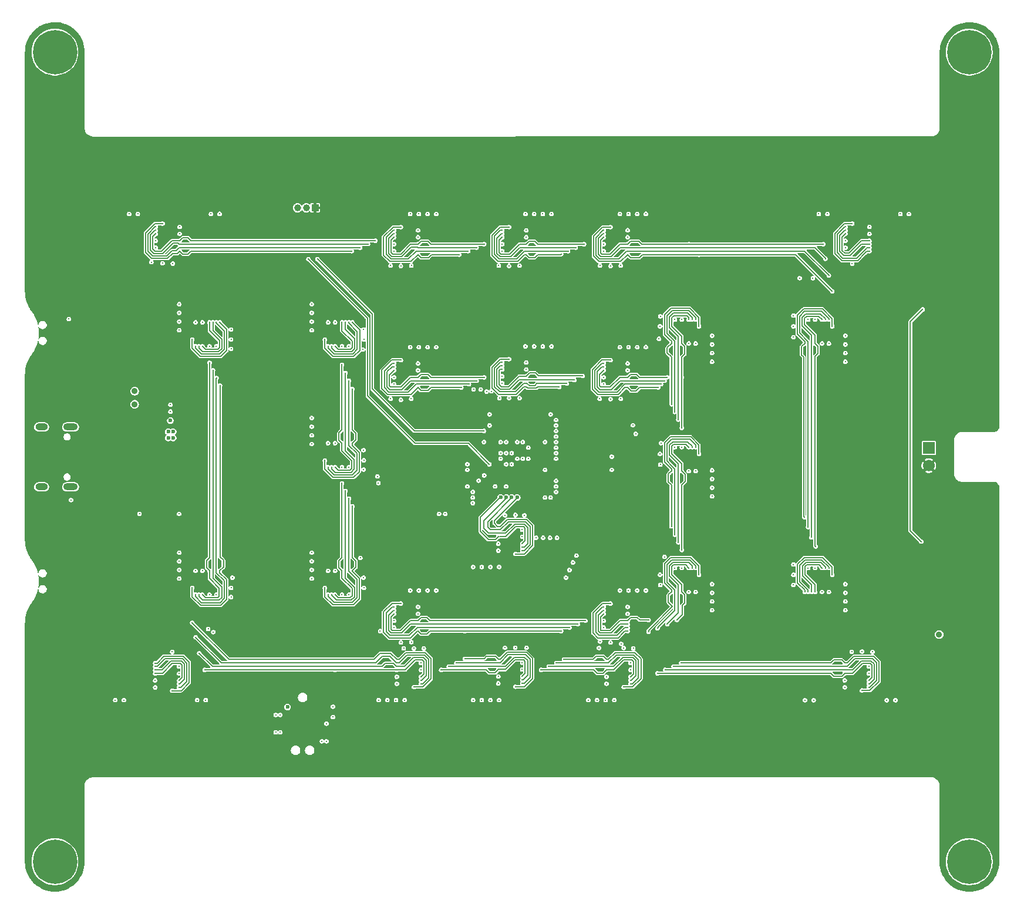
<source format=gbr>
%TF.GenerationSoftware,KiCad,Pcbnew,9.0.4*%
%TF.CreationDate,2025-08-20T10:27:04-06:00*%
%TF.ProjectId,cerberus,63657262-6572-4757-932e-6b696361645f,ERV A*%
%TF.SameCoordinates,Original*%
%TF.FileFunction,Copper,L4,Inr*%
%TF.FilePolarity,Positive*%
%FSLAX46Y46*%
G04 Gerber Fmt 4.6, Leading zero omitted, Abs format (unit mm)*
G04 Created by KiCad (PCBNEW 9.0.4) date 2025-08-20 10:27:04*
%MOMM*%
%LPD*%
G01*
G04 APERTURE LIST*
%TA.AperFunction,ComponentPad*%
%ADD10C,0.800000*%
%TD*%
%TA.AperFunction,ComponentPad*%
%ADD11C,6.400000*%
%TD*%
%TA.AperFunction,HeatsinkPad*%
%ADD12O,2.100000X1.000000*%
%TD*%
%TA.AperFunction,HeatsinkPad*%
%ADD13O,1.800000X1.000000*%
%TD*%
%TA.AperFunction,ComponentPad*%
%ADD14R,1.000000X1.000000*%
%TD*%
%TA.AperFunction,ComponentPad*%
%ADD15C,1.000000*%
%TD*%
%TA.AperFunction,ComponentPad*%
%ADD16R,1.700000X1.700000*%
%TD*%
%TA.AperFunction,ComponentPad*%
%ADD17C,1.700000*%
%TD*%
%TA.AperFunction,ViaPad*%
%ADD18C,0.300000*%
%TD*%
%TA.AperFunction,ViaPad*%
%ADD19C,0.600000*%
%TD*%
%TA.AperFunction,ViaPad*%
%ADD20C,0.900000*%
%TD*%
%TA.AperFunction,Conductor*%
%ADD21C,0.150000*%
%TD*%
%TA.AperFunction,Conductor*%
%ADD22C,0.200000*%
%TD*%
G04 APERTURE END LIST*
D10*
%TO.N,unconnected-(H2-Pad1)_4*%
%TO.C,H2*%
X209901228Y-33051227D03*
%TO.N,unconnected-(H2-Pad1)_2*%
X210604172Y-31354171D03*
%TO.N,unconnected-(H2-Pad1)*%
X210604172Y-34748283D03*
%TO.N,unconnected-(H2-Pad1)_6*%
X212301228Y-30651227D03*
D11*
%TO.N,unconnected-(H2-Pad1)_7*%
X212301228Y-33051227D03*
D10*
%TO.N,unconnected-(H2-Pad1)_5*%
X212301228Y-35451227D03*
%TO.N,unconnected-(H2-Pad1)_3*%
X213998284Y-31354171D03*
%TO.N,unconnected-(H2-Pad1)_8*%
X213998284Y-34748283D03*
%TO.N,unconnected-(H2-Pad1)_1*%
X214701228Y-33051227D03*
%TD*%
D12*
%TO.N,unconnected-(J1-SHIELD-PadS1)_2*%
%TO.C,J1*%
X82706228Y-87118727D03*
D13*
%TO.N,unconnected-(J1-SHIELD-PadS1)_3*%
X78526228Y-87118727D03*
D12*
%TO.N,unconnected-(J1-SHIELD-PadS1)_1*%
X82706228Y-95758727D03*
D13*
%TO.N,unconnected-(J1-SHIELD-PadS1)*%
X78526228Y-95758727D03*
%TD*%
D14*
%TO.N,GND*%
%TO.C,J36*%
X117970000Y-55500000D03*
D15*
%TO.N,/MCU/PD25_SERCOM8_DBG_UART_RX*%
X116700000Y-55500000D03*
%TO.N,/MCU/PD24_SERCOM8_DBG_UART_TX*%
X115430000Y-55500000D03*
%TD*%
D10*
%TO.N,Net-(JP1-B)*%
%TO.C,H3*%
X78051228Y-149826227D03*
X78754172Y-148129171D03*
X78754172Y-151523283D03*
X80451228Y-147426227D03*
D11*
X80451228Y-149826227D03*
D10*
X80451228Y-152226227D03*
X82148284Y-148129171D03*
X82148284Y-151523283D03*
X82851228Y-149826227D03*
%TD*%
%TO.N,unconnected-(H4-Pad1)_3*%
%TO.C,H4*%
X209901228Y-149826227D03*
%TO.N,unconnected-(H4-Pad1)_4*%
X210604172Y-148129171D03*
%TO.N,unconnected-(H4-Pad1)_1*%
X210604172Y-151523283D03*
%TO.N,unconnected-(H4-Pad1)*%
X212301228Y-147426227D03*
D11*
%TO.N,unconnected-(H4-Pad1)_8*%
X212301228Y-149826227D03*
D10*
%TO.N,unconnected-(H4-Pad1)_2*%
X212301228Y-152226227D03*
%TO.N,unconnected-(H4-Pad1)_5*%
X213998284Y-148129171D03*
%TO.N,unconnected-(H4-Pad1)_7*%
X213998284Y-151523283D03*
%TO.N,unconnected-(H4-Pad1)_6*%
X214701228Y-149826227D03*
%TD*%
D16*
%TO.N,VIN*%
%TO.C,J34*%
X206466228Y-90163727D03*
D17*
%TO.N,GND*%
X206466228Y-92703727D03*
%TD*%
D10*
%TO.N,unconnected-(H1-Pad1)_8*%
%TO.C,H1*%
X78051228Y-33051227D03*
%TO.N,unconnected-(H1-Pad1)_7*%
X78754172Y-31354171D03*
%TO.N,unconnected-(H1-Pad1)_6*%
X78754172Y-34748283D03*
%TO.N,unconnected-(H1-Pad1)_2*%
X80451228Y-30651227D03*
D11*
%TO.N,unconnected-(H1-Pad1)_3*%
X80451228Y-33051227D03*
D10*
%TO.N,unconnected-(H1-Pad1)*%
X80451228Y-35451227D03*
%TO.N,unconnected-(H1-Pad1)_5*%
X82148284Y-31354171D03*
%TO.N,unconnected-(H1-Pad1)_4*%
X82148284Y-34748283D03*
%TO.N,unconnected-(H1-Pad1)_1*%
X82851228Y-33051227D03*
%TD*%
D18*
%TO.N,/MCU/OSC_P*%
X139921506Y-92489322D03*
%TO.N,/MCU/OSC_N*%
X139921506Y-93289322D03*
%TO.N,+1.8V*%
X142321506Y-89289322D03*
X151121505Y-93289322D03*
X142351228Y-94089322D03*
%TO.N,VBUS*%
X141551228Y-94851227D03*
%TO.N,/MCU/USB_D_N*%
X140721506Y-98089321D03*
%TO.N,/MCU/USB_D_P*%
X140721506Y-97289322D03*
%TO.N,/MCU/PC20_JTAG_TCK_SWCLK*%
X112936228Y-131151227D03*
%TO.N,/MCU/PC17_JTAG_TDI*%
X120550000Y-128950000D03*
%TO.N,/MCU/PC19_JTAG_TDO*%
X118950000Y-132450000D03*
%TO.N,/MCU/PC18_JTAG_TMS_SWD*%
X112936228Y-128651227D03*
D19*
%TO.N,+3.3V*%
X97500000Y-87800000D03*
D18*
X125000000Y-74505360D03*
X146321505Y-92489322D03*
D19*
X96800000Y-87800000D03*
X97500000Y-88700000D03*
D18*
X186951228Y-108430594D03*
X136731228Y-99651227D03*
X105851228Y-74505360D03*
X145521505Y-89289322D03*
X147121505Y-89289322D03*
X97101228Y-84900000D03*
X160567893Y-83100000D03*
X125000000Y-110330596D03*
X132231228Y-119051227D03*
X146831228Y-118951227D03*
X119601228Y-132451227D03*
X186951228Y-72605358D03*
X151121505Y-89289322D03*
X125000000Y-91927977D03*
X145941228Y-82951227D03*
X146321505Y-90889322D03*
X147921505Y-91689322D03*
X145941228Y-63900000D03*
X147121505Y-91689322D03*
D19*
X96800000Y-88700000D03*
D18*
X144721505Y-89289322D03*
X167700000Y-91007977D03*
X119601228Y-129901227D03*
X195426227Y-63551227D03*
X82778728Y-97651227D03*
X160751228Y-93301227D03*
X144721505Y-90889322D03*
X112296228Y-128651227D03*
X143921506Y-95689322D03*
X162467895Y-119000000D03*
X148721505Y-90089322D03*
D19*
X97101228Y-86200000D03*
D18*
X130334561Y-118200000D03*
X97101228Y-83901227D03*
X148721505Y-91689322D03*
X160570000Y-118200000D03*
X112296228Y-131151227D03*
X145521505Y-92489322D03*
X167700000Y-108430594D03*
X97376229Y-119551227D03*
X130334561Y-83200000D03*
X105851228Y-110330596D03*
X167700000Y-72605358D03*
D19*
X114000000Y-127500000D03*
D18*
X145521505Y-90889322D03*
X130334561Y-63900000D03*
X160751228Y-91401227D03*
X140721506Y-96489322D03*
X160571228Y-63900000D03*
X144721505Y-91689322D03*
X95976227Y-63500000D03*
X196826229Y-119500000D03*
X146861228Y-99800000D03*
X82471228Y-71551227D03*
X147921505Y-89289322D03*
%TO.N,/MCU/RESET_MCU*%
X135851228Y-99651227D03*
X120550000Y-127450000D03*
%TO.N,Net-(U1C-USBRBIAS0)*%
X139921506Y-95689322D03*
%TO.N,/MCU/Signal Panel Connectors/InnerPanelConn1/DIFF_OUT_1_+*%
X165667894Y-56391227D03*
X159592894Y-61751227D03*
%TO.N,/MCU/Signal Panel Connectors/InnerPanelConn1/DIFF_OUT_1_-*%
X159592894Y-60751227D03*
X164417894Y-56391227D03*
%TO.N,/MCU/Signal Panel Connectors/InnerPanelConn1/DIFF_OUT_2_+*%
X163042894Y-58751228D03*
X163167894Y-56391227D03*
%TO.N,/MCU/Signal Panel Connectors/InnerPanelConn1/DIFF_OUT_2_-*%
X163042894Y-59751226D03*
X161917894Y-56391227D03*
%TO.N,/MCU/Signal Panel Connectors/OuterPanelConn/DIFF_OUT_1_-*%
X150801228Y-56391227D03*
X144961953Y-60751227D03*
%TO.N,/MCU/Signal Panel Connectors/InnerPanelConn3/DIFF_OUT_1_+*%
X159592894Y-80951227D03*
X165667894Y-75591227D03*
%TO.N,/MCU/Signal Panel Connectors/InnerPanelConn3/DIFF_OUT_1_-*%
X159592894Y-79951227D03*
X164417894Y-75591227D03*
%TO.N,/MCU/Signal Panel Connectors/InnerPanelConn3/DIFF_OUT_2_+*%
X163042894Y-77951228D03*
X163167894Y-75591227D03*
%TO.N,/MCU/Signal Panel Connectors/OuterPanelConn/DIFF_OUT_2_+*%
X149551228Y-56391227D03*
X148411953Y-58751228D03*
%TO.N,/MCU/Signal Panel Connectors/InnerPanelConn3/DIFF_OUT_2_-*%
X161917894Y-75591227D03*
X163042894Y-78951226D03*
%TO.N,/MCU/Signal Panel Connectors/OuterPanelConn1/DIFF_OUT_1_+*%
X144961953Y-80813827D03*
X152051228Y-75491227D03*
%TO.N,/MCU/Signal Panel Connectors/OuterPanelConn/DIFF_OUT_2_-*%
X148301228Y-56391227D03*
X148411953Y-59751226D03*
%TO.N,/MCU/Signal Panel Connectors/OuterPanelConn1/DIFF_OUT_1_-*%
X144961953Y-79813827D03*
X150801228Y-75491227D03*
%TO.N,/MCU/Signal Panel Connectors/OuterPanelConn1/DIFF_OUT_2_+*%
X149551228Y-75491227D03*
X148411953Y-77813828D03*
%TO.N,/MCU/Signal Panel Connectors/OuterPanelConn1/DIFF_OUT_2_-*%
X148411953Y-78813826D03*
X148301228Y-75491227D03*
%TO.N,/MCU/Signal Panel Connectors/InnerPanelConn2/DIFF_OUT_1_+*%
X135434562Y-75591227D03*
X129359562Y-80951227D03*
%TO.N,/MCU/Signal Panel Connectors/InnerPanelConn2/DIFF_OUT_1_-*%
X129359562Y-79951227D03*
X134184562Y-75591227D03*
%TO.N,/MCU/Signal Panel Connectors/InnerPanelConn2/DIFF_OUT_2_+*%
X132809562Y-77951228D03*
X132934562Y-75591227D03*
%TO.N,/MCU/Signal Panel Connectors/InnerPanelConn2/DIFF_OUT_2_-*%
X132809562Y-78951226D03*
X131684562Y-75591227D03*
%TO.N,/MCU/Signal Panel Connectors/InnerPanelConn5/DIFF_OUT_1_+*%
X159592894Y-116059727D03*
X165667894Y-110699727D03*
%TO.N,/MCU/Signal Panel Connectors/InnerPanelConn5/DIFF_OUT_1_-*%
X164417894Y-110699727D03*
X159592894Y-115059727D03*
%TO.N,/MCU/Signal Panel Connectors/InnerPanelConn5/DIFF_OUT_2_+*%
X163167894Y-110699727D03*
X163042894Y-113059728D03*
%TO.N,/MCU/Signal Panel Connectors/InnerPanelConn5/DIFF_OUT_2_-*%
X163042894Y-114059726D03*
X161917894Y-110699727D03*
%TO.N,/MCU/Signal Panel Connectors/OuterPanelConn2/DIFF_OUT_1_+*%
X147840503Y-101951227D03*
X140751228Y-107311227D03*
%TO.N,/MCU/Signal Panel Connectors/OuterPanelConn2/DIFF_OUT_1_-*%
X142001228Y-107311227D03*
X147840503Y-102951227D03*
%TO.N,/MCU/Signal Panel Connectors/OuterPanelConn2/DIFF_OUT_2_+*%
X144390503Y-104951226D03*
X143251228Y-107311227D03*
%TO.N,/MCU/Signal Panel Connectors/OuterPanelConn2/DIFF_OUT_2_-*%
X144390503Y-103951228D03*
X144501228Y-107311227D03*
%TO.N,/MCU/Signal Panel Connectors/InnerPanelConn/DIFF_OUT_1_+*%
X129359562Y-61751227D03*
X135434562Y-56391227D03*
%TO.N,/MCU/Signal Panel Connectors/InnerPanelConn/DIFF_OUT_1_-*%
X129359562Y-60751227D03*
X134184562Y-56391227D03*
%TO.N,/MCU/Signal Panel Connectors/InnerPanelConn/DIFF_OUT_2_+*%
X132934562Y-56391227D03*
X132809562Y-58751228D03*
%TO.N,/MCU/Signal Panel Connectors/InnerPanelConn/DIFF_OUT_2_-*%
X132809562Y-59751226D03*
X131684562Y-56391227D03*
%TO.N,/MCU/Signal Panel Connectors/InnerPanelConn4/DIFF_OUT_1_+*%
X129359562Y-116059727D03*
X135434562Y-110699727D03*
%TO.N,/MCU/Signal Panel Connectors/OuterPanelConn/DIFF_OUT_1_+*%
X144961953Y-61751227D03*
X152051228Y-56391227D03*
%TO.N,/MCU/Signal Panel Connectors/InnerPanelConn4/DIFF_OUT_1_-*%
X129359562Y-115059727D03*
X134184562Y-110699727D03*
%TO.N,/MCU/Signal Panel Connectors/InnerPanelConn4/DIFF_OUT_2_+*%
X132809562Y-113059728D03*
X132934562Y-110699727D03*
%TO.N,/MCU/Signal Panel Connectors/InnerPanelConn4/DIFF_OUT_2_-*%
X132809562Y-114059726D03*
X131684562Y-110699727D03*
%TO.N,/MCU/Signal Panel Connectors/InnerPanelConn7/DIFF_OUT_1_+*%
X157367894Y-126511227D03*
X163442894Y-121151227D03*
%TO.N,/MCU/Signal Panel Connectors/InnerPanelConn7/DIFF_OUT_1_-*%
X163442894Y-122151227D03*
X158617894Y-126511227D03*
%TO.N,/MCU/Signal Panel Connectors/InnerPanelConn7/DIFF_OUT_2_+*%
X159867894Y-126511227D03*
X159992894Y-124151226D03*
%TO.N,/MCU/Signal Panel Connectors/InnerPanelConn7/DIFF_OUT_2_-*%
X159992894Y-123151228D03*
X161117894Y-126511227D03*
%TO.N,/MCU/Signal Panel Connectors/OuterPanelConn3/DIFF_OUT_1_+*%
X147840503Y-121101227D03*
X140751228Y-126511227D03*
%TO.N,/MCU/Signal Panel Connectors/OuterPanelConn3/DIFF_OUT_1_-*%
X147840503Y-122101227D03*
X142001228Y-126511227D03*
%TO.N,/MCU/Signal Panel Connectors/OuterPanelConn3/DIFF_OUT_2_+*%
X144390503Y-124101226D03*
X143251228Y-126511227D03*
%TO.N,/MCU/Signal Panel Connectors/OuterPanelConn3/DIFF_OUT_2_-*%
X144390503Y-123101228D03*
X144501228Y-126511227D03*
%TO.N,/MCU/Signal Panel Connectors/Dual_InnerSmallPanelConn/DIFF_OUT_1_+*%
X89151228Y-126511227D03*
X98351228Y-121676727D03*
%TO.N,/MCU/Signal Panel Connectors/Dual_InnerSmallPanelConn/DIFF_OUT_1_-*%
X98351228Y-122676727D03*
X90401228Y-126511227D03*
%TO.N,/MCU/Signal Panel Connectors/Dual_InnerSmallPanelConn/DIFF_OUT_2_+*%
X94901228Y-124676726D03*
X100951228Y-126511227D03*
%TO.N,/MCU/Signal Panel Connectors/Dual_InnerSmallPanelConn/DIFF_OUT_2_-*%
X94901228Y-123676728D03*
X102201228Y-126511227D03*
%TO.N,/MCU/Signal Panel Connectors/InnerPanelConn6/DIFF_OUT_1_+*%
X127134562Y-126511227D03*
X133209562Y-121151227D03*
%TO.N,/MCU/Signal Panel Connectors/InnerPanelConn6/DIFF_OUT_1_-*%
X133209562Y-122151227D03*
X128384562Y-126511227D03*
%TO.N,/MCU/Signal Panel Connectors/InnerPanelConn6/DIFF_OUT_2_+*%
X129634562Y-126511227D03*
X129759562Y-124151226D03*
%TO.N,/MCU/Signal Panel Connectors/InnerPanelConn6/DIFF_OUT_2_-*%
X129759562Y-123151228D03*
X130884562Y-126511227D03*
%TO.N,/MCU/Signal Panel Connectors/OuterPanelConn4/DIFF_OUT_1_+*%
X122851228Y-92907252D03*
X117491228Y-85817977D03*
%TO.N,/MCU/Signal Panel Connectors/OuterPanelConn4/DIFF_OUT_1_-*%
X117491228Y-87067977D03*
X121851228Y-92907252D03*
%TO.N,/MCU/Signal Panel Connectors/OuterPanelConn4/DIFF_OUT_2_+*%
X117491228Y-88317977D03*
X119851229Y-89457252D03*
%TO.N,/MCU/Signal Panel Connectors/OuterPanelConn4/DIFF_OUT_2_-*%
X117491228Y-89567977D03*
X120851227Y-89457252D03*
%TO.N,/MCU/Signal Panel Connectors/InnerPanelConn8/DIFF_OUT_1_+*%
X98370478Y-69405359D03*
X103730478Y-75480359D03*
%TO.N,/MCU/Signal Panel Connectors/InnerPanelConn8/DIFF_OUT_1_-*%
X102730478Y-75480359D03*
X98370478Y-70655359D03*
%TO.N,/MCU/Signal Panel Connectors/InnerPanelConn8/DIFF_OUT_2_+*%
X100730479Y-72030359D03*
X98370478Y-71905359D03*
%TO.N,/MCU/Signal Panel Connectors/InnerPanelConn8/DIFF_OUT_2_-*%
X101730477Y-72030359D03*
X98370478Y-73155359D03*
%TO.N,/MCU/Signal Panel Connectors/InnerPanelConn9/DIFF_OUT_1_+*%
X103730478Y-111305595D03*
X98370478Y-105230595D03*
%TO.N,/MCU/Signal Panel Connectors/InnerPanelConn9/DIFF_OUT_1_-*%
X102730478Y-111305595D03*
X98370478Y-106480595D03*
%TO.N,/MCU/Signal Panel Connectors/InnerPanelConn9/DIFF_OUT_2_+*%
X100730479Y-107855595D03*
X98370478Y-107730595D03*
%TO.N,/MCU/Signal Panel Connectors/InnerPanelConn9/DIFF_OUT_2_-*%
X98370478Y-108980595D03*
X101730477Y-107855595D03*
%TO.N,/MCU/Signal Panel Connectors/InnerPanelConn10/DIFF_OUT_1_+*%
X117491228Y-69405359D03*
X122851228Y-75480359D03*
%TO.N,/MCU/Signal Panel Connectors/InnerPanelConn10/DIFF_OUT_1_-*%
X121851228Y-75480359D03*
X117491228Y-70655359D03*
%TO.N,/MCU/Signal Panel Connectors/InnerPanelConn10/DIFF_OUT_2_+*%
X119851229Y-72030359D03*
X117491228Y-71905359D03*
%TO.N,/MCU/Signal Panel Connectors/InnerPanelConn10/DIFF_OUT_2_-*%
X117491228Y-73155359D03*
X120851227Y-72030359D03*
%TO.N,/MCU/Signal Panel Connectors/InnerPanelConn11/DIFF_OUT_1_+*%
X122851228Y-111305595D03*
X117491228Y-105230595D03*
%TO.N,/MCU/Signal Panel Connectors/InnerPanelConn11/DIFF_OUT_1_-*%
X121851228Y-111305595D03*
X117491228Y-106480595D03*
%TO.N,/MCU/Signal Panel Connectors/InnerPanelConn11/DIFF_OUT_2_+*%
X117491228Y-107730595D03*
X119851229Y-107855595D03*
%TO.N,/MCU/Signal Panel Connectors/InnerPanelConn11/DIFF_OUT_2_-*%
X117491228Y-108980595D03*
X120851227Y-107855595D03*
%TO.N,/MCU/Signal Panel Connectors/OuterPanelConn5/DIFF_OUT_1_+*%
X175211228Y-97117977D03*
X169851228Y-90028702D03*
%TO.N,/MCU/Signal Panel Connectors/OuterPanelConn5/DIFF_OUT_1_-*%
X175211228Y-95867977D03*
X170851228Y-90028702D03*
%TO.N,/MCU/Signal Panel Connectors/OuterPanelConn5/DIFF_OUT_2_+*%
X172851227Y-93478702D03*
X175211228Y-94617977D03*
%TO.N,/MCU/Signal Panel Connectors/OuterPanelConn5/DIFF_OUT_2_-*%
X175211228Y-93367977D03*
X171851229Y-93478702D03*
%TO.N,/MCU/Signal Panel Connectors/InnerPanelConn12/DIFF_OUT_1_+*%
X169851228Y-71630359D03*
X175211228Y-77705359D03*
%TO.N,/MCU/Signal Panel Connectors/InnerPanelConn12/DIFF_OUT_1_-*%
X175211228Y-76455359D03*
X170851228Y-71630359D03*
%TO.N,/MCU/Signal Panel Connectors/InnerPanelConn12/DIFF_OUT_2_+*%
X175211228Y-75205359D03*
X172851227Y-75080359D03*
%TO.N,/MCU/Signal Panel Connectors/InnerPanelConn12/DIFF_OUT_2_-*%
X175211228Y-73955359D03*
X171851229Y-75080359D03*
D20*
%TO.N,VIN*%
X91951228Y-83851227D03*
D18*
%TO.N,/MCU/Signal Panel Connectors/InnerPanelConn13/DIFF_OUT_1_+*%
X175211228Y-113530595D03*
X169851228Y-107455595D03*
%TO.N,/MCU/Signal Panel Connectors/InnerPanelConn13/DIFF_OUT_1_-*%
X175211228Y-112280595D03*
X170851228Y-107455595D03*
%TO.N,/MCU/Signal Panel Connectors/InnerPanelConn13/DIFF_OUT_2_+*%
X175211228Y-111030595D03*
X172851227Y-110905595D03*
%TO.N,/MCU/Signal Panel Connectors/InnerPanelConn13/DIFF_OUT_2_-*%
X171851229Y-110905595D03*
X175211228Y-109780595D03*
%TO.N,/MCU/Signal Panel Connectors/InnerPanelConn14/DIFF_OUT_1_+*%
X194431978Y-77705359D03*
X189071978Y-71630359D03*
%TO.N,/MCU/Signal Panel Connectors/InnerPanelConn14/DIFF_OUT_1_-*%
X190071978Y-71630359D03*
X194431978Y-76455359D03*
%TO.N,/MCU/Signal Panel Connectors/InnerPanelConn14/DIFF_OUT_2_+*%
X192071977Y-75080359D03*
X194431978Y-75205359D03*
%TO.N,/MCU/Signal Panel Connectors/InnerPanelConn14/DIFF_OUT_2_-*%
X191071979Y-75080359D03*
X194431978Y-73955359D03*
%TO.N,/MCU/Signal Panel Connectors/InnerPanelConn15/DIFF_OUT_1_+*%
X189071978Y-107455595D03*
X194431978Y-113530595D03*
%TO.N,/MCU/Signal Panel Connectors/InnerPanelConn15/DIFF_OUT_1_-*%
X190071978Y-107455595D03*
X194431978Y-112280595D03*
%TO.N,/MCU/Signal Panel Connectors/InnerPanelConn15/DIFF_OUT_2_+*%
X192071977Y-110905595D03*
X194431978Y-111030595D03*
%TO.N,/MCU/Signal Panel Connectors/InnerPanelConn15/DIFF_OUT_2_-*%
X194431978Y-109780595D03*
X191071979Y-110905595D03*
%TO.N,/MCU/Signal Panel Connectors/Dual_InnerSmallPanelConn1/DIFF_OUT_1_+*%
X95001228Y-61259227D03*
X104201228Y-56391227D03*
%TO.N,/MCU/Signal Panel Connectors/Dual_InnerSmallPanelConn1/DIFF_OUT_1_-*%
X95001228Y-60259227D03*
X102951228Y-56391227D03*
%TO.N,/MCU/Signal Panel Connectors/Dual_InnerSmallPanelConn1/DIFF_OUT_2_+*%
X98451228Y-58259228D03*
X92401228Y-56391227D03*
%TO.N,/MCU/Signal Panel Connectors/Dual_InnerSmallPanelConn1/DIFF_OUT_2_-*%
X98451228Y-59259226D03*
X91151228Y-56391227D03*
%TO.N,/MCU/Signal Panel Connectors/Dual_InnerSmallPanelConn2/DIFF_OUT_1_+*%
X194451228Y-61259227D03*
X203601228Y-56391227D03*
%TO.N,/MCU/Signal Panel Connectors/Dual_InnerSmallPanelConn2/DIFF_OUT_1_-*%
X194451228Y-60259227D03*
X202367895Y-56391227D03*
%TO.N,/MCU/Signal Panel Connectors/Dual_InnerSmallPanelConn2/DIFF_OUT_2_+*%
X191851228Y-56391227D03*
X197901228Y-58259228D03*
%TO.N,/MCU/Signal Panel Connectors/Dual_InnerSmallPanelConn2/DIFF_OUT_2_-*%
X197901228Y-59259226D03*
X190601228Y-56391227D03*
%TO.N,/MCU/Signal Panel Connectors/Dual_InnerSmallPanelConn3/DIFF_OUT_1_+*%
X188601228Y-126527977D03*
X197801228Y-121659977D03*
%TO.N,/MCU/Signal Panel Connectors/Dual_InnerSmallPanelConn3/DIFF_OUT_1_-*%
X197801228Y-122659977D03*
X189851228Y-126527977D03*
%TO.N,/MCU/Signal Panel Connectors/Dual_InnerSmallPanelConn3/DIFF_OUT_2_+*%
X194351228Y-124659976D03*
X200401228Y-126527977D03*
%TO.N,/MCU/Signal Panel Connectors/Dual_InnerSmallPanelConn3/DIFF_OUT_2_-*%
X201651228Y-126527977D03*
X194351228Y-123659978D03*
%TO.N,/MCU/PG05_DIFF_IN_-*%
X169851228Y-75080359D03*
X122851228Y-72030359D03*
X133209562Y-124151226D03*
X122851228Y-107855595D03*
X163042894Y-80951227D03*
X154651228Y-107751227D03*
X167351228Y-116151227D03*
X147840503Y-124101226D03*
X172851227Y-107455595D03*
X119851229Y-75480359D03*
X169851228Y-80951227D03*
X192071977Y-107455595D03*
X167851228Y-80951227D03*
X197901228Y-61259227D03*
X119851229Y-92907252D03*
X148411953Y-80813827D03*
X163442894Y-124151226D03*
X172851227Y-90028702D03*
X144390503Y-101951227D03*
X129359562Y-77951228D03*
X154451228Y-61751227D03*
X192051228Y-65251227D03*
X94901228Y-121676727D03*
X124476229Y-61259227D03*
X103730478Y-72030359D03*
X144961953Y-58751228D03*
X129359562Y-113059728D03*
X132809562Y-80951227D03*
X192071977Y-71630359D03*
X95001228Y-58259228D03*
X154251228Y-80851227D03*
X188551228Y-61751227D03*
X163042894Y-116059727D03*
X132809562Y-61751227D03*
X169851228Y-110905595D03*
X163042894Y-61751227D03*
X100730479Y-75480359D03*
X138351228Y-116051227D03*
X189071978Y-75080359D03*
X169651228Y-121651227D03*
X98451228Y-61259227D03*
X172851227Y-71630359D03*
X98351228Y-124676726D03*
X154651228Y-116051227D03*
X144390503Y-121101227D03*
X197801228Y-124659976D03*
X159992894Y-121151227D03*
X132809562Y-116059727D03*
X159592894Y-77951228D03*
X172851228Y-61751227D03*
X100730479Y-111305595D03*
X103730478Y-107855595D03*
X122851228Y-89457252D03*
X104451228Y-121151227D03*
X100751228Y-117451227D03*
X103751228Y-80051227D03*
X119851228Y-121151227D03*
X129359562Y-58751228D03*
X119851229Y-111305595D03*
X159592894Y-113059728D03*
X138351228Y-121151227D03*
X152751228Y-121151227D03*
X194451228Y-58259228D03*
X122851228Y-97451227D03*
X169851228Y-93478702D03*
X159592894Y-58751228D03*
X147840503Y-104951226D03*
X140151228Y-80951227D03*
X122851228Y-80451227D03*
X144961953Y-77813828D03*
X189051228Y-101551227D03*
D19*
X146321505Y-97289322D03*
D18*
X148411953Y-61751227D03*
X169851228Y-84951227D03*
X140051228Y-61751227D03*
X189071978Y-110905595D03*
X194351228Y-121659977D03*
X129759562Y-121151227D03*
X169851228Y-102651227D03*
%TO.N,/MCU/PC25_DIFF_OUT_+*%
X94901228Y-121176728D03*
X132809562Y-81451226D03*
X97376229Y-125151726D03*
X160567893Y-58276228D03*
X173326227Y-108430594D03*
X169351229Y-93478702D03*
X160567893Y-112584728D03*
X123351227Y-107855595D03*
X123351228Y-81651227D03*
X104251228Y-81151227D03*
X139051228Y-81451227D03*
X100255479Y-110330596D03*
X192546977Y-72605358D03*
X148411953Y-81313826D03*
X154151228Y-108851227D03*
X98451228Y-61759226D03*
X169351229Y-75080359D03*
X194351228Y-121159978D03*
X129759562Y-120651228D03*
D19*
X147121505Y-97289322D03*
D18*
X166051228Y-116634727D03*
X104230477Y-107855595D03*
X153151228Y-81351227D03*
X195426227Y-57784228D03*
X146865504Y-105426226D03*
X187251228Y-62251227D03*
X132809562Y-62251226D03*
X173326227Y-72605358D03*
X188551228Y-100151227D03*
X119376229Y-74505360D03*
X159992894Y-120651228D03*
X160567893Y-77476228D03*
X146865504Y-124576226D03*
X188571979Y-75080359D03*
X163042894Y-116559726D03*
X162467895Y-124626226D03*
X169351228Y-101451227D03*
X104230477Y-72030359D03*
X130334561Y-77476228D03*
X167451228Y-81451227D03*
X148411953Y-62251226D03*
X139551228Y-116551227D03*
X132234563Y-124626226D03*
X192546977Y-67551227D03*
X153451228Y-116551227D03*
X170751228Y-121151227D03*
X197901228Y-61759226D03*
X145936952Y-58276228D03*
X95976227Y-57784228D03*
X130334561Y-58276228D03*
X119376229Y-110330596D03*
X169426228Y-83851227D03*
X130334561Y-112584728D03*
X123351228Y-98551227D03*
X105551228Y-120651227D03*
X138751228Y-62251227D03*
X123351227Y-89457252D03*
X123251228Y-61751227D03*
X119351228Y-120651227D03*
X169351229Y-110905595D03*
X163042894Y-81451226D03*
X173326227Y-91003701D03*
X173351228Y-62251227D03*
X145936952Y-77338828D03*
X153851228Y-120651227D03*
X144390503Y-101451228D03*
X163042894Y-62251226D03*
X153451228Y-62176227D03*
X119376229Y-91932253D03*
X188571979Y-110905595D03*
X100251228Y-115351227D03*
X192546977Y-108430594D03*
X139551228Y-120551227D03*
X144390503Y-120601228D03*
X100255479Y-74505360D03*
X132809562Y-116559726D03*
X169351228Y-81451227D03*
X123351227Y-72030359D03*
X196826229Y-125134976D03*
%TO.N,/MCU/PC10_DIFF_OUT_-*%
X159592894Y-59251227D03*
X197801228Y-124159977D03*
X189571977Y-75080359D03*
X144390503Y-121601226D03*
X170351227Y-93478702D03*
X125600521Y-60725520D03*
X129359562Y-78451227D03*
X120351228Y-92907252D03*
X132809562Y-115559728D03*
X155151228Y-106651227D03*
X155551249Y-61252248D03*
X189571977Y-110905595D03*
X189551228Y-103051227D03*
X163042894Y-115559728D03*
X129359562Y-113559727D03*
X191551228Y-62851227D03*
X95001228Y-58759227D03*
X120351228Y-111305595D03*
X98351228Y-124176727D03*
X168751228Y-115551227D03*
X122351229Y-89457252D03*
X122351229Y-107855595D03*
X191571978Y-71630359D03*
X122351229Y-72030359D03*
X163442894Y-123651227D03*
X103151228Y-121651227D03*
X159592894Y-78451227D03*
X120351228Y-75480359D03*
X172351228Y-61251227D03*
X151651228Y-121651227D03*
X94901228Y-122176726D03*
X170351227Y-80451227D03*
X101230478Y-75480359D03*
X103230479Y-107855595D03*
X170351227Y-110905595D03*
X122351228Y-79351227D03*
X172351228Y-107455595D03*
X159592894Y-113559727D03*
X144961953Y-59251227D03*
X101230478Y-111305595D03*
X170351228Y-86051227D03*
X148411953Y-80313828D03*
X103251228Y-78951227D03*
X190051228Y-61251227D03*
X120351228Y-121651227D03*
X163042894Y-80451228D03*
X197901228Y-60759228D03*
X155351228Y-80351227D03*
X172351228Y-90028702D03*
X141251228Y-61251227D03*
X144961953Y-78313827D03*
X147840503Y-123601227D03*
X163042894Y-61251228D03*
X132809562Y-80451228D03*
X147840503Y-104451227D03*
X170351228Y-103751227D03*
X170351227Y-75080359D03*
X101251228Y-119751227D03*
X172351228Y-71630359D03*
X98451228Y-60759228D03*
X122351228Y-96351227D03*
X132809562Y-61251228D03*
X159992894Y-121651226D03*
D19*
X145521505Y-97289322D03*
D18*
X103230479Y-72030359D03*
X137251228Y-115551227D03*
X168451228Y-122151227D03*
X141251228Y-80451227D03*
X194451228Y-58759227D03*
X194351228Y-122159976D03*
X144390503Y-102451226D03*
X148411953Y-61251228D03*
X137251228Y-121651227D03*
X129759562Y-121651226D03*
X191571978Y-107455595D03*
X155851228Y-115551227D03*
X133209562Y-123651227D03*
X129359562Y-59251227D03*
X168351228Y-80451227D03*
%TO.N,/MCU/PG03_DIFF_IN_+*%
X166060729Y-114975227D03*
X150551228Y-122151227D03*
X171851228Y-60751227D03*
X156551228Y-79751227D03*
X102730478Y-72030359D03*
X102051228Y-122151227D03*
X170851228Y-93478702D03*
X142351228Y-79951227D03*
X144390503Y-102951227D03*
X132809562Y-60751227D03*
X148411953Y-79813827D03*
X190071978Y-75080359D03*
X101730477Y-111305595D03*
X171851229Y-107455595D03*
X190071978Y-110905595D03*
X171851229Y-90028702D03*
X197901228Y-60259227D03*
X142351228Y-60751227D03*
X95001228Y-59259226D03*
X121851228Y-72030359D03*
X167351228Y-122651227D03*
X121851228Y-78151227D03*
X94901228Y-122676727D03*
X170151228Y-114957814D03*
X144961953Y-59751226D03*
X163442894Y-123151228D03*
X102730478Y-107855595D03*
X156951228Y-115051227D03*
X191071979Y-71630359D03*
D19*
X144721505Y-97289322D03*
D18*
X132809562Y-79951227D03*
X194351228Y-122659977D03*
X147840503Y-103951228D03*
X147840503Y-123101228D03*
X190151228Y-104351227D03*
X191251228Y-60751227D03*
X163042894Y-79951227D03*
X120851228Y-122151227D03*
X148411953Y-60751227D03*
X144390503Y-122101227D03*
X129359562Y-78951226D03*
X170851228Y-104851227D03*
X129359562Y-114059726D03*
X129759562Y-122151227D03*
X121851228Y-89457252D03*
X144961953Y-78813826D03*
X156751228Y-60751227D03*
X170851228Y-87251227D03*
X101730477Y-75480359D03*
X120851227Y-75480359D03*
X132809562Y-115059727D03*
X159992894Y-122151227D03*
X170851228Y-79951227D03*
X136151228Y-122151227D03*
X129359562Y-59751226D03*
X159592894Y-114059726D03*
X102751228Y-77851227D03*
X126651228Y-60251227D03*
X136151228Y-115051227D03*
X170851228Y-110905595D03*
X120851227Y-92907252D03*
X191071979Y-107455595D03*
X155651228Y-105651227D03*
X159592894Y-59751226D03*
X98351228Y-123676728D03*
X120851227Y-111305595D03*
X98451228Y-60259227D03*
X171851229Y-71630359D03*
X163042894Y-60751227D03*
X170851228Y-75080359D03*
X159592894Y-78951226D03*
X121851228Y-95251227D03*
X197801228Y-123659978D03*
X168751228Y-79951227D03*
X163042894Y-115059727D03*
X194451228Y-59259226D03*
X133209562Y-123151228D03*
X121851228Y-107855595D03*
%TO.N,/MCU/_RESET_MCU*%
X92651228Y-99651227D03*
X98351228Y-99651227D03*
%TO.N,/MCU/PC12_BUS_EN_21*%
X130751228Y-119051227D03*
%TO.N,/MCU/PG00_BUS_EN_20*%
X127351228Y-116551227D03*
%TO.N,/MCU/PC28_BUS_EN_22*%
X133651228Y-119051227D03*
%TO.N,/MCU/PG02_BUS_EN_19*%
X131851228Y-118151227D03*
%TO.N,/MCU/PC26_BUS_EN_27*%
X145351228Y-99851227D03*
%TO.N,/MCU/PC31_BUS_EN_28*%
X148151228Y-99851227D03*
%TO.N,/MCU/PC09_CORNER_OUT_4*%
X149851228Y-103101227D03*
%TO.N,/MCU/PC07_CORNER_IN_4*%
X150851234Y-103101227D03*
%TO.N,/MCU/PC22_CORNER_OUT_5*%
X151851240Y-103101227D03*
%TO.N,/MCU/PC04_CORNER_IN_5*%
X152851246Y-103101227D03*
%TO.N,/MCU/PB15_BUS_EN_35*%
X158900000Y-119000000D03*
%TO.N,/MCU/PB14_BUS_EN_36*%
X159051228Y-118051227D03*
%TO.N,/MCU/PC02_BUS_EN_29*%
X145351228Y-118951227D03*
%TO.N,GND*%
X143951225Y-63851227D03*
X105851228Y-110970596D03*
X186951228Y-71965358D03*
X164051228Y-81451227D03*
X215950000Y-59550000D03*
X198400000Y-104900000D03*
X117491228Y-68751227D03*
X146351228Y-104451227D03*
X158767894Y-131201227D03*
X104351228Y-80051227D03*
X106000000Y-58500000D03*
X191101228Y-128267977D03*
X156917894Y-54651227D03*
X194400000Y-102900000D03*
X172351228Y-108951227D03*
X154651228Y-116651227D03*
X76950000Y-101550000D03*
X96851228Y-124151227D03*
X106000000Y-98000000D03*
X145801228Y-54651227D03*
X128950000Y-136550000D03*
X162751228Y-118451227D03*
X162051228Y-116051227D03*
X144151227Y-51701227D03*
X188551228Y-76151227D03*
X95336227Y-63500000D03*
X163851228Y-75591227D03*
X78950000Y-73550000D03*
X176951228Y-93367977D03*
X141451228Y-107311227D03*
X123251228Y-62351227D03*
X140151228Y-126511227D03*
X171000000Y-53500000D03*
X76950000Y-103550000D03*
X215950000Y-51550000D03*
X156651228Y-126511227D03*
X76950000Y-119550000D03*
X133751228Y-78951227D03*
X132534562Y-70901227D03*
X148651229Y-51701227D03*
X169351228Y-112051227D03*
X113950000Y-46550000D03*
X134034562Y-70901227D03*
X160451228Y-59151227D03*
D19*
X171101228Y-109180595D03*
D18*
X120351228Y-122751227D03*
X86000000Y-113500000D03*
X176951228Y-95867977D03*
X99751228Y-88901227D03*
X150801228Y-73751227D03*
X106950000Y-136550000D03*
X118851228Y-122751227D03*
X208950000Y-90550000D03*
X176000000Y-128500000D03*
X196951228Y-61251227D03*
X115751228Y-112730595D03*
X179901228Y-112130595D03*
X210101228Y-105901227D03*
X207201228Y-104984560D03*
X140751228Y-128251227D03*
X162767894Y-51701227D03*
X143351228Y-123151227D03*
X176951228Y-73955359D03*
X128534562Y-131201227D03*
X165051228Y-75591227D03*
X160667894Y-73851227D03*
X119950000Y-46550000D03*
X197466229Y-119500000D03*
X130351228Y-113551227D03*
X90551228Y-51734477D03*
X163950000Y-46550000D03*
X99251228Y-60251227D03*
X191501228Y-51734477D03*
X145365502Y-124576226D03*
X194431978Y-110451227D03*
X115751228Y-89567977D03*
X76950000Y-59550000D03*
X184950000Y-136550000D03*
X210950000Y-145550000D03*
X92676749Y-100176748D03*
X173950000Y-46550000D03*
X164051228Y-62251227D03*
X98016229Y-119551227D03*
X145851228Y-61300000D03*
X171000000Y-128500000D03*
X128551228Y-120651227D03*
X117491228Y-107051227D03*
X86000000Y-108500000D03*
X149551228Y-73751227D03*
X96630478Y-69405359D03*
X139051228Y-82051227D03*
X168751228Y-105551227D03*
X142651228Y-131201227D03*
X116500000Y-62900000D03*
X161950000Y-46550000D03*
X150151228Y-56391227D03*
X132934562Y-108959727D03*
X104201228Y-54651227D03*
X203950000Y-46550000D03*
X165667894Y-54651227D03*
X76950000Y-63550000D03*
X152001228Y-109051227D03*
X103251228Y-110351227D03*
X143301228Y-73751227D03*
X134184562Y-108959727D03*
X80451228Y-39901227D03*
X168751228Y-116051227D03*
X179901228Y-74805359D03*
X125000000Y-110970596D03*
X91000000Y-60500000D03*
X133651228Y-60751227D03*
X208950000Y-43550000D03*
X117491228Y-71315603D03*
X101251228Y-110351227D03*
X206000000Y-68500000D03*
D19*
X205600000Y-87500000D03*
D18*
X176951228Y-113530595D03*
X169801228Y-86051227D03*
X124551577Y-61851227D03*
X82500000Y-53500000D03*
X175211228Y-97751227D03*
X150401505Y-93289322D03*
X215950000Y-129550000D03*
X136000000Y-79000000D03*
X208950000Y-37550000D03*
X186000000Y-128500000D03*
X81000000Y-63500000D03*
X76950000Y-87550000D03*
X81000000Y-93500000D03*
X138751228Y-62851227D03*
X152301228Y-88101227D03*
X163617894Y-128251227D03*
X203500000Y-61000000D03*
X76950000Y-141550000D03*
X196950000Y-136550000D03*
X115751228Y-92067977D03*
X130151228Y-60251227D03*
X211000000Y-136500000D03*
X158951228Y-120651227D03*
X191651228Y-61200000D03*
X81950000Y-145550000D03*
X159927893Y-83100000D03*
X159767892Y-51701227D03*
X133851228Y-114051227D03*
X76950000Y-145550000D03*
X154000000Y-52000000D03*
X159930000Y-118200000D03*
X192051228Y-76151227D03*
X103751228Y-108851227D03*
X129634562Y-128251227D03*
X169651228Y-121051227D03*
X96000000Y-133500000D03*
X195950000Y-46550000D03*
X175211228Y-95201227D03*
X97950000Y-46550000D03*
X146851228Y-122651227D03*
X129534560Y-106009727D03*
X103751228Y-72951227D03*
X152950000Y-136550000D03*
X215950000Y-121550000D03*
X108500000Y-77000000D03*
D19*
X80131228Y-111480595D03*
D18*
X215950000Y-77550000D03*
X99751228Y-88251227D03*
X162367894Y-128251227D03*
X148951231Y-118951227D03*
X208950000Y-88550000D03*
X126684562Y-73851227D03*
X131000000Y-133500000D03*
X143351228Y-104951227D03*
X107950000Y-46550000D03*
X120851228Y-88451227D03*
X165950000Y-46550000D03*
X148301228Y-73751227D03*
X144151227Y-112001227D03*
X130351228Y-114551227D03*
X144001505Y-91689322D03*
X193251228Y-124751227D03*
X97351228Y-122151227D03*
X136051228Y-56391227D03*
X179901228Y-93717978D03*
X151451228Y-56391227D03*
X182000000Y-72000000D03*
X191151228Y-76151227D03*
X134000000Y-95500000D03*
X81000000Y-123500000D03*
D19*
X83281228Y-94638727D03*
D18*
X169851228Y-103751227D03*
X102201228Y-128251227D03*
X149251228Y-59751227D03*
X162451228Y-122651227D03*
X164051228Y-115051227D03*
X146351228Y-123651227D03*
X98370478Y-104551227D03*
X100255479Y-108830594D03*
X142651228Y-51701227D03*
X215950000Y-103550000D03*
X196751228Y-123151227D03*
X150321505Y-88569322D03*
X124951228Y-93751227D03*
X121950000Y-46550000D03*
X179901228Y-92217978D03*
X126000000Y-89000000D03*
X209950000Y-95550000D03*
X130734561Y-124626226D03*
X115751228Y-88317977D03*
X176000000Y-58500000D03*
X120351228Y-110351227D03*
X143851228Y-107311227D03*
X86000000Y-83500000D03*
X103351228Y-77851227D03*
X133751228Y-79951227D03*
X96630478Y-112730595D03*
X131034562Y-70901227D03*
X176951228Y-75205359D03*
X96630478Y-106480595D03*
X121351228Y-110351227D03*
X98370478Y-107151227D03*
X196171978Y-77705359D03*
X148301228Y-54651227D03*
X132351228Y-75591227D03*
X126684562Y-54651227D03*
X171851228Y-90951227D03*
X147921505Y-92489322D03*
X135884562Y-128251227D03*
X210950000Y-37550000D03*
X144151227Y-70801227D03*
X111000000Y-118500000D03*
X145101228Y-96751227D03*
X160551228Y-126511227D03*
X187200000Y-62900000D03*
X195351228Y-58651227D03*
X163267896Y-131201227D03*
X175211228Y-94001227D03*
X189000000Y-134000000D03*
X93851228Y-121151227D03*
X145801228Y-73751227D03*
X91000000Y-93500000D03*
X142351228Y-81501227D03*
X76950000Y-133550000D03*
X175950000Y-46550000D03*
X213000000Y-106500000D03*
X152051228Y-54651227D03*
X168451228Y-121551227D03*
X112801228Y-92217978D03*
X147051228Y-54651227D03*
X138951228Y-92451227D03*
X85151228Y-90601227D03*
X161000000Y-68500000D03*
X145901228Y-95301227D03*
X146851228Y-123151227D03*
X215950000Y-119550000D03*
X91950000Y-46550000D03*
X182950000Y-136550000D03*
X103700000Y-117200000D03*
X128351228Y-83051227D03*
X176000000Y-123500000D03*
X189951228Y-56391227D03*
X88950000Y-136550000D03*
X162767894Y-70901227D03*
X142500000Y-67500000D03*
X96025000Y-60700000D03*
X215950000Y-117550000D03*
X139921506Y-96489322D03*
X171451228Y-81451227D03*
X93680478Y-73805359D03*
X166351228Y-56391227D03*
X162200000Y-102700000D03*
X123351228Y-80451227D03*
X150751228Y-109051227D03*
X199751228Y-126527977D03*
X181000000Y-123500000D03*
X91651228Y-128251227D03*
X138000000Y-52000000D03*
X157950000Y-46550000D03*
X145751228Y-59551227D03*
X98370478Y-72551227D03*
X111950000Y-46550000D03*
X215950000Y-47550000D03*
X208950000Y-41550000D03*
X115751228Y-94567977D03*
X152351243Y-103101227D03*
X155400000Y-100000000D03*
X196000000Y-78500000D03*
X147151229Y-112001227D03*
X147001228Y-109051227D03*
X151000000Y-68500000D03*
X115751228Y-110230595D03*
X109500000Y-72000000D03*
X169950000Y-46550000D03*
X131834563Y-77476228D03*
X132950000Y-136550000D03*
X134000000Y-98000000D03*
X93851228Y-63351227D03*
X171851228Y-108451227D03*
X112801228Y-111130597D03*
X176951228Y-97117977D03*
X83950000Y-143550000D03*
X141571228Y-96551227D03*
X198951228Y-60251227D03*
X155950000Y-46550000D03*
X115751228Y-85817977D03*
X196000000Y-55000000D03*
X115751228Y-90817977D03*
X122851228Y-90451227D03*
X132251228Y-123151227D03*
X131034562Y-106009727D03*
X144001505Y-90889322D03*
X144501228Y-128251227D03*
X96630478Y-71905359D03*
X200500000Y-93500000D03*
X160551228Y-113551227D03*
X198951228Y-119551227D03*
X117491228Y-108351227D03*
X210101228Y-109401227D03*
X141606505Y-89289322D03*
X100451228Y-54651227D03*
X122950000Y-136550000D03*
X125000000Y-92567977D03*
X196751228Y-122151227D03*
X139951228Y-107311227D03*
D19*
X96626228Y-122926727D03*
D18*
X92051228Y-51734477D03*
X96000000Y-58799994D03*
X211950000Y-86550000D03*
X122351228Y-110351227D03*
X145950000Y-46550000D03*
X164200000Y-88600000D03*
X196000000Y-52000000D03*
X149351228Y-77751227D03*
X161267894Y-51701227D03*
X176951228Y-72705359D03*
X190950000Y-136550000D03*
X172851228Y-76151227D03*
X120550000Y-127950003D03*
X181950000Y-46550000D03*
X127934562Y-54651227D03*
X186000000Y-78500000D03*
X82000000Y-136500000D03*
X160951228Y-59151227D03*
D19*
X196076228Y-122909977D03*
D18*
X194431978Y-114251227D03*
X116000000Y-118500000D03*
X196171978Y-113630595D03*
X146851228Y-103451227D03*
X146321505Y-93289322D03*
X125950000Y-46550000D03*
X122351228Y-78151227D03*
X132351228Y-110699727D03*
X175211228Y-78351227D03*
X185950000Y-46550000D03*
X190601228Y-54651227D03*
X167950000Y-46550000D03*
X150751228Y-128251227D03*
X76950000Y-37550000D03*
X139500000Y-74500000D03*
X143351228Y-122151227D03*
X186000000Y-93500000D03*
X161267894Y-106009727D03*
X181000000Y-88500000D03*
X103200000Y-120900000D03*
X144851228Y-118951227D03*
X163751228Y-56391227D03*
X115751228Y-74405359D03*
X147921505Y-90089322D03*
X211000000Y-68500000D03*
X194431978Y-75851227D03*
X174950000Y-136550000D03*
X100251228Y-126511227D03*
X193251228Y-122651227D03*
X98370478Y-105851227D03*
X131251228Y-119051227D03*
X93950000Y-46550000D03*
X119376229Y-108830594D03*
X200751228Y-131184727D03*
X176951228Y-90867977D03*
X130251228Y-78851227D03*
X212301228Y-142936227D03*
X79000000Y-80000000D03*
X147121505Y-92489322D03*
X159300000Y-119400000D03*
X102951228Y-54651227D03*
X168801228Y-83851227D03*
X103950000Y-46550000D03*
X134634562Y-128251227D03*
X158451228Y-82775227D03*
X106000000Y-123500000D03*
X199121978Y-110630595D03*
X158951228Y-124151227D03*
X83950000Y-141550000D03*
X156000000Y-123500000D03*
X88651228Y-54651227D03*
X119300000Y-131900000D03*
X133751228Y-81451227D03*
X151551228Y-96851227D03*
X154251228Y-81351227D03*
X206000000Y-63500000D03*
X181000000Y-93500000D03*
X207201228Y-112984560D03*
X162209956Y-61809955D03*
X152301228Y-90501227D03*
X119376229Y-73005358D03*
X141351233Y-81704105D03*
X96951228Y-63551227D03*
X82500000Y-48556429D03*
X98950000Y-136550000D03*
X149551228Y-54651227D03*
X104251228Y-106751227D03*
X215950000Y-65550000D03*
X148950000Y-136550000D03*
X133851228Y-113051227D03*
X190000000Y-61900000D03*
X162451228Y-121651227D03*
X175211228Y-112951227D03*
X151950000Y-46550000D03*
X96630478Y-110230595D03*
X208950000Y-94550000D03*
X149251228Y-62251227D03*
X210151228Y-70801227D03*
X121000000Y-68000000D03*
X167351228Y-116651227D03*
X160551228Y-115551227D03*
X104951228Y-56391227D03*
X130034562Y-131201227D03*
X199121978Y-112130595D03*
X120800000Y-74500000D03*
X93680478Y-75305361D03*
X134151228Y-119051227D03*
X93680478Y-109630595D03*
X147921505Y-90889322D03*
X132934562Y-73851227D03*
X130251228Y-78351227D03*
X130800000Y-78351227D03*
X123351228Y-71051227D03*
X135434562Y-108959727D03*
X105851228Y-76351227D03*
X171851228Y-76151227D03*
X160751228Y-92351227D03*
X165051228Y-110699727D03*
X195851228Y-58651227D03*
X120851228Y-110351227D03*
X186000000Y-118500000D03*
X161267894Y-70901227D03*
X138951228Y-117051227D03*
X112801228Y-108130595D03*
X211000000Y-123500000D03*
X189551228Y-104351227D03*
X171950000Y-46550000D03*
X85651228Y-94251227D03*
X136000000Y-95500000D03*
X188601228Y-128267977D03*
X158950000Y-136550000D03*
X97351228Y-123151227D03*
X162067895Y-112584728D03*
X98370478Y-71251227D03*
X99651228Y-115351227D03*
X142001228Y-109051227D03*
X148251228Y-109051227D03*
X101751228Y-71151227D03*
X136576228Y-121726227D03*
X208950000Y-39550000D03*
X143351228Y-101451227D03*
X169351228Y-102651227D03*
X163167894Y-54651227D03*
X173751227Y-62676227D03*
X143351228Y-120651227D03*
X171000000Y-123500000D03*
X207201228Y-114317894D03*
X206000000Y-98500000D03*
X148051228Y-82951227D03*
X127751228Y-126511227D03*
X215950000Y-45550000D03*
X131034562Y-51701227D03*
X151451228Y-75491227D03*
X171851228Y-112051227D03*
X96000000Y-128500000D03*
X112801228Y-70805359D03*
X207950000Y-46550000D03*
X143950000Y-46550000D03*
X122851228Y-79351227D03*
X76950000Y-143550000D03*
X205500000Y-104300000D03*
X105600000Y-120000000D03*
X175211228Y-110451227D03*
X140751228Y-109051227D03*
X97476229Y-57784228D03*
X160551228Y-80451227D03*
X102251228Y-74551227D03*
X101000000Y-98000000D03*
X211950000Y-95550000D03*
X198951228Y-58251227D03*
X132134562Y-128251227D03*
X83950000Y-137550000D03*
X193950000Y-46550000D03*
X147151229Y-70801227D03*
X122851228Y-108851227D03*
X101151228Y-74051227D03*
X202401228Y-54651227D03*
X212301228Y-39901227D03*
X164267894Y-106200000D03*
X152301228Y-88901227D03*
X171351228Y-72551227D03*
X124951228Y-72551224D03*
X210151228Y-71301226D03*
X145351228Y-121051227D03*
X102950000Y-136550000D03*
X162067895Y-58276228D03*
X126684562Y-108959727D03*
X136151228Y-114551227D03*
X85651228Y-89551227D03*
X176000000Y-67000000D03*
X167451228Y-79451227D03*
X91000000Y-133500000D03*
X186951228Y-107790594D03*
X215950000Y-109550000D03*
X111000000Y-88500000D03*
X118950000Y-120200000D03*
X101651228Y-74551227D03*
X106000000Y-93500000D03*
X159950000Y-46550000D03*
X208950000Y-143550000D03*
X211000000Y-63500000D03*
X156951228Y-115651227D03*
X141606505Y-94089322D03*
X100151228Y-117451227D03*
X121351228Y-74500000D03*
X161767894Y-131201227D03*
X143501228Y-85751227D03*
X157367894Y-128251227D03*
X176951228Y-76455359D03*
X120351228Y-91951227D03*
X164417894Y-54651227D03*
D19*
X161317894Y-114809727D03*
D18*
X192546977Y-74105360D03*
X89950000Y-46550000D03*
X86000000Y-128500000D03*
X147501228Y-99800000D03*
X201151228Y-54651227D03*
X164051228Y-79951227D03*
X130251228Y-80451227D03*
X215950000Y-73550000D03*
X196000000Y-88500000D03*
X147551228Y-59751227D03*
X132871228Y-119051227D03*
X101551228Y-126511227D03*
X156751228Y-61451227D03*
X144721505Y-90089322D03*
X203000000Y-134000000D03*
X120851228Y-71051227D03*
X196751228Y-123651227D03*
X194431978Y-78351227D03*
X196251228Y-124151227D03*
X81000000Y-78500000D03*
X172851228Y-94451227D03*
X163800000Y-87400000D03*
X156950000Y-136550000D03*
X123351228Y-106851227D03*
X210151228Y-72301227D03*
X141000000Y-63500000D03*
X112801228Y-106630595D03*
X104851228Y-81151227D03*
X200500000Y-88500000D03*
X181000000Y-113500000D03*
X134034562Y-106009727D03*
X165051228Y-56391227D03*
X198951228Y-61751227D03*
X191000000Y-88500000D03*
X166000000Y-63500000D03*
X76950000Y-55550000D03*
X127934562Y-108959727D03*
X162551228Y-63851227D03*
X179901228Y-87717977D03*
X215950000Y-131550000D03*
X204700000Y-70200000D03*
X155151749Y-106050706D03*
X120550000Y-129450003D03*
X162451228Y-123151227D03*
X172950000Y-136550000D03*
X123950000Y-46550000D03*
X203251228Y-51734477D03*
X78950000Y-109550000D03*
D19*
X146686953Y-60501227D03*
D18*
X85950000Y-46550000D03*
X132534562Y-106009727D03*
X131851228Y-116051227D03*
X130351228Y-114051227D03*
X147051228Y-73751227D03*
X146851228Y-102451227D03*
X205950000Y-46550000D03*
X164051228Y-114051227D03*
X156000000Y-128500000D03*
X153950000Y-46550000D03*
X164051228Y-59751227D03*
X133551228Y-56391227D03*
X129184562Y-73851227D03*
X186000000Y-53500000D03*
X99000000Y-91000000D03*
X81000000Y-118500000D03*
X183950000Y-46550000D03*
X171000000Y-133500000D03*
X83950000Y-145550000D03*
X81000000Y-68500000D03*
X215950000Y-143550000D03*
X115751228Y-69405359D03*
X210101228Y-112401227D03*
X112950000Y-136550000D03*
X142950000Y-136550000D03*
D19*
X131084562Y-114809727D03*
D18*
X136651228Y-117051227D03*
X89901228Y-54651227D03*
X156063728Y-92300000D03*
X142001228Y-128251227D03*
X149351228Y-80751227D03*
X168051228Y-79451227D03*
D19*
X83281228Y-88238727D03*
D18*
X96000000Y-59249997D03*
X135434562Y-54651227D03*
X148051228Y-63851227D03*
X121851228Y-71051227D03*
X198950000Y-136550000D03*
X153451228Y-62751227D03*
X79631228Y-97651227D03*
X170851228Y-94451227D03*
D19*
X171101228Y-73355359D03*
D18*
X170851228Y-76151227D03*
X196171978Y-109837738D03*
X111000000Y-123500000D03*
X76950000Y-135550000D03*
X215950000Y-101550000D03*
X207201228Y-108984560D03*
X116000000Y-68000000D03*
X176951228Y-94617977D03*
X134798416Y-56391227D03*
X171351228Y-91051227D03*
X108950000Y-136550000D03*
X101000000Y-80000000D03*
X141950000Y-46550000D03*
X145301228Y-82951227D03*
X154651749Y-107150706D03*
X83950000Y-41550000D03*
X145351228Y-101951227D03*
X147436954Y-77338828D03*
X166117894Y-128251227D03*
X215950000Y-137550000D03*
X158951228Y-122151227D03*
X116950000Y-136550000D03*
X196171978Y-71455359D03*
X162950000Y-136550000D03*
X148951228Y-56391227D03*
X159251228Y-126511227D03*
X159767892Y-106009727D03*
X132298416Y-56404039D03*
X83950000Y-37550000D03*
X124850707Y-76551748D03*
X196171978Y-76455359D03*
X145751228Y-128251227D03*
X145851228Y-60251227D03*
X154000000Y-101700000D03*
X172351228Y-91451227D03*
X186950000Y-136550000D03*
X143000000Y-133500000D03*
X201000000Y-63500000D03*
X89551228Y-131167977D03*
X115751228Y-108980595D03*
X131834563Y-58276228D03*
D19*
X146686953Y-79563827D03*
D18*
X124051228Y-105751227D03*
X167151228Y-81876227D03*
X111000000Y-58500000D03*
X161917894Y-73851227D03*
X101251228Y-109851227D03*
X101701228Y-54651227D03*
X189051228Y-74151227D03*
X133651228Y-62251227D03*
X95876227Y-125151726D03*
X186951228Y-74751227D03*
X81000000Y-88500000D03*
X101000000Y-103500000D03*
X96630478Y-75655359D03*
X147121505Y-90889322D03*
X169851228Y-74151227D03*
X176951228Y-111030595D03*
D19*
X102000000Y-73500000D03*
D18*
X191000000Y-78500000D03*
X207251229Y-76834554D03*
X106000000Y-81000000D03*
X190501228Y-131184727D03*
X91000000Y-108500000D03*
X111000000Y-112500000D03*
X215950000Y-95550000D03*
X142551228Y-107311227D03*
X93851228Y-122651227D03*
X215950000Y-85550000D03*
X152751228Y-120551227D03*
X214000000Y-136500000D03*
X112801228Y-109630595D03*
X189551228Y-108451227D03*
X122351228Y-95251227D03*
X101000000Y-84000000D03*
X137950000Y-46550000D03*
X115751228Y-97067977D03*
X192351228Y-128267977D03*
X196171978Y-107309166D03*
X194786227Y-63551227D03*
X87950000Y-46550000D03*
X196171978Y-111102024D03*
X186000000Y-58500000D03*
X97500000Y-61275000D03*
X129950000Y-46550000D03*
X171351228Y-108451227D03*
X190151228Y-111951227D03*
X150151228Y-51701227D03*
X202951228Y-56391227D03*
X126000000Y-116200000D03*
X156917894Y-73851227D03*
X140301228Y-92101227D03*
X215950000Y-135550000D03*
X96630478Y-111480595D03*
X115751228Y-73155359D03*
X215950000Y-123550000D03*
X215950000Y-97550000D03*
X95950000Y-46550000D03*
X117491228Y-87651227D03*
X99251228Y-58251227D03*
X203651228Y-54651227D03*
X172351228Y-90951227D03*
X158951228Y-123151227D03*
X167351228Y-122051227D03*
X196171978Y-70205359D03*
X120950000Y-136550000D03*
X167976228Y-74751227D03*
X76950000Y-123550000D03*
X144151227Y-131201227D03*
X142651228Y-126511227D03*
X102251228Y-110351227D03*
X197950000Y-46550000D03*
X164867894Y-128251227D03*
X76950000Y-53550000D03*
X145651227Y-112001227D03*
X207251229Y-72834554D03*
X172351228Y-108451227D03*
X188101228Y-54651227D03*
X96630478Y-78155359D03*
X141851228Y-95651227D03*
X201751228Y-51734477D03*
X137751228Y-121151227D03*
X188400000Y-101600000D03*
X215950000Y-125550000D03*
X162067895Y-77476228D03*
X175885212Y-63500000D03*
X186951228Y-70551224D03*
X176951228Y-77705359D03*
X159000000Y-133500000D03*
X145301228Y-63900000D03*
X191051228Y-111951227D03*
X102300000Y-121600000D03*
X178950000Y-136550000D03*
X171451228Y-79951227D03*
X188950000Y-136550000D03*
X120000000Y-81000000D03*
X172851228Y-60251227D03*
X120351228Y-91451227D03*
X207251229Y-70167887D03*
X147601228Y-96751227D03*
X126451228Y-126511227D03*
X122851228Y-72951227D03*
X115751228Y-95817977D03*
X155851228Y-116151227D03*
X105950000Y-46550000D03*
X132251228Y-122651227D03*
X145851228Y-78251227D03*
X103801228Y-51734477D03*
X161917894Y-108959727D03*
X145851228Y-78751227D03*
X146851228Y-104451227D03*
X118900000Y-130600000D03*
X140051228Y-117051227D03*
X191000000Y-93500000D03*
X148951228Y-75491227D03*
X176000000Y-118500000D03*
X119851228Y-122751227D03*
X215950000Y-49550000D03*
X190551228Y-72551227D03*
X207251229Y-74167887D03*
X76950000Y-61550000D03*
X90401228Y-128251227D03*
X187900000Y-100151227D03*
X121851228Y-88451227D03*
X132251228Y-121651227D03*
X121851228Y-106851227D03*
X91000000Y-76000000D03*
X196171978Y-75205359D03*
X76950000Y-81550000D03*
X76950000Y-125550000D03*
X121000000Y-63500000D03*
X101151228Y-74551227D03*
X144501228Y-109051227D03*
X146321505Y-90089322D03*
X206000000Y-118500000D03*
X146051228Y-99851227D03*
X76950000Y-117550000D03*
X132934562Y-54651227D03*
X195851228Y-119551227D03*
X145851228Y-79251227D03*
X215950000Y-63550000D03*
X189051228Y-109951227D03*
X104000000Y-133500000D03*
X163851228Y-110699727D03*
X208950000Y-141550000D03*
X189851228Y-128267977D03*
X195351228Y-121651227D03*
X139500000Y-76500000D03*
X191551228Y-108951227D03*
X152301228Y-86501227D03*
X148721505Y-90889322D03*
X96000000Y-103500000D03*
X150551228Y-121551227D03*
X123851228Y-98551227D03*
X86000000Y-118500000D03*
D19*
X131500000Y-123000000D03*
D18*
X206000000Y-83500000D03*
D19*
X196176228Y-60009227D03*
D18*
X143351228Y-102951227D03*
X195351228Y-60751227D03*
X147121505Y-90089322D03*
X129184562Y-108959727D03*
X143301228Y-54651227D03*
X196171978Y-73955359D03*
X130151228Y-59551227D03*
X76950000Y-47550000D03*
X169351228Y-76151227D03*
X129694561Y-83200000D03*
X129534560Y-70901227D03*
X191251228Y-56391227D03*
X96000000Y-59700000D03*
X206000000Y-78500000D03*
X146851228Y-121651227D03*
X213950000Y-145550000D03*
X101751228Y-110351227D03*
X194950000Y-136550000D03*
X176951228Y-104780595D03*
X169851228Y-92551227D03*
X103451228Y-128251227D03*
X131351228Y-63851227D03*
X149501228Y-109051227D03*
X155351228Y-80851227D03*
X170351228Y-108451227D03*
X215950000Y-61550000D03*
X175211228Y-75851227D03*
X81000000Y-103500000D03*
X122351228Y-91951227D03*
X76950000Y-85550000D03*
X167700000Y-90367977D03*
X126651228Y-60951227D03*
X76950000Y-139550000D03*
X151121505Y-88489323D03*
X207201228Y-110317894D03*
X132351228Y-83051227D03*
X122851228Y-96351227D03*
X211000000Y-98500000D03*
X142351228Y-80451227D03*
X191000000Y-134000000D03*
X152051228Y-73751227D03*
X119376229Y-90432251D03*
X99101228Y-88901227D03*
X86950000Y-136550000D03*
X213000000Y-109500000D03*
X112801228Y-89217976D03*
X176951228Y-89617977D03*
X141251228Y-61851227D03*
X159417894Y-108959727D03*
X206000000Y-123500000D03*
D19*
X96726228Y-60009227D03*
D18*
X150151228Y-131201227D03*
X147001228Y-128251227D03*
X131834563Y-112584728D03*
X77950000Y-78550000D03*
D19*
X146115503Y-103201227D03*
D18*
X96141228Y-86151227D03*
X187400000Y-65200000D03*
X133751228Y-77951227D03*
X126950000Y-136550000D03*
X143251228Y-128251227D03*
X201500000Y-71500000D03*
X76950000Y-39550000D03*
X83950000Y-43550000D03*
X105851228Y-112151227D03*
X103851228Y-78951227D03*
X158167894Y-54651227D03*
X115751228Y-76905359D03*
X85151228Y-93201227D03*
X117950000Y-46550000D03*
X148651229Y-131201227D03*
X187951228Y-126527977D03*
X130434562Y-73851227D03*
X155651228Y-104951227D03*
X115751228Y-113980595D03*
X120851228Y-91951227D03*
X106000000Y-78500000D03*
X102751228Y-71151227D03*
X170950000Y-136550000D03*
X130434562Y-108959727D03*
X162651228Y-83051227D03*
X196751228Y-124151227D03*
X145521505Y-91689322D03*
X176951228Y-68955359D03*
X171951228Y-72551227D03*
X127934562Y-73851227D03*
X126000000Y-123500000D03*
X128551228Y-121651227D03*
X166051228Y-117151227D03*
D19*
X85151228Y-87801227D03*
D18*
X91000000Y-63500000D03*
X146950000Y-136550000D03*
X83950000Y-45550000D03*
X189551228Y-72551227D03*
X150151228Y-70801227D03*
X99251228Y-61751227D03*
X210101228Y-111901228D03*
X130000000Y-91000000D03*
X201000000Y-134000000D03*
X140151228Y-81551227D03*
X115751228Y-71905359D03*
X162551228Y-110699727D03*
X154700000Y-100900000D03*
X213000000Y-112500000D03*
X100751228Y-71151227D03*
X164051228Y-60751227D03*
X92950000Y-136550000D03*
X96630478Y-108980595D03*
X160950000Y-136550000D03*
X199121978Y-71805357D03*
X93680478Y-70805359D03*
X215950000Y-105550000D03*
X200401228Y-128267977D03*
X98370478Y-108351227D03*
X133851228Y-116551227D03*
X76950000Y-51550000D03*
X206000000Y-58500000D03*
X115751228Y-87067977D03*
X171000000Y-118500000D03*
X176951228Y-85867977D03*
X176951228Y-92117977D03*
X151651228Y-121051227D03*
X201651228Y-128267977D03*
X130651228Y-59051227D03*
X81950000Y-37550000D03*
X131751228Y-123651227D03*
X160551228Y-78351227D03*
X131534562Y-131201227D03*
X117491228Y-104551227D03*
X125651228Y-61351227D03*
X77950000Y-114550000D03*
X161917894Y-54651227D03*
X116000000Y-53500000D03*
X215950000Y-81550000D03*
X117491228Y-105851227D03*
X138000000Y-55000000D03*
X96630478Y-74405359D03*
X160967893Y-124626226D03*
X179901228Y-90717976D03*
X175211228Y-77051227D03*
X167700000Y-107790594D03*
X96630478Y-70655359D03*
X121351228Y-120226227D03*
X215950000Y-43550000D03*
X111000000Y-128500000D03*
X152301228Y-89751227D03*
X76950000Y-129550000D03*
X149441505Y-90089322D03*
X130251228Y-126511227D03*
X106000000Y-88500000D03*
X117491228Y-70051227D03*
X208950000Y-137550000D03*
X176951228Y-109780595D03*
D19*
X146115503Y-122351227D03*
D18*
X127950000Y-46550000D03*
X123451228Y-97451227D03*
D19*
X121000000Y-73500000D03*
D18*
X199121978Y-73305359D03*
X146351228Y-78251227D03*
X164051228Y-78951227D03*
X152301228Y-96101227D03*
X131851228Y-80951227D03*
X151351237Y-103101227D03*
X198951228Y-59251227D03*
X154000000Y-58000000D03*
X160551228Y-114051227D03*
D19*
X131084562Y-79701227D03*
D18*
X150151228Y-112001227D03*
X172451228Y-72551227D03*
X159417894Y-54651227D03*
X133950000Y-46550000D03*
X192551228Y-65251227D03*
X207201228Y-111651227D03*
X161051228Y-113551227D03*
X170851228Y-112051227D03*
X187950000Y-46550000D03*
X126451228Y-95229227D03*
X194400000Y-99000000D03*
X150351231Y-103101227D03*
X194431978Y-111651227D03*
D19*
X161717894Y-122401227D03*
D18*
X133851228Y-115051227D03*
X133651228Y-58751227D03*
X96630478Y-107730595D03*
X93680478Y-111130597D03*
X104701228Y-128251227D03*
X195326227Y-125134976D03*
X138851228Y-120651227D03*
X200500000Y-78500000D03*
X160551228Y-79451227D03*
X143351228Y-124151227D03*
X176951228Y-112280595D03*
X129694561Y-118200000D03*
X139921506Y-94089322D03*
X160667894Y-108959727D03*
X171451228Y-80951227D03*
X133000000Y-66500000D03*
X213950000Y-37550000D03*
X150000000Y-133500000D03*
X76950000Y-89550000D03*
X160451228Y-60251227D03*
X156000000Y-63500000D03*
X86000000Y-98500000D03*
X194400000Y-101600000D03*
X157951228Y-126511227D03*
X115751228Y-106480595D03*
X76950000Y-91550000D03*
X153851228Y-120051227D03*
X140369422Y-97689321D03*
X99950000Y-46550000D03*
X164267894Y-70901227D03*
X99101228Y-87651227D03*
X152001228Y-128251227D03*
X164051228Y-58751227D03*
X158617894Y-128251227D03*
X121000000Y-58500000D03*
X101000000Y-63500000D03*
X91051228Y-131167977D03*
X105859392Y-72551291D03*
X137800000Y-99600000D03*
X193046980Y-67551227D03*
X112801228Y-73805359D03*
X118853169Y-62880411D03*
X194400000Y-98000000D03*
X179901228Y-71805357D03*
X202251228Y-131184727D03*
X163167894Y-73851227D03*
X140801228Y-73751227D03*
X112801228Y-75305361D03*
X193251228Y-123651227D03*
X76950000Y-99550000D03*
X123851228Y-81651227D03*
X176951228Y-87117977D03*
X143351228Y-103951227D03*
X133551228Y-75591227D03*
X110950000Y-136550000D03*
X164500000Y-133500000D03*
X106051228Y-109351230D03*
X148651229Y-70801227D03*
X126475127Y-94028227D03*
X112801228Y-72305359D03*
X83950000Y-139550000D03*
X88451228Y-126511227D03*
X146751228Y-96751227D03*
X147436954Y-58276228D03*
X109950000Y-46550000D03*
X153451228Y-117151227D03*
X176951228Y-108530595D03*
D19*
X161317894Y-79701227D03*
D18*
X136000000Y-113500000D03*
X104500000Y-120500000D03*
X171000000Y-58500000D03*
X181000000Y-118500000D03*
X153151228Y-81851227D03*
X101000000Y-133500000D03*
X91851228Y-56391227D03*
X129051228Y-126511227D03*
X125000000Y-75145360D03*
X92901228Y-128251227D03*
X150801228Y-54651227D03*
X176951228Y-70205359D03*
X134184562Y-73851227D03*
X215950000Y-67550000D03*
X160451228Y-59651227D03*
X145521505Y-93289322D03*
X215950000Y-83550000D03*
X200900000Y-108200000D03*
X96630478Y-73155359D03*
X167851749Y-88850706D03*
X154000000Y-55000000D03*
X120851228Y-106851227D03*
X115751228Y-78155359D03*
X208950000Y-45550000D03*
X114950000Y-136550000D03*
X104251228Y-71151227D03*
X158167894Y-108959727D03*
X142900000Y-88100000D03*
X100950000Y-136550000D03*
X119851228Y-88451227D03*
X140051228Y-120051227D03*
X170151228Y-115551227D03*
X112801228Y-95217977D03*
X152651228Y-56391227D03*
X194400000Y-100100000D03*
X191651228Y-72551227D03*
X96461228Y-83901227D03*
X130884562Y-128251227D03*
X191051228Y-108451227D03*
X118500000Y-79500000D03*
X177950000Y-46550000D03*
X188500000Y-62400000D03*
X96630478Y-105230595D03*
X186000000Y-88500000D03*
X149501228Y-128251227D03*
X176951228Y-107280595D03*
X191851228Y-54651227D03*
X169351228Y-94451227D03*
X136950000Y-136550000D03*
X179901228Y-76305359D03*
X134851228Y-75591227D03*
X102300000Y-115700000D03*
D19*
X121601228Y-109580595D03*
D18*
X78950000Y-145550000D03*
X208500000Y-56000000D03*
X167700000Y-71965358D03*
X76950000Y-95550000D03*
X213950000Y-95550000D03*
X99101228Y-88251227D03*
X196926229Y-57784228D03*
X98370478Y-68751227D03*
X152301228Y-87301227D03*
X195351228Y-59151227D03*
X93851228Y-123651227D03*
D19*
X190321978Y-109180595D03*
D18*
X195351228Y-59751227D03*
X165651228Y-111351227D03*
X208950000Y-92550000D03*
X121000000Y-53500000D03*
X124951228Y-109551227D03*
X115950000Y-46550000D03*
X138950000Y-136550000D03*
X163450000Y-102700000D03*
X133034564Y-131201227D03*
X91000000Y-98500000D03*
X144950000Y-136550000D03*
X111000000Y-53500000D03*
X101000000Y-86000000D03*
X190001228Y-51734477D03*
X215950000Y-107550000D03*
X147151229Y-51701227D03*
X176951228Y-106030595D03*
X191551228Y-108451227D03*
D19*
X131084562Y-60501227D03*
D18*
X204950000Y-136550000D03*
X201500000Y-75500000D03*
X149950000Y-46550000D03*
X162551228Y-75591227D03*
X134950000Y-136550000D03*
X102751228Y-106751227D03*
X160667894Y-54651227D03*
X133384562Y-128251227D03*
X164267894Y-51701227D03*
X134931228Y-99651227D03*
X142351228Y-61351227D03*
X152651228Y-75491227D03*
D19*
X135151228Y-93151227D03*
D18*
X168851228Y-101451227D03*
X115900000Y-58600000D03*
X160267894Y-131201227D03*
X199121978Y-76305359D03*
X130751228Y-121151227D03*
X199121978Y-74805359D03*
X112801228Y-90717976D03*
X156551228Y-80251227D03*
X97351228Y-123651227D03*
D19*
X137378614Y-92903739D03*
D18*
X168751228Y-79451227D03*
X192151228Y-111951227D03*
X154451228Y-62451227D03*
X138500000Y-97000000D03*
X140950000Y-136550000D03*
X142051228Y-54651227D03*
X154151749Y-108150706D03*
X173326227Y-109930596D03*
X158167894Y-73851227D03*
X179901228Y-109130595D03*
X134034562Y-51701227D03*
X152301228Y-95301227D03*
X160551228Y-114551227D03*
X137000000Y-59000000D03*
X181000000Y-63500000D03*
X145651227Y-131201227D03*
X90551228Y-56391227D03*
X150751228Y-96851227D03*
X201950000Y-46550000D03*
X119851228Y-71051227D03*
X176950000Y-136550000D03*
X170751228Y-120551227D03*
X194431978Y-77051227D03*
X132351231Y-118151227D03*
X194431978Y-74551227D03*
X115751228Y-75655359D03*
X149351228Y-79751227D03*
X162051228Y-80951227D03*
X99251228Y-59251227D03*
X130950000Y-136550000D03*
X148651229Y-112001227D03*
X100651228Y-119751227D03*
X159767892Y-70901227D03*
X111000000Y-107500000D03*
X196171978Y-72705359D03*
X133600000Y-110699727D03*
X86000000Y-103500000D03*
X164051228Y-77951227D03*
X168851228Y-81876227D03*
X175211228Y-111651227D03*
X117491228Y-85151227D03*
X115751228Y-93317977D03*
X120351228Y-109851227D03*
X136000000Y-63500000D03*
X104950000Y-136550000D03*
X165667894Y-108959727D03*
X106000000Y-63500000D03*
X125000000Y-116200000D03*
X166950000Y-136550000D03*
X147471228Y-118951227D03*
X93680478Y-72305359D03*
X192950000Y-136550000D03*
X164417894Y-73851227D03*
D19*
X80131228Y-75655359D03*
D18*
X163800000Y-83350000D03*
X128384562Y-128251227D03*
X189950000Y-46550000D03*
X111000000Y-93500000D03*
X84950000Y-136550000D03*
X179901228Y-73305359D03*
X145365502Y-105426226D03*
X170351228Y-91051227D03*
X140051228Y-62451227D03*
X79000000Y-53500000D03*
X181000000Y-67000000D03*
X124950000Y-136550000D03*
X89751228Y-126511227D03*
X211000000Y-128500000D03*
X171451228Y-80451227D03*
X115751228Y-111480595D03*
X128551228Y-124151227D03*
X96461228Y-84901227D03*
X76950000Y-79550000D03*
X144551228Y-73751227D03*
X95000000Y-91000000D03*
X204251228Y-56391227D03*
X130434562Y-54651227D03*
X208950000Y-145550000D03*
X167751228Y-110451227D03*
X103551228Y-56391227D03*
X93680478Y-108130595D03*
X99500000Y-66500000D03*
X171451228Y-60251224D03*
X196171978Y-106044881D03*
X143851228Y-126511227D03*
X106000000Y-118500000D03*
X100751228Y-106751227D03*
X202950000Y-136550000D03*
X186000000Y-123500000D03*
X152301228Y-91301227D03*
X170351228Y-72551227D03*
X171426229Y-62676227D03*
X215950000Y-57550000D03*
X181000000Y-53500000D03*
X201051228Y-126527977D03*
X194431978Y-112951227D03*
X152301228Y-85701227D03*
X215950000Y-75550000D03*
X207251229Y-71501220D03*
X161951228Y-123651227D03*
X106000000Y-128500000D03*
X141351228Y-126511227D03*
X144551228Y-54651227D03*
X76950000Y-127550000D03*
X173751228Y-60251227D03*
X76950000Y-49550000D03*
X101000000Y-93500000D03*
X172351228Y-60251227D03*
X208950000Y-139550000D03*
X143251228Y-109051227D03*
X91000000Y-71000000D03*
X213950000Y-47550000D03*
X134184562Y-54651227D03*
X168950000Y-136550000D03*
X161117894Y-128251227D03*
X121351228Y-91951227D03*
X77950000Y-68550000D03*
X82000000Y-143000000D03*
X78950000Y-37550000D03*
X166000000Y-90500000D03*
X132251228Y-123651227D03*
X166000000Y-58500000D03*
X163107895Y-119000000D03*
X209950000Y-86550000D03*
X199901228Y-54651227D03*
X215950000Y-113550000D03*
X165667894Y-73851227D03*
X199121978Y-109130595D03*
X142051228Y-73751227D03*
X128000000Y-90000000D03*
X93851228Y-124751227D03*
D19*
X191000000Y-73500000D03*
D18*
X158450000Y-118500000D03*
X215950000Y-37550000D03*
X136000000Y-98000000D03*
X115751228Y-70655359D03*
X156917894Y-108959727D03*
X155300000Y-92300000D03*
X76950000Y-65550000D03*
X130351228Y-115551227D03*
X96950000Y-136550000D03*
X146251228Y-59051227D03*
X215950000Y-99550000D03*
X129694561Y-63900000D03*
X210101228Y-106901227D03*
X146851228Y-103951227D03*
X111000000Y-133500000D03*
X128551228Y-123151227D03*
X190051228Y-76151227D03*
X130151228Y-61251227D03*
X175211228Y-114251227D03*
X149251228Y-60751227D03*
X215950000Y-79550000D03*
X108000000Y-81000000D03*
X129534560Y-51701227D03*
X180950000Y-136550000D03*
X117491228Y-88951227D03*
X135000000Y-83000000D03*
X179901228Y-89217976D03*
D19*
X161317894Y-60501227D03*
D18*
X159867894Y-128251227D03*
X106000000Y-103500000D03*
X203700000Y-109100000D03*
X207201228Y-106317894D03*
X105851228Y-75145360D03*
X142651228Y-112001227D03*
X76950000Y-67550000D03*
X156963728Y-92321227D03*
X161051228Y-78351227D03*
X94950000Y-136550000D03*
D19*
X171101228Y-91753702D03*
D18*
X215950000Y-141550000D03*
X131000000Y-68500000D03*
X175211228Y-96501227D03*
X210950000Y-47550000D03*
X215950000Y-53550000D03*
X207201228Y-107651227D03*
X135950000Y-46550000D03*
X76950000Y-93550000D03*
X159417894Y-73851227D03*
X145521505Y-90089322D03*
X140301228Y-92901227D03*
X130851228Y-113551227D03*
X169851228Y-109951227D03*
X79000000Y-136500000D03*
X167751228Y-70651224D03*
X160951228Y-121151227D03*
X170301228Y-87251227D03*
X76950000Y-43550000D03*
X145751228Y-59051227D03*
X199121978Y-107630593D03*
X189351228Y-54651227D03*
X162767894Y-106009727D03*
X196000000Y-93500000D03*
X99000000Y-86000000D03*
X83950000Y-39550000D03*
X111000000Y-63500000D03*
X192546977Y-109930596D03*
X162451228Y-123651227D03*
X172851228Y-112051227D03*
X179901228Y-95217977D03*
X150151228Y-75491227D03*
X136051228Y-75591227D03*
X136151228Y-110699727D03*
X163167894Y-108959727D03*
X143981125Y-82571330D03*
X147551228Y-61751227D03*
X211000000Y-118500000D03*
X151000000Y-63500000D03*
X131950000Y-46550000D03*
X145651227Y-70801227D03*
X96630478Y-113980595D03*
X95851228Y-121651227D03*
X102801228Y-131167977D03*
X100951228Y-128251227D03*
X115751228Y-107730595D03*
X215950000Y-139550000D03*
X206950000Y-136550000D03*
X207251229Y-75501221D03*
X122300000Y-74500000D03*
X201000000Y-118500000D03*
X76950000Y-45550000D03*
X196171978Y-104780595D03*
X186000000Y-63500000D03*
X142651228Y-70801227D03*
X76950000Y-41550000D03*
X97351228Y-124151227D03*
D19*
X102480478Y-109580595D03*
D18*
X147151229Y-131201227D03*
X130251228Y-79451227D03*
X181000000Y-128500000D03*
X211000000Y-58500000D03*
X176000000Y-53500000D03*
X150950000Y-136550000D03*
X179901228Y-107630593D03*
X96500000Y-58800000D03*
X141000000Y-78000000D03*
X135451228Y-117151227D03*
X139950000Y-46550000D03*
X215950000Y-111550000D03*
X99000000Y-84000000D03*
X164950000Y-136550000D03*
X91000000Y-73500000D03*
X96630478Y-76905359D03*
X189001228Y-131184727D03*
X126000000Y-128500000D03*
X215950000Y-41550000D03*
X147451228Y-80851227D03*
X92401228Y-54651227D03*
X186951228Y-106451227D03*
X127134562Y-128251227D03*
X101301228Y-131167977D03*
X124951228Y-89951227D03*
X135434562Y-73851227D03*
X146000000Y-68500000D03*
X76950000Y-97550000D03*
X99751228Y-87651227D03*
X196171978Y-68955359D03*
X77950000Y-104550000D03*
X199950000Y-46550000D03*
X138951228Y-93251227D03*
X191651228Y-73051227D03*
X155551228Y-61851227D03*
X188551228Y-111951227D03*
X145651227Y-51701227D03*
X215950000Y-145550000D03*
X141351228Y-81051227D03*
X79000000Y-48500000D03*
X76950000Y-83550000D03*
X143121506Y-95689322D03*
X112801228Y-87717977D03*
X131951228Y-61651227D03*
X143700000Y-92500000D03*
X76950000Y-131550000D03*
X90950000Y-136550000D03*
X101950000Y-46550000D03*
X173326227Y-74105360D03*
X131684562Y-73851227D03*
X120300000Y-74500000D03*
X91151228Y-54651227D03*
X158551225Y-63851227D03*
X134800000Y-110700000D03*
X146851228Y-123651227D03*
X118950000Y-136550000D03*
X192051231Y-62851227D03*
X199716542Y-101861890D03*
X147950000Y-46550000D03*
X123351228Y-88451227D03*
X76950000Y-115550000D03*
X81000000Y-58500000D03*
X193251228Y-121151227D03*
X76950000Y-121550000D03*
X112951228Y-129250000D03*
X162551228Y-56391227D03*
X93680478Y-106630595D03*
D19*
X121601228Y-91182252D03*
D18*
X112801228Y-93717978D03*
X176951228Y-88367977D03*
X166251228Y-75591227D03*
X143501228Y-87301227D03*
X204151228Y-128267977D03*
X210151228Y-75301226D03*
X149251228Y-58751227D03*
X89151228Y-128251227D03*
X136000000Y-77000000D03*
X145751228Y-109051227D03*
X210151228Y-74801227D03*
X76950000Y-57550000D03*
X167751749Y-91950706D03*
X101751228Y-106751227D03*
X211000000Y-132000000D03*
X176000000Y-133500000D03*
X155000000Y-75500000D03*
X186951228Y-110401230D03*
X146321505Y-89289322D03*
X119851228Y-106851227D03*
X98351228Y-100151230D03*
X76950000Y-137550000D03*
X206000000Y-128500000D03*
X173326227Y-92503703D03*
X128251228Y-63851227D03*
X126000000Y-63500000D03*
X181000000Y-133500000D03*
X191950000Y-46550000D03*
X196171978Y-108573452D03*
X98370478Y-70051227D03*
X191151228Y-72551227D03*
X160433029Y-61369426D03*
X132534562Y-51701227D03*
X159931228Y-63900000D03*
X215950000Y-127550000D03*
X164417894Y-108959727D03*
X145901228Y-96751227D03*
X81000000Y-99000000D03*
X215950000Y-55550000D03*
X137251228Y-114551227D03*
X120300000Y-74000000D03*
X103251228Y-74551227D03*
X121351228Y-122751227D03*
X172451228Y-73051227D03*
X130151228Y-59051227D03*
X138351228Y-114551227D03*
X117491228Y-86451227D03*
X207201228Y-103651227D03*
X213950000Y-86550000D03*
X215950000Y-39550000D03*
X112950000Y-131750000D03*
X194400000Y-97000000D03*
X154950000Y-136550000D03*
X137751228Y-117051227D03*
X215950000Y-115550000D03*
X175211228Y-74551227D03*
X102301228Y-51734477D03*
X117491228Y-72551227D03*
X131684562Y-54651227D03*
X131684562Y-108959727D03*
X149351228Y-78751227D03*
X140801228Y-54651227D03*
X169301228Y-84951227D03*
X176951228Y-71455359D03*
X160551228Y-78851227D03*
X190104783Y-66004782D03*
X129184562Y-54651227D03*
X207201228Y-115651227D03*
X181000000Y-58500000D03*
X202400000Y-108800000D03*
X127351228Y-117051230D03*
X148251228Y-128251227D03*
X164051228Y-113051227D03*
X190551228Y-108451227D03*
X215950000Y-69550000D03*
X189251228Y-126527977D03*
X179901228Y-110630595D03*
X171851228Y-94451227D03*
X115751228Y-105230595D03*
X200950000Y-136550000D03*
X133651228Y-59751227D03*
X202901228Y-128267977D03*
X215950000Y-71550000D03*
X189000000Y-103100000D03*
X164051228Y-116551227D03*
X139500000Y-78600000D03*
X179950000Y-46550000D03*
X100255479Y-73005358D03*
X215950000Y-133550000D03*
X145851228Y-80351227D03*
X164451228Y-119051227D03*
X152301228Y-92101227D03*
X196171978Y-112366309D03*
X170251228Y-104851227D03*
X146321505Y-91689322D03*
X81000000Y-83500000D03*
%TO.N,/MCU/PB16_BUS_EN_30*%
X148451228Y-118951227D03*
%TO.N,/MCU/PF05_BUS_EN_47*%
X195351228Y-119551227D03*
%TO.N,/MCU/PB10_BUS_EN_42*%
X168351228Y-105851227D03*
%TO.N,/MCU/PB27_BUS_EN_51*%
X186951228Y-109901227D03*
%TO.N,/MCU/PB11_BUS_EN_41*%
X167751228Y-109901227D03*
%TO.N,/MCU/PB31_BUS_EN_38*%
X163851228Y-119051227D03*
%TO.N,/MCU/PB25_BUS_EN_37*%
X162101228Y-118401227D03*
%TO.N,/MCU/PF03_BUS_EN_48*%
X198351228Y-119551227D03*
%TO.N,/MCU/PB22_CORNER_OUT_6*%
X164200000Y-88100000D03*
%TO.N,/MCU/PB06_CORNER_IN_6*%
X163800000Y-86851227D03*
%TO.N,/MCU/PA17_BUS_EN_50*%
X186951228Y-71051227D03*
%TO.N,/MCU/PA28_BUS_EN_40*%
X167751228Y-71151227D03*
%TO.N,/MCU/PB18_BUS_EN_43*%
X189751228Y-65651227D03*
%TO.N,/MCU/PB20_BUS_EN_49*%
X186951228Y-74151227D03*
%TO.N,/MCU/PB05_BUS_EN_46*%
X167851228Y-89451227D03*
%TO.N,/MCU/PB07_BUS_EN_52*%
X186951228Y-106951227D03*
%TO.N,/MCU/PA15_BUS_EN_39*%
X167551228Y-74401227D03*
%TO.N,/MCU/PB21_BUS_EN_45*%
X167751228Y-92551227D03*
%TO.N,/MCU/PA16_BUS_EN_44*%
X187848773Y-65651227D03*
%TO.N,/MCU/PA13_BUS_EN_33*%
X162051228Y-83051227D03*
%TO.N,/MCU/PA11_BUS_EN_34*%
X159001228Y-83051227D03*
%TO.N,/MCU/PA24_BUS_EN_32*%
X159051228Y-63851227D03*
%TO.N,/MCU/PA26_BUS_EN_31*%
X162051228Y-63851227D03*
%TO.N,/MCU/PA23_CORNER_OUT_3*%
X143381124Y-81971332D03*
%TO.N,/MCU/PA21_CORNER_IN_3*%
X142701228Y-82001227D03*
%TO.N,/MCU/PA06_CORNER_OUT_2*%
X141851228Y-81701227D03*
%TO.N,/MCU/PA04_CORNER_IN_2*%
X140825228Y-81701227D03*
%TO.N,/MCU/PD17_CORNER_OUT_1*%
X126951228Y-94251227D03*
%TO.N,/MCU/PD16_CORNER_IN_1*%
X127100000Y-95200000D03*
%TO.N,/MCU/PD12_BUS_EN_16*%
X128851228Y-63851227D03*
%TO.N,/MCU/PD04_BUS_EN_8*%
X124951228Y-93251227D03*
%TO.N,/MCU/PD14_BUS_EN_14*%
X124951228Y-108851227D03*
%TO.N,/MCU/PA03_BUS_EN_23*%
X147451228Y-63851227D03*
%TO.N,/MCU/PD26_BUS_EN_9*%
X102551228Y-116251227D03*
%TO.N,/MCU/PD06_BUS_EN_6*%
X94351228Y-63351227D03*
%TO.N,/MCU/PD10_BUS_EN_18*%
X128851228Y-83051227D03*
%TO.N,/MCU/PD05_BUS_EN_1*%
X105851228Y-73051227D03*
%TO.N,/MCU/PD27_BUS_EN_4*%
X105851228Y-111651227D03*
%TO.N,/MCU/PE02_BUS_EN_25*%
X147451228Y-82951227D03*
%TO.N,/MCU/PA02_BUS_EN_24*%
X144451228Y-63851227D03*
%TO.N,/MCU/PD02_BUS_EN_13*%
X124501228Y-106001227D03*
%TO.N,/MCU/PE00_BUS_EN_26*%
X144551228Y-82951227D03*
%TO.N,/MCU/PD03_BUS_EN_10*%
X103300000Y-116700000D03*
%TO.N,/MCU/PD28_BUS_EN_3*%
X106051228Y-108851227D03*
%TO.N,/MCU/PD09_BUS_EN_11*%
X124951228Y-73051227D03*
%TO.N,/MCU/PD19_BUS_EN_2*%
X105851228Y-75851227D03*
%TO.N,/MCU/PD18_BUS_EN_7*%
X124951228Y-90451227D03*
%TO.N,/MCU/PD20_BUS_EN_5*%
X97451228Y-63551227D03*
%TO.N,/MCU/PD11_BUS_EN_17*%
X131834563Y-83051227D03*
%TO.N,/MCU/PD08_BUS_EN_12*%
X124851228Y-75951227D03*
%TO.N,/MCU/PA01_BUS_EN_15*%
X131851228Y-63851227D03*
D20*
%TO.N,VAA*%
X207951228Y-117051227D03*
X91951228Y-81951227D03*
D18*
%TO.N,/MCU/Connectors/UI_HARD_SHUTDOWN*%
X205581229Y-70167887D03*
X205376228Y-103651227D03*
%TO.N,/MCU/PA29_LED_YELLOW*%
X151921505Y-85289323D03*
%TO.N,/MCU/PB04_PWR_SIG_1*%
X152721505Y-88489323D03*
%TO.N,/MCU/PB19_PWR_SIG_2*%
X152721505Y-87689323D03*
%TO.N,/MCU/PB03_PWR_SIG_3*%
X152721505Y-86889323D03*
%TO.N,/MCU/PA18_PWR_SIG_4*%
X152721505Y-86089323D03*
%TO.N,/MCU/PF04_UI_BUTTON_1*%
X152721505Y-91689322D03*
%TO.N,/MCU/PB08_UI_BUTTON_2*%
X152721505Y-90889322D03*
%TO.N,/MCU/PB23_UI_BUTTON_3*%
X152721505Y-90089322D03*
%TO.N,/MCU/PF00_UI_BUTTON_4*%
X152721505Y-89289322D03*
%TO.N,/MCU/PA05_LED_RED*%
X143121506Y-85289323D03*
%TO.N,/MCU/PC11_LED_GREEN*%
X145521505Y-95689322D03*
%TO.N,/MCU/PC03_LED_BLUE*%
X151121505Y-97289322D03*
%TO.N,/MCU/PC01_UI_LED_1*%
X151921505Y-97289322D03*
%TO.N,/MCU/PB13_UI_LED_2*%
X152721505Y-96489322D03*
%TO.N,/MCU/PB24_UI_LED_3*%
X152721505Y-95689322D03*
%TO.N,/MCU/PB30_UI_LED_4*%
X152721505Y-94889322D03*
%TO.N,/MCU/PA00_USR_BUTTON*%
X143121506Y-86889323D03*
%TO.N,/MCU/PD24_SERCOM8_DBG_UART_TX*%
X117000000Y-62900000D03*
X143100000Y-92500000D03*
%TO.N,/MCU/PD25_SERCOM8_DBG_UART_RX*%
X142321506Y-87689323D03*
X118300000Y-62900000D03*
%TD*%
D21*
%TO.N,/MCU/PG05_DIFF_IN_-*%
X104864065Y-73266402D02*
X103730478Y-72132815D01*
X194698081Y-121659977D02*
X194351228Y-121659977D01*
X119851229Y-111590595D02*
X120694229Y-112433595D01*
X143833953Y-62226728D02*
X144486452Y-62879227D01*
X131579106Y-117187727D02*
X132707106Y-116059727D01*
X169425228Y-74325227D02*
X169425228Y-74327682D01*
X101594722Y-112451227D02*
X104244004Y-112451227D01*
X187849228Y-73572609D02*
X189071978Y-74795359D01*
X192071977Y-107353139D02*
X191019065Y-106300227D01*
X148088628Y-80813827D02*
X148411953Y-80813827D01*
X159592894Y-113059728D02*
X159442727Y-113059728D01*
X194060453Y-62753228D02*
X196049227Y-62753228D01*
X158449228Y-116742003D02*
X158894952Y-117187727D01*
X119851229Y-111305595D02*
X119851229Y-111590595D01*
X167451228Y-115951227D02*
X169851228Y-113551227D01*
X143833953Y-78656828D02*
X143833953Y-81326731D01*
X95001228Y-58259228D02*
X94898772Y-58259228D01*
X101573479Y-76608359D02*
X104197712Y-76608359D01*
X93873228Y-59284772D02*
X93873228Y-61769615D01*
X163910126Y-120023227D02*
X161405894Y-120023227D01*
X93873228Y-61769615D02*
X94556840Y-62453227D01*
X162654561Y-80951227D02*
X163042894Y-80951227D01*
X158449228Y-59792438D02*
X158449228Y-62342006D01*
X168723228Y-92023227D02*
X169425228Y-92725227D01*
X169425228Y-74327682D02*
X169674773Y-74577227D01*
X161526561Y-82079227D02*
X162654561Y-80951227D01*
X124053228Y-75942003D02*
X124053228Y-73334815D01*
X147840503Y-124101226D02*
X148125503Y-124101226D01*
X193249228Y-59358772D02*
X193249228Y-61942004D01*
X100730479Y-75765359D02*
X101573479Y-76608359D01*
X104858478Y-109268595D02*
X103730478Y-108140595D01*
X100751228Y-117451227D02*
X104451228Y-121151227D01*
X104197712Y-76608359D02*
X104864065Y-75942003D01*
X192071977Y-71527903D02*
X190993301Y-70449227D01*
X129657106Y-121151227D02*
X129759562Y-121151227D01*
X143833953Y-59594228D02*
X143833953Y-62226728D01*
X128231562Y-62224340D02*
X128886452Y-62879227D01*
X169851228Y-80951227D02*
X169851228Y-75080359D01*
X124053228Y-73334815D02*
X122851228Y-72132815D01*
X196049227Y-62753228D02*
X197125228Y-61677227D01*
X168723228Y-73623227D02*
X169425228Y-74325227D01*
X132707106Y-116059727D02*
X132809562Y-116059727D01*
X143248773Y-101951227D02*
X142851228Y-101553682D01*
X159354839Y-77951228D02*
X158300228Y-79005839D01*
X148968503Y-101468502D02*
X148300228Y-100800227D01*
X97907999Y-61700000D02*
X98348772Y-61259227D01*
X169674773Y-92977227D02*
X169677228Y-92977227D01*
X197125228Y-61677227D02*
X197127683Y-61677227D01*
X103730478Y-80071977D02*
X103730478Y-107855595D01*
X161405894Y-120023227D02*
X160277894Y-121151227D01*
X197543228Y-61259227D02*
X197901228Y-61259227D01*
X162642728Y-116059727D02*
X163042894Y-116059727D01*
X169425228Y-92727682D02*
X169674773Y-92977227D01*
X123318460Y-112433595D02*
X124002228Y-111749827D01*
X188551228Y-61751227D02*
X163042894Y-61751227D01*
X124476229Y-61259227D02*
X98451228Y-61259227D01*
X149625228Y-81177227D02*
X148877809Y-81177227D01*
X148125503Y-124101226D02*
X148968503Y-123258226D01*
X169374860Y-106327595D02*
X168723228Y-106979227D01*
X104244004Y-112451227D02*
X104858478Y-111836753D01*
X169851228Y-74751227D02*
X169851228Y-75080359D01*
X169851228Y-84951227D02*
X169851228Y-80951227D01*
X168723228Y-106979227D02*
X168723228Y-109492595D01*
X164570894Y-120683996D02*
X163910126Y-120023227D01*
X147627683Y-81277227D02*
X147877228Y-81027682D01*
X134337562Y-120644785D02*
X133716004Y-120023227D01*
X124002228Y-111749827D02*
X124002228Y-109109051D01*
X144675503Y-121101227D02*
X144390503Y-121101227D01*
X147877228Y-81025227D02*
X148088628Y-80813827D01*
X169460452Y-70349227D02*
X168723228Y-71086449D01*
X128794951Y-117187727D02*
X131579106Y-117187727D01*
X98348772Y-61259227D02*
X98451228Y-61259227D01*
X188553228Y-70449227D02*
X187849228Y-71153227D01*
X171845616Y-70349227D02*
X169460452Y-70349227D01*
X128731106Y-120225227D02*
X129657106Y-121151227D01*
X158449228Y-114053227D02*
X158449228Y-116742003D01*
X194451228Y-58259228D02*
X194348772Y-58259228D01*
X140151228Y-80951227D02*
X132809562Y-80951227D01*
X190993301Y-70449227D02*
X188553228Y-70449227D01*
X168723228Y-109492595D02*
X169851228Y-110620595D01*
X168723228Y-71086449D02*
X168723228Y-73623227D01*
X145826503Y-100800227D02*
X144675503Y-101951227D01*
X122851228Y-107958051D02*
X122851228Y-107855595D01*
X129359562Y-58751228D02*
X129254839Y-58751228D01*
X189071978Y-74795359D02*
X189071978Y-75080359D01*
X187849228Y-71153227D02*
X187849228Y-73572609D01*
X162477228Y-116225227D02*
X162642728Y-116059727D01*
X197377228Y-61425227D02*
X197543228Y-61259227D01*
X197938867Y-124659976D02*
X198929228Y-123669615D01*
X129074562Y-113059728D02*
X128231562Y-113902728D01*
X154642728Y-116059727D02*
X132809562Y-116059727D01*
X194348772Y-58259228D02*
X193249228Y-59358772D01*
X133209562Y-124151226D02*
X133494562Y-124151226D01*
X122851228Y-80451227D02*
X122851228Y-89457252D01*
X95186228Y-121676727D02*
X94901228Y-121676727D01*
X146849228Y-82053227D02*
X147625228Y-81277227D01*
X99479228Y-123833726D02*
X99479228Y-121186448D01*
X122851228Y-72132815D02*
X122851228Y-72030359D01*
X172004616Y-106327595D02*
X169374860Y-106327595D01*
X189051228Y-101551227D02*
X189071978Y-101530477D01*
X140051228Y-61751227D02*
X132809562Y-61751227D01*
X169659978Y-121659977D02*
X194351228Y-121659977D01*
X167851228Y-80951227D02*
X163042894Y-80951227D01*
X144340503Y-121151227D02*
X144390503Y-121101227D01*
X122851228Y-97451227D02*
X122851228Y-107855595D01*
X100730479Y-111305595D02*
X100730479Y-111586984D01*
X129078173Y-77951228D02*
X127951228Y-79078173D01*
X169674773Y-74577227D02*
X169677228Y-74577227D01*
X198331978Y-120531977D02*
X195826081Y-120531977D01*
X192071977Y-107455595D02*
X192071977Y-107353139D01*
X195826081Y-120531977D02*
X194698081Y-121659977D01*
X162227683Y-116477227D02*
X162477228Y-116227682D01*
X148968503Y-123258226D02*
X148968503Y-120633996D01*
X126701228Y-121151227D02*
X127627228Y-120225227D01*
X119851229Y-92907252D02*
X119851229Y-93192252D01*
X94556840Y-62453227D02*
X96546773Y-62453227D01*
X148153683Y-61751227D02*
X148411953Y-61751227D01*
X197377228Y-61427682D02*
X197377228Y-61425227D01*
X172851227Y-90028702D02*
X172851227Y-89743702D01*
X144676953Y-58751228D02*
X143833953Y-59594228D01*
X192071977Y-71630359D02*
X192071977Y-71527903D01*
X167451228Y-116051227D02*
X167451228Y-115951227D01*
X187851228Y-107081114D02*
X187851228Y-109451227D01*
X96313728Y-120549227D02*
X95186228Y-121676727D01*
X144676953Y-77813828D02*
X143833953Y-78656828D01*
X104451228Y-121151227D02*
X119651228Y-121151227D01*
X122851228Y-89796740D02*
X122851228Y-89457252D01*
X162477228Y-116227682D02*
X162477228Y-116225227D01*
X120697840Y-76608359D02*
X123386875Y-76608359D01*
X103751228Y-80051227D02*
X103730478Y-80071977D01*
X131396562Y-82079227D02*
X132524562Y-80951227D01*
X169677228Y-74577227D02*
X169851228Y-74751227D01*
X127951228Y-81444003D02*
X128586452Y-82079227D01*
X133716004Y-120023227D02*
X131225895Y-120023227D01*
X128231562Y-116624337D02*
X128794951Y-117187727D01*
X128586452Y-82079227D02*
X131396562Y-82079227D01*
X147025683Y-62879227D02*
X148153683Y-61751227D01*
X119851229Y-75761748D02*
X120697840Y-76608359D01*
X169851228Y-93151227D02*
X169851228Y-93478702D01*
X123979228Y-93374483D02*
X123979228Y-90924740D01*
X161514728Y-117187727D02*
X162225228Y-116477227D01*
X169383996Y-88900702D02*
X168723228Y-89561468D01*
X152751228Y-121151227D02*
X159992894Y-121151227D01*
X119851229Y-93192252D02*
X120712204Y-94053227D01*
X163727894Y-124151226D02*
X164570894Y-123308226D01*
X119651228Y-121151227D02*
X126701228Y-121151227D01*
X169425228Y-92725227D02*
X169425228Y-92727682D01*
X172008227Y-88900702D02*
X169383996Y-88900702D01*
X148514409Y-80813827D02*
X148411953Y-80813827D01*
X147877228Y-81027682D02*
X147877228Y-81025227D01*
X158300228Y-79005839D02*
X158300228Y-81493003D01*
X198929228Y-123669615D02*
X198929228Y-121129227D01*
X138351228Y-121151227D02*
X144340503Y-121151227D01*
X191019065Y-106300227D02*
X188632115Y-106300227D01*
X163442894Y-124151226D02*
X163727894Y-124151226D01*
X148125503Y-104951226D02*
X148968503Y-104108226D01*
X128886452Y-62879227D02*
X131396562Y-62879227D01*
X148307735Y-119973227D02*
X145803503Y-119973227D01*
X144560452Y-82053227D02*
X146849228Y-82053227D01*
X169851228Y-110620595D02*
X169851228Y-110905595D01*
X161743139Y-62879227D02*
X162871139Y-61751227D01*
X129359562Y-77951228D02*
X129078173Y-77951228D01*
X149951228Y-80851227D02*
X149625228Y-81177227D01*
X144961953Y-58751228D02*
X144676953Y-58751228D01*
X131225895Y-120023227D02*
X130097895Y-121151227D01*
X154451228Y-61751227D02*
X148411953Y-61751227D01*
X100730479Y-111586984D02*
X101594722Y-112451227D01*
X98636228Y-124676726D02*
X99479228Y-123833726D01*
X159592894Y-58751228D02*
X159490438Y-58751228D01*
X158449228Y-62342006D02*
X158986452Y-62879227D01*
X98351228Y-124676726D02*
X98636228Y-124676726D01*
X120712204Y-94053227D02*
X123300487Y-94053227D01*
X188632115Y-106300227D02*
X187851228Y-107081114D01*
X124002228Y-109109051D02*
X122851228Y-107958051D01*
X134337562Y-123308226D02*
X134337562Y-120644785D01*
X127951228Y-79078173D02*
X127951228Y-81444003D01*
X172851227Y-89743702D02*
X172008227Y-88900702D01*
X154651228Y-116051227D02*
X154642728Y-116059727D01*
X142851228Y-100801227D02*
X146321505Y-97330950D01*
X130097895Y-121151227D02*
X129759562Y-121151227D01*
X172851227Y-71630359D02*
X172851227Y-71354838D01*
X164570894Y-123308226D02*
X164570894Y-120683996D01*
X103730478Y-108140595D02*
X103730478Y-107855595D01*
X144390503Y-101951227D02*
X143248773Y-101951227D01*
X147625228Y-81277227D02*
X147627683Y-81277227D01*
X104858478Y-111836753D02*
X104858478Y-109268595D01*
X144675503Y-101951227D02*
X144390503Y-101951227D01*
X148968503Y-104108226D02*
X148968503Y-101468502D01*
X187851228Y-109451227D02*
X189071978Y-110671977D01*
X123386875Y-76608359D02*
X124053228Y-75942003D01*
X132524562Y-61751227D02*
X132809562Y-61751227D01*
X154251228Y-80851227D02*
X149951228Y-80851227D01*
X189071978Y-101530477D02*
X189071978Y-75080359D01*
X96546773Y-62453227D02*
X97300000Y-61700000D01*
X132524562Y-80951227D02*
X132809562Y-80951227D01*
X167351228Y-116151227D02*
X167451228Y-116051227D01*
X158894952Y-117187727D02*
X161514728Y-117187727D01*
X127627228Y-120225227D02*
X128731106Y-120225227D01*
X145803503Y-119973227D02*
X144675503Y-121101227D01*
X159442727Y-113059728D02*
X158449228Y-114053227D01*
X169651228Y-121651227D02*
X169659978Y-121659977D01*
X169677228Y-92977227D02*
X169851228Y-93151227D01*
X142851228Y-101553682D02*
X142851228Y-100801227D01*
X128231562Y-113902728D02*
X128231562Y-116624337D01*
X148968503Y-120633996D02*
X148307735Y-119973227D01*
X172851227Y-71354838D02*
X171845616Y-70349227D01*
X144961953Y-77813828D02*
X144676953Y-77813828D01*
X104864065Y-75942003D02*
X104864065Y-73266402D01*
X162225228Y-116477227D02*
X162227683Y-116477227D01*
X168723228Y-89561468D02*
X168723228Y-92023227D01*
X98842004Y-120549227D02*
X96313728Y-120549227D01*
X162871139Y-61751227D02*
X163042894Y-61751227D01*
X193249228Y-61942004D02*
X194060453Y-62753228D01*
X158986452Y-62879227D02*
X161743139Y-62879227D01*
X128231562Y-59774505D02*
X128231562Y-62224340D01*
X103730478Y-72132815D02*
X103730478Y-72030359D01*
X159592894Y-77951228D02*
X159354839Y-77951228D01*
X131396562Y-62879227D02*
X132524562Y-61751227D01*
X133494562Y-124151226D02*
X134337562Y-123308226D01*
X148300228Y-100800227D02*
X145826503Y-100800227D01*
X198929228Y-121129227D02*
X198331978Y-120531977D01*
X129359562Y-113059728D02*
X129074562Y-113059728D01*
X172851227Y-107455595D02*
X172851227Y-107174206D01*
X169851228Y-102651227D02*
X169851228Y-93478702D01*
X169851228Y-113551227D02*
X169851228Y-110905595D01*
X97300000Y-61700000D02*
X97907999Y-61700000D01*
X148877809Y-81177227D02*
X148514409Y-80813827D01*
X99479228Y-121186448D02*
X98842004Y-120549227D01*
X120694229Y-112433595D02*
X123318460Y-112433595D01*
X119851229Y-75480359D02*
X119851229Y-75761748D01*
X158300228Y-81493003D02*
X158886452Y-82079227D01*
X129254839Y-58751228D02*
X128231562Y-59774505D01*
X144486452Y-62879227D02*
X147025683Y-62879227D01*
X94898772Y-58259228D02*
X93873228Y-59284772D01*
X123979228Y-90924740D02*
X122851228Y-89796740D01*
X192051228Y-65251227D02*
X188551228Y-61751227D01*
X123300487Y-94053227D02*
X123979228Y-93374483D01*
X147840503Y-104951226D02*
X148125503Y-104951226D01*
X197127683Y-61677227D02*
X197377228Y-61427682D01*
X158886452Y-82079227D02*
X161526561Y-82079227D01*
X143833953Y-81326731D02*
X144560452Y-82053227D01*
X189071978Y-110671977D02*
X189071978Y-110905595D01*
X172851227Y-107174206D02*
X172004616Y-106327595D01*
X160277894Y-121151227D02*
X159992894Y-121151227D01*
X146321505Y-97330950D02*
X146321505Y-97289322D01*
X159490438Y-58751228D02*
X158449228Y-59792438D01*
X197801228Y-124659976D02*
X197938867Y-124659976D01*
X100730479Y-75480359D02*
X100730479Y-75765359D01*
%TO.N,/MCU/PC25_DIFF_OUT_+*%
X169074228Y-92870615D02*
X169074228Y-92873071D01*
X123532265Y-76959359D02*
X124404228Y-76087396D01*
X187500228Y-106935726D02*
X187500228Y-109596615D01*
X100255479Y-74505360D02*
X100255479Y-75786747D01*
X160567893Y-58276228D02*
X159426227Y-58276228D01*
X123351228Y-87551227D02*
X123851228Y-88051227D01*
X192777228Y-120725227D02*
X193916477Y-120725227D01*
X160567893Y-77476228D02*
X159326227Y-77476228D01*
X133861392Y-119672227D02*
X131080507Y-119672227D01*
X131080507Y-119672227D02*
X130101506Y-120651228D01*
X129026227Y-77476228D02*
X127600228Y-78902227D01*
X169351228Y-81451227D02*
X169351228Y-77051227D01*
X130334561Y-77476228D02*
X129026227Y-77476228D01*
X124330228Y-90779352D02*
X123351227Y-89800351D01*
X128859561Y-119751227D02*
X129759562Y-120651228D01*
X130334561Y-112584728D02*
X129053174Y-112584728D01*
X147171071Y-63230227D02*
X148150072Y-62251226D01*
X153376228Y-62251227D02*
X150051228Y-62251227D01*
X150051228Y-81351227D02*
X149874228Y-81528227D01*
X145936952Y-77338828D02*
X144655565Y-77338828D01*
X192546977Y-107328140D02*
X191168064Y-105949227D01*
X134651228Y-81451227D02*
X134225228Y-81877227D01*
X199280228Y-123815003D02*
X199280228Y-120980227D01*
X153451228Y-62176227D02*
X153376228Y-62251227D01*
X158741064Y-82430227D02*
X161671949Y-82430227D01*
X144655565Y-77338828D02*
X143482953Y-78511440D01*
X119376229Y-110330596D02*
X119376229Y-111611983D01*
X187251228Y-62251227D02*
X165151228Y-62251227D01*
X100255479Y-75786747D02*
X101428091Y-76959359D01*
X143451228Y-59480565D02*
X143451228Y-62340391D01*
X190551228Y-65551227D02*
X187251228Y-62251227D01*
X188486727Y-105949227D02*
X187500228Y-106935726D01*
X164951228Y-123424280D02*
X164951228Y-120567940D01*
X191168064Y-105949227D02*
X188486727Y-105949227D01*
X148453124Y-119622227D02*
X145658115Y-119622227D01*
X198480978Y-120180977D02*
X195680693Y-120180977D01*
X119376229Y-75783136D02*
X120552452Y-76959359D01*
X99830228Y-121041058D02*
X98987392Y-120198227D01*
X163542895Y-81951227D02*
X163042894Y-81451226D01*
X144679114Y-101451228D02*
X144390503Y-101451228D01*
X143482953Y-81472121D02*
X144415064Y-82404227D01*
X168925228Y-93904703D02*
X169351229Y-93478702D01*
X127851228Y-59658451D02*
X127851228Y-62340391D01*
X157949228Y-81638391D02*
X158741064Y-82430227D01*
X145936952Y-58276228D02*
X144655565Y-58276228D01*
X95976227Y-57784228D02*
X94873773Y-57784228D01*
X197270616Y-62028227D02*
X197273072Y-62028227D01*
X120552452Y-76959359D02*
X123532265Y-76959359D01*
X105209478Y-111982141D02*
X105209478Y-109123207D01*
X104251228Y-105851227D02*
X104751228Y-106351227D01*
X129053174Y-112584728D02*
X127851228Y-113786674D01*
X94411452Y-62804227D02*
X96695773Y-62804227D01*
X123498228Y-94404227D02*
X124330228Y-93572227D01*
X119376229Y-93213640D02*
X120566816Y-94404227D01*
X104251228Y-81151227D02*
X104251228Y-105851227D01*
X120566816Y-94404227D02*
X123498228Y-94404227D01*
X173326227Y-107152818D02*
X172124636Y-105951227D01*
X191142300Y-70098227D02*
X188407839Y-70098227D01*
X119376229Y-74505360D02*
X119376229Y-75783136D01*
X146865504Y-105426226D02*
X148146891Y-105426226D01*
X100255479Y-111608372D02*
X101449333Y-112802227D01*
X97400000Y-62100000D02*
X98110454Y-62100000D01*
X169238607Y-88549702D02*
X168372228Y-89416079D01*
X147773071Y-81628227D02*
X148087472Y-81313826D01*
X172124636Y-105951227D02*
X169254840Y-105951227D01*
X173326227Y-71333450D02*
X171991004Y-69998227D01*
X147770616Y-81628227D02*
X147773071Y-81628227D01*
X127600228Y-78902227D02*
X127600228Y-81589391D01*
X134551228Y-116551227D02*
X134125228Y-116977227D01*
X187498228Y-71007839D02*
X187498228Y-73717998D01*
X199280228Y-120980227D02*
X198480978Y-120180977D01*
X98551228Y-61851227D02*
X98543229Y-61851227D01*
X161660117Y-117538727D02*
X162370616Y-116828227D01*
X124404228Y-76087396D02*
X124404228Y-73083360D01*
X168372228Y-109637983D02*
X169351229Y-110616984D01*
X166053034Y-116453033D02*
X169500228Y-113005839D01*
X169351228Y-77051227D02*
X168751228Y-76451227D01*
X134688562Y-120499396D02*
X133861392Y-119672227D01*
X188125228Y-76725227D02*
X188125228Y-75527110D01*
X148837954Y-62677227D02*
X148411953Y-62251226D01*
X188451228Y-77051227D02*
X188125228Y-76725227D01*
X162042893Y-63251227D02*
X163042894Y-62251226D01*
X119376229Y-91932253D02*
X119376229Y-93213640D01*
X98877228Y-62177227D02*
X98551228Y-61851227D01*
X96695773Y-62804227D02*
X97400000Y-62100000D01*
X93522228Y-59135773D02*
X93522228Y-61915003D01*
X144679114Y-120601228D02*
X144390503Y-120601228D01*
X168372228Y-92168615D02*
X169074228Y-92870615D01*
X131830561Y-82430227D02*
X132809562Y-81451226D01*
X144655565Y-58276228D02*
X143451228Y-59480565D01*
X104230477Y-108144206D02*
X104230477Y-107855595D01*
X134688562Y-123453614D02*
X134688562Y-120499396D01*
X128741064Y-63230227D02*
X131830561Y-63230227D01*
X157949228Y-78853227D02*
X157949228Y-81638391D01*
X166053034Y-116634727D02*
X166053034Y-116453033D01*
X127351228Y-119751227D02*
X128859561Y-119751227D01*
X187498228Y-73717998D02*
X188571979Y-74791748D01*
X148087472Y-81313826D02*
X148411953Y-81313826D01*
X153151228Y-81351227D02*
X150051228Y-81351227D01*
X158862059Y-63251227D02*
X162042893Y-63251227D01*
X97376229Y-125151726D02*
X98657616Y-125151726D01*
X124353228Y-111895215D02*
X124353228Y-108963663D01*
X194323773Y-57784228D02*
X194025228Y-58082773D01*
X133235563Y-81877227D02*
X132809562Y-81451226D01*
X168372228Y-106833839D02*
X168372228Y-109637983D01*
X169500228Y-113005839D02*
X168925228Y-112430839D01*
X162370616Y-116828227D02*
X162373071Y-116828227D01*
X192546977Y-71502904D02*
X191142300Y-70098227D01*
X132703495Y-116559726D02*
X132809562Y-116559726D01*
X127851228Y-62340391D02*
X128741064Y-63230227D01*
X99830228Y-123979114D02*
X99830228Y-121041058D01*
X134751228Y-62251227D02*
X134325228Y-62677227D01*
X192546977Y-72605358D02*
X192546977Y-71502904D01*
X188125228Y-75527110D02*
X188571979Y-75080359D01*
X164251228Y-81951227D02*
X163542895Y-81951227D01*
X149319503Y-123403614D02*
X149319503Y-120488607D01*
X148445616Y-100449227D02*
X145681114Y-100449227D01*
X119376229Y-111611983D02*
X120548841Y-112784595D01*
X104751228Y-106351227D02*
X104751228Y-107334844D01*
X105551228Y-120651227D02*
X119551228Y-120651227D01*
X98543229Y-61851227D02*
X98451228Y-61759226D01*
X149874228Y-81528227D02*
X148626354Y-81528227D01*
X161671949Y-82430227D02*
X162650950Y-81451226D01*
X172153615Y-88549702D02*
X169238607Y-88549702D01*
X193916477Y-120725227D02*
X194351228Y-121159978D01*
X123351228Y-98551227D02*
X123351228Y-105951227D01*
X133515950Y-124626226D02*
X134688562Y-123453614D01*
X144341064Y-63230227D02*
X147171071Y-63230227D01*
X163749282Y-124626226D02*
X164951228Y-123424280D01*
X123851228Y-106451227D02*
X123851228Y-107355594D01*
X104389392Y-112802227D02*
X105209478Y-111982141D01*
X123351227Y-89800351D02*
X123351227Y-89457252D01*
X161260505Y-119672227D02*
X160281505Y-120651228D01*
X146865504Y-124576226D02*
X148146891Y-124576226D01*
X169074228Y-74470615D02*
X169074228Y-74473071D01*
X188571979Y-74791748D02*
X188571979Y-75080359D01*
X162467895Y-124626226D02*
X163749282Y-124626226D01*
X150051228Y-62251227D02*
X149625228Y-62677227D01*
X144014502Y-120225227D02*
X144390503Y-120601228D01*
X195680693Y-120180977D02*
X194701692Y-121159978D01*
X132234563Y-124626226D02*
X133515950Y-124626226D01*
X139051228Y-81451227D02*
X134651228Y-81451227D01*
X159421339Y-112584728D02*
X158051228Y-113954839D01*
X169351228Y-101451227D02*
X169351228Y-95451227D01*
X134225228Y-81877227D02*
X133235563Y-81877227D01*
X104343102Y-76959359D02*
X105215065Y-76087391D01*
X164725228Y-62677227D02*
X163477228Y-62677227D01*
X105209478Y-109123207D02*
X104230477Y-108144206D01*
X158477228Y-120225227D02*
X159566893Y-120225227D01*
X123451228Y-89357251D02*
X123351227Y-89457252D01*
X169254840Y-105951227D02*
X168372228Y-106833839D01*
X131830561Y-63230227D02*
X132809562Y-62251226D01*
X99625228Y-62177227D02*
X98877228Y-62177227D01*
X197960255Y-125134976D02*
X199280228Y-123815003D01*
X98987392Y-120198227D02*
X96168339Y-120198227D01*
X100051228Y-61751227D02*
X99625228Y-62177227D01*
X96168339Y-120198227D02*
X95189839Y-121176728D01*
X173326227Y-91003701D02*
X173326227Y-89722314D01*
X98657616Y-125151726D02*
X99830228Y-123979114D01*
X188571979Y-110671978D02*
X188571979Y-110905595D01*
X101449333Y-112802227D02*
X104389392Y-112802227D01*
X158051228Y-116840391D02*
X158749564Y-117538727D01*
X169351229Y-93150071D02*
X169351229Y-93478702D01*
X144251229Y-101451228D02*
X143801228Y-101001227D01*
X167451228Y-81451227D02*
X164751228Y-81451227D01*
X169351229Y-110616984D02*
X169351229Y-110905595D01*
X95189839Y-121176728D02*
X94901228Y-121176728D01*
X158098228Y-62487396D02*
X158862059Y-63251227D01*
X127600228Y-81589391D02*
X128441064Y-82430227D01*
X148146891Y-105426226D02*
X149351228Y-104221889D01*
X171991004Y-69998227D02*
X169304228Y-69998227D01*
X146994617Y-82404227D02*
X147770616Y-81628227D01*
X197542072Y-61759226D02*
X197901228Y-61759226D01*
X187500228Y-109596615D02*
X187551228Y-109647616D01*
X149319503Y-120488607D02*
X148453124Y-119622227D01*
X164951228Y-120567940D02*
X164055515Y-119672227D01*
X119551228Y-120651227D02*
X126451228Y-120651227D01*
X164751228Y-81451227D02*
X164251228Y-81951227D01*
X169074228Y-74473071D02*
X169351229Y-74750071D01*
X168372228Y-89416079D02*
X168372228Y-92168615D01*
X134125228Y-116977227D02*
X133227063Y-116977227D01*
X143482953Y-78511440D02*
X143482953Y-81472121D01*
X128649562Y-117538727D02*
X131724494Y-117538727D01*
X126451228Y-120651227D02*
X127351228Y-119751227D01*
X123851228Y-88951227D02*
X123451228Y-89351227D01*
X169351229Y-74750071D02*
X169351229Y-75080359D01*
X168372228Y-70930227D02*
X168372228Y-73768615D01*
X162650950Y-81451226D02*
X163042894Y-81451226D01*
X148150072Y-62251226D02*
X148411953Y-62251226D01*
X168751228Y-75680360D02*
X169351229Y-75080359D01*
X169426228Y-83851227D02*
X169351228Y-83776227D01*
X194701692Y-121159978D02*
X194351228Y-121159978D01*
X197273072Y-62028227D02*
X197542072Y-61759226D01*
X144415064Y-82404227D02*
X146994617Y-82404227D01*
X145681114Y-100449227D02*
X144679114Y-101451228D01*
X153451228Y-116551227D02*
X134551228Y-116551227D01*
X194025228Y-58086384D02*
X192898228Y-59213384D01*
X160567893Y-112584728D02*
X159421339Y-112584728D01*
X101428091Y-76959359D02*
X104343102Y-76959359D01*
X169351228Y-95451227D02*
X168925228Y-95025227D01*
X149625228Y-62677227D02*
X148837954Y-62677227D01*
X190551228Y-65555478D02*
X190551228Y-65551227D01*
X162641572Y-116559726D02*
X163042894Y-116559726D01*
X123351228Y-81651227D02*
X123351228Y-87551227D01*
X158051228Y-113954839D02*
X158051228Y-116840391D01*
X170751228Y-121151227D02*
X192351228Y-121151227D01*
X123851228Y-88051227D02*
X123851228Y-88951227D01*
X153851228Y-120651227D02*
X158051228Y-120651227D01*
X147121505Y-97330950D02*
X147121505Y-97289322D01*
X138751228Y-62251227D02*
X134751228Y-62251227D01*
X133227063Y-116977227D02*
X132809562Y-116559726D01*
X194025228Y-58082773D02*
X194025228Y-58086384D01*
X149351228Y-104221889D02*
X149351228Y-101354839D01*
X163142895Y-62351227D02*
X163042894Y-62251226D01*
X168925228Y-112430839D02*
X168925228Y-111331596D01*
X163477228Y-62677227D02*
X163151228Y-62351227D01*
X128441064Y-82430227D02*
X131830561Y-82430227D01*
X129233451Y-58276228D02*
X127851228Y-59658451D01*
X119351228Y-120651227D02*
X119551228Y-120651227D01*
X100251228Y-115351227D02*
X105551228Y-120651227D01*
X133235563Y-62677227D02*
X132809562Y-62251226D01*
X145658115Y-119622227D02*
X144679114Y-120601228D01*
X143451228Y-62340391D02*
X144341064Y-63230227D01*
X124404228Y-73083360D02*
X123351227Y-72030359D01*
X159426227Y-58276228D02*
X158098228Y-59604227D01*
X142351228Y-120551227D02*
X142677228Y-120225227D01*
X168925228Y-95025227D02*
X168925228Y-93904703D01*
X188451228Y-100051227D02*
X188451228Y-77051227D01*
X94873773Y-57784228D02*
X93522228Y-59135773D01*
X168751228Y-76451227D02*
X168751228Y-75680360D01*
X130101506Y-120651228D02*
X129759562Y-120651228D01*
X165151228Y-62251227D02*
X164725228Y-62677227D01*
X98110454Y-62100000D02*
X98451228Y-61759226D01*
X158051228Y-120651227D02*
X158477228Y-120225227D01*
X169351228Y-83776227D02*
X169351228Y-81451227D01*
X148626354Y-81528227D02*
X148411953Y-81313826D01*
X143801228Y-100651227D02*
X147121505Y-97330950D01*
X159566893Y-120225227D02*
X159992894Y-120651228D01*
X93522228Y-61915003D02*
X94411452Y-62804227D01*
X123351228Y-105951227D02*
X123851228Y-106451227D01*
X124353228Y-108963663D02*
X123351227Y-107961662D01*
X160281505Y-120651228D02*
X159992894Y-120651228D01*
X192546977Y-108430594D02*
X192546977Y-107328140D01*
X123251228Y-61751227D02*
X100051228Y-61751227D01*
X144390503Y-101451228D02*
X144251229Y-101451228D01*
X188551228Y-100151227D02*
X188451228Y-100051227D01*
X173326227Y-72605358D02*
X173326227Y-71333450D01*
X134325228Y-62677227D02*
X133235563Y-62677227D01*
X123851228Y-107355594D02*
X123351227Y-107855595D01*
X142677228Y-120225227D02*
X144014502Y-120225227D01*
X187551228Y-109647616D02*
X187551228Y-109651227D01*
X131724494Y-117538727D02*
X132703495Y-116559726D01*
X105215065Y-76087391D02*
X105215065Y-73014947D01*
X173326227Y-108430594D02*
X173326227Y-107152818D01*
X127851228Y-113786674D02*
X127851228Y-116740393D01*
X162373071Y-116828227D02*
X162641572Y-116559726D01*
X196826229Y-125134976D02*
X197960255Y-125134976D01*
X148146891Y-124576226D02*
X149319503Y-123403614D01*
X124330228Y-93572227D02*
X124330228Y-90779352D01*
X192546977Y-67551227D02*
X190551228Y-65555478D01*
X127851228Y-116740393D02*
X128649562Y-117538727D01*
X100255479Y-110330596D02*
X100255479Y-111608372D01*
X163151228Y-62351227D02*
X163142895Y-62351227D01*
X123351227Y-107961662D02*
X123351227Y-107855595D01*
X164055515Y-119672227D02*
X161260505Y-119672227D01*
X139551228Y-120551227D02*
X142351228Y-120551227D01*
X169074228Y-92873071D02*
X169351229Y-93150071D01*
X104751228Y-107334844D02*
X104230477Y-107855595D01*
X192351228Y-121151227D02*
X192777228Y-120725227D01*
X196194616Y-63104228D02*
X197270616Y-62028227D01*
X193915065Y-63104228D02*
X196194616Y-63104228D01*
X158098228Y-59604227D02*
X158098228Y-62487396D01*
X123451228Y-89351227D02*
X123451228Y-89357251D01*
X130334561Y-58276228D02*
X129233451Y-58276228D01*
X159326227Y-77476228D02*
X157949228Y-78853227D01*
X158749564Y-117538727D02*
X161660117Y-117538727D01*
X188407839Y-70098227D02*
X187498228Y-71007839D01*
X168925228Y-111331596D02*
X169351229Y-110905595D01*
X168372228Y-73768615D02*
X169074228Y-74470615D01*
X195426227Y-57784228D02*
X194323773Y-57784228D01*
X120548841Y-112784595D02*
X123463849Y-112784595D01*
X192898228Y-59213384D02*
X192898228Y-62087394D01*
X105215065Y-73014947D02*
X104230477Y-72030359D01*
X149351228Y-101354839D02*
X148445616Y-100449227D01*
X173326227Y-89722314D02*
X172153615Y-88549702D01*
X143801228Y-101001227D02*
X143801228Y-100651227D01*
X123463849Y-112784595D02*
X124353228Y-111895215D01*
X169304228Y-69998227D02*
X168372228Y-70930227D01*
X187551228Y-109651227D02*
X188571979Y-110671978D01*
X192898228Y-62087394D02*
X193915065Y-63104228D01*
%TO.N,/MCU/PC10_DIFF_OUT_-*%
X170351227Y-113951228D02*
X168751228Y-115551227D01*
X170025228Y-73725227D02*
X170027683Y-73725227D01*
X122351228Y-96351227D02*
X122351229Y-107855595D01*
X101230478Y-111590595D02*
X101722478Y-112082595D01*
X148147616Y-101151227D02*
X146753683Y-101151227D01*
X171676684Y-89251702D02*
X169529385Y-89251702D01*
X122351228Y-88651227D02*
X122351229Y-89457252D01*
X171859228Y-106678595D02*
X169529385Y-106678595D01*
X99128228Y-123502183D02*
X99128228Y-121331838D01*
X122351229Y-73053683D02*
X122351229Y-72030359D01*
X161940272Y-115559728D02*
X163042894Y-115559728D01*
X121025772Y-112082595D02*
X123173071Y-112082595D01*
X144390503Y-102451226D02*
X143001227Y-102451226D01*
X172351228Y-107455595D02*
X172351228Y-107170595D01*
X96070617Y-62028227D02*
X96073072Y-62028227D01*
X190844302Y-70800227D02*
X188702228Y-70800227D01*
X103251228Y-78951227D02*
X103251228Y-81251227D01*
X132783561Y-61225227D02*
X132809562Y-61251228D01*
X104513065Y-75796615D02*
X104513065Y-74513064D01*
X195446090Y-122159976D02*
X194351228Y-122159976D01*
X172351228Y-90028702D02*
X172351228Y-89926246D01*
X191551228Y-62751227D02*
X190051228Y-61251227D01*
X98351228Y-124176727D02*
X98453684Y-124176727D01*
X103230479Y-81271976D02*
X103230479Y-107855595D01*
X155550228Y-61251227D02*
X155251228Y-61251227D01*
X169074228Y-107133752D02*
X169074228Y-108570616D01*
X144184953Y-81181341D02*
X144705840Y-81702227D01*
X133986562Y-122976683D02*
X133986562Y-120790173D01*
X144184953Y-78802216D02*
X144184953Y-81181341D01*
X98348774Y-60759228D02*
X98451228Y-60759228D01*
X101230478Y-75480359D02*
X101230478Y-75765359D01*
X101251228Y-119751227D02*
X103151228Y-121651227D01*
X96528228Y-61573070D02*
X97478929Y-60622370D01*
X128077228Y-121225227D02*
X129231107Y-121225227D01*
X128582562Y-59919893D02*
X128582562Y-62078950D01*
X122351229Y-108954840D02*
X122351229Y-107855595D01*
X190870066Y-106651227D02*
X188777503Y-106651227D01*
X99128228Y-121331838D02*
X98696616Y-120900227D01*
X159490438Y-113559727D02*
X158800228Y-114249937D01*
X158800228Y-114249937D02*
X158800228Y-116596615D01*
X191571978Y-107353139D02*
X190870066Y-106651227D01*
X196723089Y-120882977D02*
X195446090Y-122159976D01*
X128731840Y-81728227D02*
X130471773Y-81728227D01*
X133209562Y-123651227D02*
X133312018Y-123651227D01*
X144184953Y-59925771D02*
X144184953Y-62081340D01*
X159040340Y-116836727D02*
X160663273Y-116836727D01*
X161947616Y-61251227D02*
X163042894Y-61251228D01*
X101230478Y-111305595D02*
X101230478Y-111590595D01*
X191551228Y-62851227D02*
X191551228Y-62751227D01*
X170351228Y-86051227D02*
X170351227Y-80451227D01*
X104513065Y-74513064D02*
X103230479Y-73230478D01*
X128351228Y-81347615D02*
X128731840Y-81728227D01*
X194451228Y-58759227D02*
X194348772Y-58759227D01*
X164219894Y-122976683D02*
X164219894Y-120829384D01*
X172351228Y-89926246D02*
X171676684Y-89251702D01*
X148617503Y-103959227D02*
X148617503Y-101621114D01*
X129359562Y-78451227D02*
X129074562Y-78451227D01*
X147125228Y-61577227D02*
X147125228Y-61574772D01*
X123702228Y-75796615D02*
X123702228Y-74404682D01*
X103251228Y-81251227D02*
X103230479Y-81271976D01*
X159592894Y-78451227D02*
X159351228Y-78451227D01*
X132130683Y-120374227D02*
X130853684Y-121651226D01*
X169074228Y-72774227D02*
X170025228Y-73725227D01*
X194205840Y-62402227D02*
X195096616Y-62402227D01*
X163764737Y-120374227D02*
X162330683Y-120374227D01*
X133986562Y-120790173D02*
X133570616Y-120374227D01*
X162330683Y-120374227D02*
X161053684Y-121651226D01*
X168351228Y-80451227D02*
X163042894Y-80451228D01*
X145521505Y-97388173D02*
X145521505Y-97289322D01*
X123173071Y-112082595D02*
X123651228Y-111604439D01*
X148617503Y-101621114D02*
X148147616Y-101151227D01*
X123651228Y-111604439D02*
X123651228Y-110251227D01*
X170351227Y-109847615D02*
X170351227Y-110905595D01*
X147374773Y-61325227D02*
X147377228Y-61325227D01*
X168451228Y-122151227D02*
X168459977Y-122159976D01*
X161948772Y-80451228D02*
X163042894Y-80451228D01*
X170351227Y-74051226D02*
X170351227Y-75080359D01*
X155851228Y-115551227D02*
X155842727Y-115559728D01*
X98696616Y-120900227D02*
X97204683Y-120900227D01*
X163251228Y-61251227D02*
X163042894Y-61251228D01*
X146753683Y-101151227D02*
X145453684Y-102451226D01*
X94898772Y-58759227D02*
X94224228Y-59433771D01*
X122351229Y-90553683D02*
X122351229Y-89457252D01*
X147942959Y-123601227D02*
X148617503Y-122926683D01*
X144705840Y-81702227D02*
X145996616Y-81702227D01*
X191571978Y-71630359D02*
X191571978Y-71527903D01*
X120351228Y-111408051D02*
X121025772Y-112082595D01*
X159490438Y-59251227D02*
X158800228Y-59941437D01*
X147451227Y-61251228D02*
X148411953Y-61251228D01*
X144631840Y-62528227D02*
X146174228Y-62528227D01*
X123241485Y-76257359D02*
X123702228Y-75796615D01*
X198578228Y-123524227D02*
X198578228Y-121338133D01*
X94224228Y-61624227D02*
X94702228Y-62102227D01*
X123628228Y-91830682D02*
X122351229Y-90553683D01*
X101230478Y-75765359D02*
X101722478Y-76257359D01*
X123155097Y-93702227D02*
X123628228Y-93229095D01*
X145403684Y-121601226D02*
X144390503Y-121601226D01*
X170351228Y-103751227D02*
X170351227Y-93478702D01*
X189571977Y-109869521D02*
X189571977Y-110905595D01*
X103151228Y-121651227D02*
X127651228Y-121651227D01*
X172351228Y-71630359D02*
X172351228Y-71351227D01*
X131774773Y-61225227D02*
X132783561Y-61225227D01*
X159031840Y-81728227D02*
X160671773Y-81728227D01*
X145453684Y-102451226D02*
X144390503Y-102451226D01*
X169605840Y-70700227D02*
X169074228Y-71231838D01*
X94702228Y-62102227D02*
X95996616Y-62102227D01*
X101722478Y-112082595D02*
X104116249Y-112082595D01*
X141251228Y-80451227D02*
X132809562Y-80451228D01*
X147385015Y-80313828D02*
X148411953Y-80313828D01*
X103230479Y-73230478D02*
X103230479Y-72030359D01*
X193600228Y-61796615D02*
X194103033Y-62299421D01*
X158800228Y-59941437D02*
X158800228Y-62196616D01*
X103230479Y-108934089D02*
X103230479Y-107855595D01*
X194103033Y-62299421D02*
X194205840Y-62402227D01*
X148617503Y-122926683D02*
X148617503Y-120779384D01*
X155551249Y-61252248D02*
X155550228Y-61251227D01*
X148125503Y-104451227D02*
X148617503Y-103959227D01*
X170027683Y-73725227D02*
X170277228Y-73974772D01*
X163545350Y-123651227D02*
X164219894Y-122976683D01*
X147840503Y-123601227D02*
X147942959Y-123601227D01*
X146174228Y-62528227D02*
X147125228Y-61577227D01*
X128582562Y-114234271D02*
X128582562Y-116478949D01*
X148617503Y-120779384D02*
X148162346Y-120324227D01*
X163442894Y-123651227D02*
X163545350Y-123651227D01*
X95928184Y-122176726D02*
X94901228Y-122176726D01*
X147377228Y-61325227D02*
X147451227Y-61251228D01*
X123651228Y-110251227D02*
X123647616Y-110251227D01*
X190051228Y-61251227D02*
X163251228Y-61251227D01*
X169074228Y-71231838D02*
X169074228Y-72774227D01*
X128582562Y-62078950D02*
X129031840Y-62528227D01*
X137251228Y-121651227D02*
X144340502Y-121651227D01*
X148162346Y-120324227D02*
X146680682Y-120324227D01*
X193600228Y-59507771D02*
X193600228Y-61796615D01*
X128351228Y-79174561D02*
X128351228Y-81347615D01*
X170351227Y-110905595D02*
X170351227Y-113951228D01*
X144961953Y-59251227D02*
X144859497Y-59251227D01*
X197942478Y-124159977D02*
X198578228Y-123524227D01*
X123628228Y-93229095D02*
X123628228Y-91830682D01*
X94224228Y-59433771D02*
X94224228Y-61624227D01*
X194348772Y-58759227D02*
X193600228Y-59507771D01*
X129359562Y-59251227D02*
X129251228Y-59251227D01*
X191571978Y-71527903D02*
X190844302Y-70800227D01*
X155313829Y-80313828D02*
X148411953Y-80313828D01*
X127651228Y-121651227D02*
X128077228Y-121225227D01*
X169074228Y-89706858D02*
X169074228Y-91171772D01*
X129359562Y-113559727D02*
X129257106Y-113559727D01*
X188294978Y-108592522D02*
X189571977Y-109869521D01*
X189551228Y-103051227D02*
X189571977Y-103030478D01*
X120861203Y-93702227D02*
X123155097Y-93702227D01*
X170351227Y-92448771D02*
X170351227Y-93478702D01*
X197801228Y-124159977D02*
X197942478Y-124159977D01*
X170351227Y-80451227D02*
X170351227Y-75080359D01*
X144961953Y-78313827D02*
X144673342Y-78313827D01*
X97478929Y-60622370D02*
X98211916Y-60622370D01*
X158651228Y-79151227D02*
X158651228Y-81347615D01*
X130853684Y-121651226D02*
X129759562Y-121651226D01*
X198123071Y-120882977D02*
X196723089Y-120882977D01*
X158800228Y-62196616D02*
X159131840Y-62528227D01*
X129251228Y-59251227D02*
X128582562Y-59919893D01*
X170277228Y-73974772D02*
X170277228Y-73977227D01*
X159592894Y-113559727D02*
X159490438Y-113559727D01*
X170277228Y-73977227D02*
X170351227Y-74051226D01*
X172351228Y-107170595D02*
X171859228Y-106678595D01*
X188702228Y-70800227D02*
X188200228Y-71302227D01*
X101722478Y-76257359D02*
X104052322Y-76257359D01*
X130471773Y-81728227D02*
X131748772Y-80451228D01*
X161053684Y-121651226D02*
X159992894Y-121651226D01*
X120351228Y-75765359D02*
X120843228Y-76257359D01*
X133312018Y-123651227D02*
X133986562Y-122976683D01*
X198578228Y-121338133D02*
X198123071Y-120882977D01*
X189571977Y-73871976D02*
X189571977Y-75080359D01*
X130462116Y-116836727D02*
X131739115Y-115559728D01*
X129074562Y-78451227D02*
X128351228Y-79174561D01*
X144184953Y-62081340D02*
X144631840Y-62528227D01*
X159131840Y-62528227D02*
X160670616Y-62528227D01*
X104507478Y-110211088D02*
X103230479Y-108934089D01*
X160663273Y-116836727D02*
X161940272Y-115559728D01*
X169074228Y-91171772D02*
X170351227Y-92448771D01*
X120351228Y-92907252D02*
X120351228Y-93192252D01*
X144340502Y-121651227D02*
X144390503Y-121601226D01*
X129031840Y-62528227D02*
X130471773Y-62528227D01*
X188777503Y-106651227D02*
X188294978Y-107133751D01*
X143001227Y-102451226D02*
X142301228Y-101751227D01*
X95996616Y-62102227D02*
X96070617Y-62028227D01*
X160670616Y-62528227D02*
X161947616Y-61251227D01*
X96073072Y-62028227D02*
X96528228Y-61573070D01*
X188200228Y-71302227D02*
X188200228Y-72500227D01*
X98211916Y-60622370D02*
X98348774Y-60759228D01*
X158800228Y-116596615D02*
X159040340Y-116836727D01*
X147840503Y-104451227D02*
X148125503Y-104451227D01*
X146680682Y-120324227D02*
X145403684Y-121601226D01*
X98453684Y-124176727D02*
X99128228Y-123502183D01*
X164219894Y-120829384D02*
X163764737Y-120374227D01*
X155251228Y-61251227D02*
X155251227Y-61251228D01*
X189571977Y-103030478D02*
X189571977Y-75080359D01*
X159592894Y-59251227D02*
X159490438Y-59251227D01*
X104116249Y-112082595D02*
X104507478Y-111691365D01*
X104507478Y-111691365D02*
X104507478Y-110211088D01*
X169529385Y-89251702D02*
X169074228Y-89706858D01*
X155251227Y-61251228D02*
X148411953Y-61251228D01*
X129231107Y-121225227D02*
X129657106Y-121651226D01*
X158651228Y-81347615D02*
X159031840Y-81728227D01*
X191571978Y-107455595D02*
X191571978Y-107353139D01*
X144673342Y-78313827D02*
X144184953Y-78802216D01*
X95001228Y-58759227D02*
X94898772Y-58759227D01*
X196739615Y-60759228D02*
X197901228Y-60759228D01*
X120843228Y-76257359D02*
X123241485Y-76257359D01*
X133570616Y-120374227D02*
X132130683Y-120374227D01*
X131748772Y-80451228D02*
X132809562Y-80451228D01*
X128582562Y-116478949D02*
X128940340Y-116836727D01*
X125566813Y-60759228D02*
X125600521Y-60725520D01*
X188200228Y-72500227D02*
X189571977Y-73871976D01*
X120351228Y-75480359D02*
X120351228Y-75765359D01*
X128940340Y-116836727D02*
X130462116Y-116836727D01*
X120351228Y-93192252D02*
X120861203Y-93702227D01*
X145996616Y-81702227D02*
X147385015Y-80313828D01*
X129257106Y-113559727D02*
X128582562Y-114234271D01*
X131739115Y-115559728D02*
X132809562Y-115559728D01*
X142301228Y-101751227D02*
X142301228Y-100608451D01*
X155351228Y-80351227D02*
X155313829Y-80313828D01*
X188294978Y-107133751D02*
X188294978Y-108592522D01*
X141251228Y-61251227D02*
X132809562Y-61251228D01*
X130471773Y-62528227D02*
X131774773Y-61225227D01*
X104052322Y-76257359D02*
X104513065Y-75796615D01*
X144859497Y-59251227D02*
X144184953Y-59925771D01*
X155842727Y-115559728D02*
X132809562Y-115559728D01*
X129657106Y-121651226D02*
X129759562Y-121651226D01*
X151651228Y-121651227D02*
X159992894Y-121651226D01*
X168459977Y-122159976D02*
X194351228Y-122159976D01*
X120351228Y-111305595D02*
X120351228Y-111408051D01*
X123647616Y-110251227D02*
X122351229Y-108954840D01*
X169529385Y-106678595D02*
X169074228Y-107133752D01*
X123702228Y-74404682D02*
X122351229Y-73053683D01*
X169074228Y-108570616D02*
X170351227Y-109847615D01*
X142301228Y-100608451D02*
X145521505Y-97388173D01*
X98451228Y-60759228D02*
X125566813Y-60759228D01*
X122351228Y-79351227D02*
X122351228Y-88651227D01*
X159351228Y-78451227D02*
X158651228Y-79151227D01*
X171700228Y-70700227D02*
X169605840Y-70700227D01*
X147125228Y-61574772D02*
X147374773Y-61325227D01*
X97204683Y-120900227D02*
X95928184Y-122176726D01*
X195096616Y-62402227D02*
X196739615Y-60759228D01*
X160671773Y-81728227D02*
X161948772Y-80451228D01*
X172351228Y-71351227D02*
X171700228Y-70700227D01*
%TO.N,/MCU/PG03_DIFF_IN_+*%
X123351228Y-74755825D02*
X121851228Y-73255825D01*
X144663133Y-97289322D02*
X144721505Y-97289322D01*
X171351228Y-93978702D02*
X170851228Y-93478702D01*
X121851228Y-78151227D02*
X121851228Y-87551227D01*
X104156478Y-111545977D02*
X104156478Y-110356477D01*
X131751228Y-60751227D02*
X132809562Y-60751227D01*
X188895523Y-107029595D02*
X188645978Y-107279140D01*
X171554840Y-71051227D02*
X169751228Y-71051227D01*
X95951228Y-122651227D02*
X94926728Y-122651227D01*
X144535953Y-61935952D02*
X144777228Y-62177227D01*
X129359562Y-59751226D02*
X128933562Y-60177226D01*
X171851229Y-90028702D02*
X171425229Y-89602702D01*
X159592894Y-114059726D02*
X159151228Y-114501392D01*
X170851228Y-104851227D02*
X170851228Y-95451227D01*
X102730478Y-73230477D02*
X102730478Y-72030359D01*
X158651228Y-122651227D02*
X159492894Y-122651227D01*
X163868894Y-120974772D02*
X163619349Y-120725227D01*
X121851228Y-87551227D02*
X121425228Y-87977227D01*
X128933562Y-60177226D02*
X128933562Y-61933561D01*
X170951228Y-112802226D02*
X171277228Y-112476226D01*
X163042894Y-115059727D02*
X163477394Y-114625227D01*
X146826071Y-120675227D02*
X145400071Y-122101227D01*
X131751228Y-79951227D02*
X132809562Y-79951227D01*
X193951228Y-61651227D02*
X194351228Y-62051227D01*
X128933562Y-116333561D02*
X129085728Y-116485727D01*
X142977228Y-103377227D02*
X141801228Y-102201227D01*
X190051228Y-76951227D02*
X190477228Y-76525227D01*
X145451228Y-102951227D02*
X144551228Y-102951227D01*
X148025228Y-101525227D02*
X146877228Y-101525227D01*
X121277227Y-75906359D02*
X123096096Y-75906359D01*
X128702228Y-81202227D02*
X128877228Y-81377227D01*
X159592894Y-78951226D02*
X159002228Y-79541892D01*
X121851228Y-73255825D02*
X121851228Y-72030359D01*
X170951228Y-114164401D02*
X170951228Y-112802226D01*
X123027683Y-111731595D02*
X123300228Y-111459050D01*
X169425228Y-108425227D02*
X170851228Y-109851227D01*
X143077228Y-122577227D02*
X143914503Y-122577227D01*
X170157815Y-114957814D02*
X170951228Y-114164401D01*
X121851228Y-105951227D02*
X121425228Y-106377227D01*
X129359562Y-78951226D02*
X128702228Y-79608560D01*
X194951228Y-62051227D02*
X196743228Y-60259227D01*
X191071979Y-71630359D02*
X190592847Y-71151227D01*
X147840503Y-123101228D02*
X148266503Y-122675228D01*
X144777228Y-62177227D02*
X146025228Y-62177227D01*
X103970860Y-111731595D02*
X104156478Y-111545977D01*
X131742728Y-115059727D02*
X132809562Y-115059727D01*
X171851229Y-71630359D02*
X171851229Y-71347616D01*
X142651228Y-122151227D02*
X143077228Y-122577227D01*
X143914503Y-122577227D02*
X144390503Y-122101227D01*
X191251228Y-60751227D02*
X165051228Y-60751227D01*
X159185728Y-116485727D02*
X160517885Y-116485727D01*
X148900553Y-79325227D02*
X148411953Y-79813827D01*
X102730478Y-108930477D02*
X102730478Y-107855595D01*
X169425228Y-72628839D02*
X170170616Y-73374227D01*
X102751228Y-105951227D02*
X102325228Y-106377227D01*
X121425228Y-106377227D02*
X121425228Y-107429595D01*
X126651228Y-60251227D02*
X100051228Y-60251227D01*
X165051228Y-60751227D02*
X164625228Y-60325227D01*
X168751228Y-79951227D02*
X164751228Y-79951227D01*
X133277228Y-60325227D02*
X132851228Y-60751227D01*
X161951228Y-79951227D02*
X163042894Y-79951227D01*
X134551228Y-115051227D02*
X134125228Y-114625227D01*
X197801228Y-123659978D02*
X198227228Y-123233978D01*
X158151228Y-122151227D02*
X158651228Y-122651227D01*
X188851228Y-71151227D02*
X188551228Y-71451227D01*
X156551228Y-79751227D02*
X150151228Y-79751227D01*
X94890773Y-61751227D02*
X95851228Y-61751227D01*
X161951228Y-60751227D02*
X163042894Y-60751227D01*
X102325228Y-107450345D02*
X102730478Y-107855595D01*
X142351228Y-79951227D02*
X134651228Y-79951227D01*
X120851227Y-92907252D02*
X121295202Y-93351227D01*
X101730477Y-75480359D02*
X102156477Y-75906359D01*
X159151228Y-114501392D02*
X159151228Y-116451227D01*
X123300228Y-110400228D02*
X121851228Y-108951227D01*
X134651228Y-60751227D02*
X134225228Y-60325227D01*
X164784729Y-114984728D02*
X166051228Y-114984728D01*
X163868894Y-122725228D02*
X163868894Y-120974772D01*
X102751228Y-77851227D02*
X102751228Y-105951227D01*
X104162065Y-74662064D02*
X102730478Y-73230477D01*
X188645978Y-107279140D02*
X188645978Y-108445977D01*
X170851228Y-77051227D02*
X171277228Y-76625227D01*
X169751228Y-71051227D02*
X169425228Y-71377227D01*
X193951228Y-59759226D02*
X193951228Y-61651227D01*
X169425228Y-91025227D02*
X170851228Y-92451227D01*
X132851228Y-60751227D02*
X132809562Y-60751227D01*
X123300228Y-111459050D02*
X123300228Y-110400228D01*
X144390503Y-102951227D02*
X143964503Y-103377227D01*
X102051228Y-122151227D02*
X121251228Y-122151227D01*
X133425228Y-120725227D02*
X132377228Y-120725227D01*
X121851228Y-95251227D02*
X121851228Y-105951227D01*
X150051228Y-60751227D02*
X149625228Y-60325227D01*
X95927683Y-61677227D02*
X97345683Y-60259227D01*
X134225228Y-79525227D02*
X133235562Y-79525227D01*
X141801228Y-100151227D02*
X144663133Y-97289322D01*
X196868478Y-121233977D02*
X195442478Y-122659977D01*
X148837953Y-60325227D02*
X148411953Y-60751227D01*
X149625228Y-60325227D02*
X148837953Y-60325227D01*
X148266503Y-122675228D02*
X148266503Y-120924772D01*
X169425228Y-107279140D02*
X169425228Y-108425227D01*
X128877228Y-81377227D02*
X130325228Y-81377227D01*
X144669731Y-78813826D02*
X144535953Y-78947604D01*
X159151228Y-116451227D02*
X159185728Y-116485727D01*
X159592894Y-59751226D02*
X159151228Y-60192892D01*
X147451228Y-60751227D02*
X148411953Y-60751227D01*
X121425228Y-87977227D02*
X121425228Y-89031252D01*
X104156478Y-110356477D02*
X102730478Y-108930477D01*
X159177228Y-81377227D02*
X160525228Y-81377227D01*
X145851228Y-81351227D02*
X147388628Y-79813827D01*
X167351228Y-122651227D02*
X192351228Y-122651227D01*
X121851228Y-108951227D02*
X121851228Y-107855595D01*
X94575228Y-59685226D02*
X94575228Y-61435682D01*
X98777228Y-123250728D02*
X98777228Y-121477227D01*
X188551228Y-72334143D02*
X190071978Y-73854893D01*
X134651228Y-79951227D02*
X134225228Y-79525227D01*
X150151228Y-79751227D02*
X149725228Y-79325227D01*
X123277228Y-91977227D02*
X121851228Y-90551227D01*
X197977683Y-121233977D02*
X196868478Y-121233977D01*
X133209562Y-123151228D02*
X133635562Y-122725228D01*
X98777228Y-121477227D02*
X98551228Y-121251227D01*
X98351228Y-123676728D02*
X98777228Y-123250728D01*
X162477228Y-120725227D02*
X161051228Y-122151227D01*
X159002228Y-81202227D02*
X159177228Y-81377227D01*
X130951228Y-122151227D02*
X129759562Y-122151227D01*
X121851228Y-90551227D02*
X121851228Y-89457252D01*
X132377228Y-120725227D02*
X130951228Y-122151227D01*
X144535953Y-78947604D02*
X144535953Y-81035952D01*
X163477394Y-114625227D02*
X164425228Y-114625227D01*
X128702228Y-79608560D02*
X128702228Y-81202227D01*
X144961953Y-78813826D02*
X144669731Y-78813826D01*
X147840503Y-103951228D02*
X148266503Y-103525228D01*
X128933562Y-61933561D02*
X129177228Y-62177227D01*
X148266503Y-120924772D02*
X148016958Y-120675227D01*
X136151228Y-122151227D02*
X142651228Y-122151227D01*
X190151228Y-104351227D02*
X190051228Y-104251227D01*
X188645978Y-108445977D02*
X190071978Y-109871977D01*
X170851228Y-109851227D02*
X170851228Y-110905595D01*
X169425228Y-71377227D02*
X169425228Y-72628839D01*
X121425228Y-107429595D02*
X121851228Y-107855595D01*
X170173071Y-73374227D02*
X170504736Y-73705892D01*
X191071979Y-107455595D02*
X190645979Y-107029595D01*
X170851228Y-92451227D02*
X170851228Y-93478702D01*
X133244062Y-114625227D02*
X132809562Y-115059727D01*
X148016958Y-120675227D02*
X146826071Y-120675227D01*
X190645979Y-107029595D02*
X188895523Y-107029595D01*
X99625228Y-59825227D02*
X98885228Y-59825227D01*
X94575228Y-61435682D02*
X94890773Y-61751227D01*
X120851227Y-111305595D02*
X121277227Y-111731595D01*
X160517885Y-116485727D02*
X161794884Y-115208728D01*
X170505893Y-73705892D02*
X170851228Y-74051227D01*
X194451228Y-59259226D02*
X193951228Y-59759226D01*
X156751228Y-60751227D02*
X150051228Y-60751227D01*
X198227228Y-123233978D02*
X198227228Y-121483522D01*
X129359562Y-114059726D02*
X128933562Y-114485726D01*
X171425229Y-107029595D02*
X169674773Y-107029595D01*
X171351228Y-94951227D02*
X171351228Y-93978702D01*
X95925230Y-61677226D02*
X95927683Y-61677227D01*
X97351228Y-121251227D02*
X95951228Y-122651227D01*
X161051228Y-122151227D02*
X159992894Y-122151227D01*
X120851227Y-75480359D02*
X121277227Y-75906359D01*
X148266503Y-101766502D02*
X148025228Y-101525227D01*
X198227228Y-121483522D02*
X197977683Y-121233977D01*
X161942728Y-115059727D02*
X163042894Y-115059727D01*
X169425228Y-89852247D02*
X169425228Y-91025227D01*
X143964503Y-103377227D02*
X142977228Y-103377227D01*
X190477228Y-76525227D02*
X190477228Y-75485609D01*
X190592847Y-71151227D02*
X188851228Y-71151227D01*
X149725228Y-79325227D02*
X148900553Y-79325227D01*
X100051228Y-60251227D02*
X99625228Y-59825227D01*
X170504736Y-73705892D02*
X170505893Y-73705892D01*
X95851228Y-61751227D02*
X95925230Y-61677226D01*
X190477228Y-75485609D02*
X190071978Y-75080359D01*
X102156477Y-75906359D02*
X103906933Y-75906359D01*
X121425228Y-89031252D02*
X121851228Y-89457252D01*
X171851229Y-71347616D02*
X171554840Y-71051227D01*
X169674773Y-107029595D02*
X169425228Y-107279140D01*
X171277228Y-76625227D02*
X171277228Y-75506359D01*
X121295202Y-93351227D02*
X123009708Y-93351227D01*
X129177228Y-62177227D02*
X130325228Y-62177227D01*
X142351228Y-60751227D02*
X134651228Y-60751227D01*
X130325228Y-62177227D02*
X131751228Y-60751227D01*
X163619349Y-120725227D02*
X162477228Y-120725227D01*
X146025228Y-62177227D02*
X147451228Y-60751227D01*
X128933562Y-114485726D02*
X128933562Y-116333561D01*
X133635562Y-122725228D02*
X133635562Y-120935561D01*
X171425229Y-89602702D02*
X169674773Y-89602702D01*
X164751228Y-79951227D02*
X164325228Y-79525227D01*
X170851228Y-79951227D02*
X170851228Y-77051227D01*
X144961953Y-59751226D02*
X144535953Y-60177226D01*
X170851228Y-74051227D02*
X170851228Y-75080359D01*
X134225228Y-60325227D02*
X133277228Y-60325227D01*
X169674773Y-89602702D02*
X169425228Y-89852247D01*
X161794884Y-115207571D02*
X161942728Y-115059727D01*
X121277227Y-111731595D02*
X123027683Y-111731595D01*
X123009708Y-93351227D02*
X123277228Y-93083707D01*
X150551228Y-122151227D02*
X158151228Y-122151227D01*
X163468894Y-60325227D02*
X163042894Y-60751227D01*
X134125228Y-114625227D02*
X133244062Y-114625227D01*
X121251228Y-122151227D02*
X129759562Y-122151227D01*
X95001228Y-59259226D02*
X94575228Y-59685226D01*
X190071978Y-73854893D02*
X190071978Y-75080359D01*
X123096096Y-75906359D02*
X123351228Y-75651227D01*
X171277228Y-111331595D02*
X170851228Y-110905595D01*
X195442478Y-122659977D02*
X194351228Y-122659977D01*
X192351228Y-122651227D02*
X192777228Y-123077227D01*
X102325228Y-106377227D02*
X102325228Y-107450345D01*
X144535953Y-60177226D02*
X144535953Y-61935952D01*
X123351228Y-75651227D02*
X123351228Y-74755825D01*
X170170616Y-73374227D02*
X170173071Y-73374227D01*
X133235562Y-79525227D02*
X132809562Y-79951227D01*
X159002228Y-79541892D02*
X159002228Y-81202227D01*
X164325228Y-79525227D02*
X163468894Y-79525227D01*
X163442894Y-123151228D02*
X163868894Y-122725228D01*
X170851228Y-95451227D02*
X171351228Y-94951227D01*
X159151228Y-60192892D02*
X159151228Y-62051227D01*
X164425228Y-114625227D02*
X164784729Y-114984728D01*
X130316728Y-116485727D02*
X131742728Y-115059727D01*
X104162065Y-75651227D02*
X104162065Y-74662064D01*
X161794884Y-115208728D02*
X161794884Y-115207571D01*
X147388628Y-79813827D02*
X148411953Y-79813827D01*
X123277228Y-93083707D02*
X123277228Y-91977227D01*
X156951228Y-115051227D02*
X134551228Y-115051227D01*
X194351228Y-62051227D02*
X194951228Y-62051227D01*
X146877228Y-101525227D02*
X145451228Y-102951227D01*
X144851228Y-81351227D02*
X145851228Y-81351227D01*
X98885228Y-59825227D02*
X98451228Y-60259227D01*
X164625228Y-60325227D02*
X163468894Y-60325227D01*
X193933978Y-123077227D02*
X194351228Y-122659977D01*
X190051228Y-104251227D02*
X190051228Y-76951227D01*
X196743228Y-60259227D02*
X197901228Y-60259227D01*
X130325228Y-81377227D02*
X131751228Y-79951227D01*
X148266503Y-103525228D02*
X148266503Y-101766502D01*
X145400071Y-122101227D02*
X144390503Y-122101227D01*
X171277228Y-75506359D02*
X170851228Y-75080359D01*
X159492894Y-122651227D02*
X159992894Y-122151227D01*
X160525228Y-81377227D02*
X161951228Y-79951227D01*
X101730477Y-111305595D02*
X102156477Y-111731595D01*
X160525228Y-62177227D02*
X161951228Y-60751227D01*
X103906933Y-75906359D02*
X104162065Y-75651227D01*
X129085728Y-116485727D02*
X130316728Y-116485727D01*
X170851228Y-87251227D02*
X170851228Y-79951227D01*
X171277228Y-112476226D02*
X171277228Y-111331595D01*
X94926728Y-122651227D02*
X94901228Y-122676727D01*
X159151228Y-62051227D02*
X159277228Y-62177227D01*
X171851229Y-107455595D02*
X171425229Y-107029595D01*
X188551228Y-71451227D02*
X188551228Y-72334143D01*
X133635562Y-120935561D02*
X133425228Y-120725227D01*
X159277228Y-62177227D02*
X160525228Y-62177227D01*
X192777228Y-123077227D02*
X193933978Y-123077227D01*
X163468894Y-79525227D02*
X163042894Y-79951227D01*
X97345683Y-60259227D02*
X98451228Y-60259227D01*
X141801228Y-102201227D02*
X141801228Y-100151227D01*
X98551228Y-121251227D02*
X97351228Y-121251227D01*
X190071978Y-109871977D02*
X190071978Y-110905595D01*
X102156477Y-111731595D02*
X103970860Y-111731595D01*
X144535953Y-81035952D02*
X144851228Y-81351227D01*
D22*
%TO.N,/MCU/Connectors/UI_HARD_SHUTDOWN*%
X203800000Y-102074999D02*
X205376228Y-103651227D01*
X203800000Y-71949116D02*
X203800000Y-102074999D01*
X205581229Y-70167887D02*
X203800000Y-71949116D01*
D21*
%TO.N,/MCU/PD24_SERCOM8_DBG_UART_TX*%
X125500000Y-82600000D02*
X132400000Y-89500000D01*
X132400000Y-89500000D02*
X140100000Y-89500000D01*
X125500000Y-71400000D02*
X125500000Y-82600000D01*
X140100000Y-89500000D02*
X143100000Y-92500000D01*
X117000000Y-62900000D02*
X125500000Y-71400000D01*
%TO.N,/MCU/PD25_SERCOM8_DBG_UART_RX*%
X118300000Y-62900000D02*
X126200000Y-70800000D01*
X126200000Y-70800000D02*
X126200000Y-81600000D01*
X126200000Y-81600000D02*
X132289323Y-87689323D01*
X132289323Y-87689323D02*
X142321506Y-87689323D01*
%TD*%
%TA.AperFunction,Conductor*%
%TO.N,GND*%
G36*
X96855204Y-120819079D02*
G01*
X96869556Y-120853727D01*
X96855204Y-120888375D01*
X95836705Y-121906874D01*
X95802057Y-121921226D01*
X95421357Y-121921226D01*
X95402121Y-121913258D01*
X95386711Y-121906876D01*
X95386710Y-121906874D01*
X95386709Y-121906874D01*
X95379187Y-121888714D01*
X95372357Y-121872229D01*
X95372357Y-121872226D01*
X95386707Y-121837580D01*
X95387531Y-121836756D01*
X95402831Y-121821456D01*
X95402831Y-121821454D01*
X96405208Y-120819079D01*
X96439856Y-120804727D01*
X96820556Y-120804727D01*
X96855204Y-120819079D01*
G37*
%TD.AperFunction*%
%TA.AperFunction,Conductor*%
G36*
X194060539Y-122429828D02*
G01*
X194074891Y-122464476D01*
X194068327Y-122488975D01*
X194048303Y-122523659D01*
X194043250Y-122532411D01*
X194019896Y-122619568D01*
X194018680Y-122619242D01*
X194007043Y-122642829D01*
X193842499Y-122807375D01*
X193807851Y-122821727D01*
X192903355Y-122821727D01*
X192868707Y-122807375D01*
X192574722Y-122513390D01*
X192567831Y-122506498D01*
X192560456Y-122499123D01*
X192553251Y-122481727D01*
X192546105Y-122464476D01*
X192546105Y-122464474D01*
X192559497Y-122432146D01*
X192560457Y-122429828D01*
X192560457Y-122429827D01*
X192560458Y-122429827D01*
X192576538Y-122423167D01*
X192595105Y-122415476D01*
X194025891Y-122415476D01*
X194060539Y-122429828D01*
G37*
%TD.AperFunction*%
%TA.AperFunction,Conductor*%
G36*
X196373610Y-120801829D02*
G01*
X196387962Y-120836477D01*
X196373610Y-120871125D01*
X195354611Y-121890124D01*
X195319963Y-121904476D01*
X194933210Y-121904476D01*
X194912146Y-121895751D01*
X194898564Y-121890126D01*
X194898563Y-121890124D01*
X194898562Y-121890124D01*
X194889463Y-121868158D01*
X194884210Y-121855479D01*
X194884210Y-121855476D01*
X194898560Y-121820830D01*
X194901354Y-121818036D01*
X194914684Y-121804706D01*
X194914684Y-121804704D01*
X195917560Y-120801829D01*
X195952208Y-120787477D01*
X196338962Y-120787477D01*
X196373610Y-120801829D01*
G37*
%TD.AperFunction*%
%TA.AperFunction,Conductor*%
G36*
X193824998Y-120995079D02*
G01*
X194007043Y-121177124D01*
X194018679Y-121200713D01*
X194019896Y-121200387D01*
X194043250Y-121287544D01*
X194043251Y-121287548D01*
X194068325Y-121330977D01*
X194073220Y-121368160D01*
X194050390Y-121397912D01*
X194025890Y-121404477D01*
X192577606Y-121404477D01*
X192561759Y-121397913D01*
X192542959Y-121390127D01*
X192542229Y-121388366D01*
X192539334Y-121381376D01*
X192528606Y-121355479D01*
X192528606Y-121355477D01*
X192542955Y-121320831D01*
X192567831Y-121295956D01*
X192567831Y-121295954D01*
X192868707Y-120995079D01*
X192903355Y-120980727D01*
X193790350Y-120980727D01*
X193824998Y-120995079D01*
G37*
%TD.AperFunction*%
%TA.AperFunction,Conductor*%
G36*
X129139628Y-121495079D02*
G01*
X129456627Y-121812079D01*
X129470979Y-121846727D01*
X129456627Y-121881375D01*
X129421979Y-121895727D01*
X127886356Y-121895727D01*
X127868524Y-121888340D01*
X127851710Y-121881377D01*
X127851709Y-121881375D01*
X127851708Y-121881375D01*
X127840981Y-121855479D01*
X127837356Y-121846730D01*
X127837356Y-121846727D01*
X127851706Y-121812081D01*
X127851708Y-121812079D01*
X127867831Y-121795956D01*
X127867831Y-121795954D01*
X128168707Y-121495079D01*
X128203355Y-121480727D01*
X129104980Y-121480727D01*
X129139628Y-121495079D01*
G37*
%TD.AperFunction*%
%TA.AperFunction,Conductor*%
G36*
X128639627Y-120495079D02*
G01*
X129030626Y-120886079D01*
X129044978Y-120920727D01*
X129030626Y-120955375D01*
X128995978Y-120969727D01*
X128026403Y-120969727D01*
X128016567Y-120973802D01*
X128012239Y-120975595D01*
X127976895Y-120990235D01*
X127932497Y-121008625D01*
X127932496Y-121008625D01*
X127860625Y-121080498D01*
X127860624Y-121080499D01*
X127559749Y-121381375D01*
X127525101Y-121395727D01*
X126936356Y-121395727D01*
X126914167Y-121386536D01*
X126901710Y-121381377D01*
X126901709Y-121381375D01*
X126901708Y-121381375D01*
X126892609Y-121359409D01*
X126887356Y-121346730D01*
X126887356Y-121346727D01*
X126901706Y-121312081D01*
X126901707Y-121312080D01*
X126917831Y-121295956D01*
X126917831Y-121295954D01*
X127718708Y-120495079D01*
X127753356Y-120480727D01*
X128604979Y-120480727D01*
X128639627Y-120495079D01*
G37*
%TD.AperFunction*%
%TA.AperFunction,Conductor*%
G36*
X131781204Y-120293079D02*
G01*
X131795556Y-120327727D01*
X131781204Y-120362375D01*
X130762205Y-121381374D01*
X130727557Y-121395726D01*
X130333024Y-121395726D01*
X130315192Y-121388339D01*
X130298378Y-121381376D01*
X130298377Y-121381374D01*
X130298376Y-121381374D01*
X130291072Y-121363740D01*
X130284024Y-121346729D01*
X130284024Y-121346726D01*
X130298374Y-121312080D01*
X130314498Y-121295956D01*
X130314498Y-121295954D01*
X131317374Y-120293079D01*
X131352022Y-120278727D01*
X131746556Y-120278727D01*
X131781204Y-120293079D01*
G37*
%TD.AperFunction*%
%TA.AperFunction,Conductor*%
G36*
X159702205Y-121921078D02*
G01*
X159716557Y-121955726D01*
X159709993Y-121980225D01*
X159694825Y-122006498D01*
X159684916Y-122023661D01*
X159661562Y-122110818D01*
X159660346Y-122110492D01*
X159648709Y-122134079D01*
X159401415Y-122381375D01*
X159366767Y-122395727D01*
X158777356Y-122395727D01*
X158742708Y-122381375D01*
X158374723Y-122013391D01*
X158374722Y-122013390D01*
X158367831Y-122006498D01*
X158351706Y-121990373D01*
X158339690Y-121961362D01*
X158337355Y-121955726D01*
X158351707Y-121921078D01*
X158351707Y-121921077D01*
X158351708Y-121921077D01*
X158373536Y-121912036D01*
X158386355Y-121906726D01*
X159667557Y-121906726D01*
X159702205Y-121921078D01*
G37*
%TD.AperFunction*%
%TA.AperFunction,Conductor*%
G36*
X161981204Y-120293079D02*
G01*
X161995556Y-120327727D01*
X161981204Y-120362375D01*
X160962205Y-121381374D01*
X160927557Y-121395726D01*
X160513023Y-121395726D01*
X160495191Y-121388339D01*
X160478377Y-121381376D01*
X160478376Y-121381374D01*
X160478375Y-121381374D01*
X160471071Y-121363740D01*
X160464023Y-121346729D01*
X160464023Y-121346726D01*
X160478373Y-121312080D01*
X160494497Y-121295956D01*
X160494497Y-121295954D01*
X161497373Y-120293079D01*
X161532021Y-120278727D01*
X161946556Y-120278727D01*
X161981204Y-120293079D01*
G37*
%TD.AperFunction*%
%TA.AperFunction,Conductor*%
G36*
X159475414Y-120495079D02*
G01*
X159648709Y-120668374D01*
X159660345Y-120691963D01*
X159661562Y-120691637D01*
X159684916Y-120778794D01*
X159684917Y-120778798D01*
X159709991Y-120822227D01*
X159714886Y-120859410D01*
X159692056Y-120889162D01*
X159667556Y-120895727D01*
X158286356Y-120895727D01*
X158266422Y-120887470D01*
X158251710Y-120881377D01*
X158251709Y-120881375D01*
X158251708Y-120881375D01*
X158244744Y-120864563D01*
X158237356Y-120846730D01*
X158237356Y-120846727D01*
X158251706Y-120812081D01*
X158251708Y-120812079D01*
X158267831Y-120795956D01*
X158267831Y-120795954D01*
X158568707Y-120495079D01*
X158603355Y-120480727D01*
X159440766Y-120480727D01*
X159475414Y-120495079D01*
G37*
%TD.AperFunction*%
%TA.AperFunction,Conductor*%
G36*
X144043065Y-121909273D02*
G01*
X144049665Y-121908414D01*
X144059778Y-121916196D01*
X144071565Y-121921079D01*
X144074111Y-121927227D01*
X144079386Y-121931286D01*
X144081034Y-121943938D01*
X144085917Y-121955727D01*
X144083893Y-121965894D01*
X144084230Y-121968475D01*
X144083102Y-121972661D01*
X144082526Y-121973659D01*
X144060003Y-122057716D01*
X144060003Y-122058393D01*
X144058983Y-122062179D01*
X144046318Y-122084079D01*
X143823024Y-122307375D01*
X143788376Y-122321727D01*
X143203355Y-122321727D01*
X143168707Y-122307375D01*
X142874723Y-122013391D01*
X142874723Y-122013390D01*
X142851708Y-121990375D01*
X142837356Y-121955727D01*
X142851708Y-121921079D01*
X142886356Y-121906727D01*
X144036917Y-121906727D01*
X144043065Y-121909273D01*
G37*
%TD.AperFunction*%
%TA.AperFunction,Conductor*%
G36*
X146331202Y-120243079D02*
G01*
X146345554Y-120277727D01*
X146331202Y-120312375D01*
X145312205Y-121331374D01*
X145277557Y-121345726D01*
X144910632Y-121345726D01*
X144875984Y-121331374D01*
X144861632Y-121296726D01*
X144875984Y-121262078D01*
X144892106Y-121245956D01*
X144892106Y-121245955D01*
X144898995Y-121239066D01*
X144898996Y-121239063D01*
X145894982Y-120243079D01*
X145929630Y-120228727D01*
X146296554Y-120228727D01*
X146331202Y-120243079D01*
G37*
%TD.AperFunction*%
%TA.AperFunction,Conductor*%
G36*
X143923023Y-120495079D02*
G01*
X144046318Y-120618374D01*
X144057954Y-120641963D01*
X144059171Y-120641637D01*
X144082525Y-120728794D01*
X144082526Y-120728798D01*
X144126032Y-120804153D01*
X144126039Y-120804162D01*
X144133956Y-120812079D01*
X144148308Y-120846727D01*
X144133956Y-120881375D01*
X144099308Y-120895727D01*
X142433526Y-120895727D01*
X142424522Y-120891997D01*
X142414776Y-120891998D01*
X142407882Y-120885104D01*
X142398878Y-120881375D01*
X142395148Y-120872371D01*
X142388257Y-120865480D01*
X142388256Y-120855732D01*
X142384526Y-120846727D01*
X142388255Y-120837723D01*
X142388255Y-120827977D01*
X142395148Y-120821083D01*
X142398878Y-120812079D01*
X142414773Y-120801458D01*
X142414773Y-120801457D01*
X142448524Y-120787477D01*
X142495957Y-120767830D01*
X142567831Y-120695956D01*
X142567831Y-120695955D01*
X142574718Y-120689068D01*
X142574719Y-120689065D01*
X142768709Y-120495077D01*
X142803356Y-120480727D01*
X143888375Y-120480727D01*
X143923023Y-120495079D01*
G37*
%TD.AperFunction*%
%TA.AperFunction,Conductor*%
G36*
X132487825Y-115821793D02*
G01*
X132506623Y-115829579D01*
X132506624Y-115829580D01*
X132506624Y-115829581D01*
X132520976Y-115864226D01*
X132520975Y-115864227D01*
X132520976Y-115864228D01*
X132513554Y-115882146D01*
X132506625Y-115898875D01*
X132490503Y-115914998D01*
X132490502Y-115914999D01*
X131984177Y-116421325D01*
X131487627Y-116917875D01*
X131452979Y-116932227D01*
X130846243Y-116932227D01*
X130811595Y-116917875D01*
X130797243Y-116883227D01*
X130811595Y-116848579D01*
X131830594Y-115829580D01*
X131865242Y-115815228D01*
X132471976Y-115815228D01*
X132487825Y-115821793D01*
G37*
%TD.AperFunction*%
%TA.AperFunction,Conductor*%
G36*
X134342248Y-116329579D02*
G01*
X134356600Y-116364227D01*
X134342248Y-116398875D01*
X134334625Y-116406498D01*
X134334624Y-116406499D01*
X134179639Y-116561485D01*
X134033749Y-116707375D01*
X133999101Y-116721727D01*
X133353191Y-116721727D01*
X133318543Y-116707375D01*
X133153746Y-116542578D01*
X133142118Y-116518988D01*
X133140894Y-116519317D01*
X133118444Y-116435536D01*
X133117539Y-116432158D01*
X133117538Y-116432157D01*
X133117538Y-116432155D01*
X133092465Y-116388727D01*
X133087570Y-116351544D01*
X133110400Y-116321792D01*
X133134900Y-116315227D01*
X134307600Y-116315227D01*
X134342248Y-116329579D01*
G37*
%TD.AperFunction*%
%TA.AperFunction,Conductor*%
G36*
X134033749Y-114895079D02*
G01*
X134334624Y-115195954D01*
X134334625Y-115195956D01*
X134359250Y-115220581D01*
X134367977Y-115241651D01*
X134373520Y-115255034D01*
X134373601Y-115255229D01*
X134359249Y-115289877D01*
X134334748Y-115300024D01*
X134324601Y-115304228D01*
X133134899Y-115304228D01*
X133100251Y-115289876D01*
X133085899Y-115255228D01*
X133092463Y-115230728D01*
X133117539Y-115187295D01*
X133133786Y-115126660D01*
X133140894Y-115100136D01*
X133142120Y-115100464D01*
X133153744Y-115076875D01*
X133335542Y-114895079D01*
X133370190Y-114880727D01*
X133999101Y-114880727D01*
X134033749Y-114895079D01*
G37*
%TD.AperFunction*%
%TA.AperFunction,Conductor*%
G36*
X162442247Y-115829580D02*
G01*
X162456599Y-115864228D01*
X162442247Y-115898876D01*
X162332499Y-116008624D01*
X162260623Y-116080498D01*
X162258357Y-116083890D01*
X162252266Y-116091311D01*
X162091312Y-116252265D01*
X162083891Y-116258356D01*
X162080499Y-116260622D01*
X161423249Y-116917875D01*
X161388601Y-116932227D01*
X161047400Y-116932227D01*
X161012752Y-116917875D01*
X160998400Y-116883227D01*
X161012752Y-116848579D01*
X162031751Y-115829580D01*
X162066399Y-115815228D01*
X162407599Y-115815228D01*
X162442247Y-115829580D01*
G37*
%TD.AperFunction*%
%TA.AperFunction,Conductor*%
G36*
X170680226Y-111188495D02*
G01*
X170689217Y-111193686D01*
X170723657Y-111213571D01*
X170723659Y-111213571D01*
X170723660Y-111213572D01*
X170745091Y-111219314D01*
X170810819Y-111236927D01*
X170810490Y-111238151D01*
X170834081Y-111249779D01*
X171007376Y-111423074D01*
X171021728Y-111457722D01*
X171021728Y-112350098D01*
X171007376Y-112384746D01*
X170806499Y-112585623D01*
X170734626Y-112657494D01*
X170734625Y-112657496D01*
X170718322Y-112696857D01*
X170700997Y-112738684D01*
X170674479Y-112765203D01*
X170636976Y-112765203D01*
X170610457Y-112738685D01*
X170606727Y-112719933D01*
X170606727Y-111230931D01*
X170621079Y-111196283D01*
X170655727Y-111181931D01*
X170680226Y-111188495D01*
G37*
%TD.AperFunction*%
%TA.AperFunction,Conductor*%
G36*
X169589163Y-111206432D02*
G01*
X169595728Y-111230932D01*
X169595728Y-112621711D01*
X169581376Y-112656359D01*
X169546728Y-112670711D01*
X169512080Y-112656359D01*
X169195080Y-112339359D01*
X169180728Y-112304711D01*
X169180728Y-111457723D01*
X169195080Y-111423075D01*
X169279584Y-111338571D01*
X169368376Y-111249778D01*
X169391966Y-111238153D01*
X169391638Y-111236927D01*
X169444393Y-111222790D01*
X169478797Y-111213572D01*
X169522228Y-111188496D01*
X169559410Y-111183602D01*
X169589163Y-111206432D01*
G37*
%TD.AperFunction*%
%TA.AperFunction,Conductor*%
G36*
X169062376Y-108920095D02*
G01*
X170081375Y-109939094D01*
X170095727Y-109973742D01*
X170095727Y-110385465D01*
X170090393Y-110398342D01*
X170081377Y-110420111D01*
X170081375Y-110420111D01*
X170081375Y-110420113D01*
X170064563Y-110427076D01*
X170046730Y-110434465D01*
X170046728Y-110434464D01*
X170046727Y-110434465D01*
X170012081Y-110420115D01*
X170002621Y-110410656D01*
X169995957Y-110403992D01*
X169995955Y-110403991D01*
X168993080Y-109401116D01*
X168978728Y-109366468D01*
X168978728Y-108954743D01*
X168993080Y-108920095D01*
X169027728Y-108905743D01*
X169062376Y-108920095D01*
G37*
%TD.AperFunction*%
%TA.AperFunction,Conductor*%
G36*
X103569627Y-108341076D02*
G01*
X103592640Y-108364089D01*
X103592642Y-108364090D01*
X104588626Y-109360074D01*
X104602978Y-109394722D01*
X104602978Y-109826961D01*
X104588626Y-109861609D01*
X104553978Y-109875961D01*
X104519330Y-109861609D01*
X103500331Y-108842610D01*
X103485979Y-108807962D01*
X103485979Y-108375724D01*
X103500331Y-108341076D01*
X103534979Y-108326724D01*
X103569627Y-108341076D01*
G37*
%TD.AperFunction*%
%TA.AperFunction,Conductor*%
G36*
X102943189Y-106165232D02*
G01*
X102960627Y-106172456D01*
X102960633Y-106172472D01*
X102960650Y-106172479D01*
X102967872Y-106189948D01*
X102974979Y-106207104D01*
X102974979Y-107530258D01*
X102960627Y-107564906D01*
X102925979Y-107579258D01*
X102901479Y-107572694D01*
X102858046Y-107547618D01*
X102858043Y-107547617D01*
X102770887Y-107524263D01*
X102771213Y-107523046D01*
X102747624Y-107511410D01*
X102595080Y-107358866D01*
X102580728Y-107324218D01*
X102580728Y-106503353D01*
X102595079Y-106468706D01*
X102889855Y-106173929D01*
X102891354Y-106172433D01*
X102908823Y-106165210D01*
X102912308Y-106163766D01*
X102911825Y-106161834D01*
X102911829Y-106161833D01*
X102912312Y-106163765D01*
X102925979Y-106158104D01*
X102925994Y-106158110D01*
X102926011Y-106158104D01*
X102943189Y-106165232D01*
G37*
%TD.AperFunction*%
%TA.AperFunction,Conductor*%
G36*
X104069626Y-106030957D02*
G01*
X104113390Y-106074721D01*
X104113392Y-106074722D01*
X104481376Y-106442706D01*
X104495728Y-106477354D01*
X104495728Y-107208717D01*
X104481376Y-107243365D01*
X104213330Y-107511410D01*
X104189742Y-107523046D01*
X104190068Y-107524263D01*
X104102910Y-107547617D01*
X104102906Y-107547618D01*
X104059478Y-107572692D01*
X104022295Y-107577587D01*
X103992543Y-107554757D01*
X103985978Y-107530257D01*
X103985978Y-106065605D01*
X104000330Y-106030957D01*
X104034978Y-106016605D01*
X104069626Y-106030957D01*
G37*
%TD.AperFunction*%
%TA.AperFunction,Conductor*%
G36*
X122668915Y-108149642D02*
G01*
X122690376Y-108158531D01*
X122706499Y-108174654D01*
X122706500Y-108174654D01*
X122713391Y-108181545D01*
X123732376Y-109200530D01*
X123746728Y-109235178D01*
X123746728Y-109870712D01*
X123732376Y-109905360D01*
X123697728Y-109919712D01*
X123663080Y-109905360D01*
X122621081Y-108863361D01*
X122606729Y-108828713D01*
X122606729Y-108193180D01*
X122615068Y-108173048D01*
X122621080Y-108158533D01*
X122621080Y-108158532D01*
X122621081Y-108158532D01*
X122641376Y-108150125D01*
X122655728Y-108144180D01*
X122655729Y-108144180D01*
X122668915Y-108149642D01*
G37*
%TD.AperFunction*%
%TA.AperFunction,Conductor*%
G36*
X122064168Y-106144579D02*
G01*
X122081376Y-106151707D01*
X122081376Y-106151708D01*
X122081378Y-106151709D01*
X122085571Y-106161834D01*
X122095728Y-106186355D01*
X122095728Y-107530257D01*
X122081376Y-107564905D01*
X122046728Y-107579257D01*
X122022229Y-107572693D01*
X121978795Y-107547617D01*
X121891637Y-107524263D01*
X121891963Y-107523046D01*
X121868374Y-107511410D01*
X121695080Y-107338116D01*
X121680728Y-107303468D01*
X121680728Y-106503353D01*
X121695079Y-106468706D01*
X121995955Y-106167830D01*
X121995957Y-106167830D01*
X122012082Y-106151705D01*
X122029288Y-106144579D01*
X122046728Y-106137355D01*
X122046731Y-106137355D01*
X122064168Y-106144579D01*
G37*
%TD.AperFunction*%
%TA.AperFunction,Conductor*%
G36*
X123190376Y-106151707D02*
G01*
X123213390Y-106174721D01*
X123213392Y-106174722D01*
X123581376Y-106542706D01*
X123595728Y-106577354D01*
X123595728Y-107229467D01*
X123581376Y-107264115D01*
X123334080Y-107511410D01*
X123310492Y-107523046D01*
X123310818Y-107524263D01*
X123223660Y-107547617D01*
X123223656Y-107547618D01*
X123180228Y-107572692D01*
X123143045Y-107577587D01*
X123113293Y-107554757D01*
X123106728Y-107530257D01*
X123106728Y-106186355D01*
X123121080Y-106151707D01*
X123155728Y-106137355D01*
X123190376Y-106151707D01*
G37*
%TD.AperFunction*%
%TA.AperFunction,Conductor*%
G36*
X188190376Y-108849251D02*
G01*
X189302125Y-109961000D01*
X189316477Y-109995648D01*
X189316477Y-110436847D01*
X189309961Y-110452578D01*
X189302127Y-110471493D01*
X189302125Y-110471493D01*
X189302125Y-110471495D01*
X189285313Y-110478458D01*
X189267480Y-110485847D01*
X189267478Y-110485846D01*
X189267477Y-110485847D01*
X189232831Y-110471497D01*
X189219495Y-110458162D01*
X189216707Y-110455374D01*
X189216705Y-110455373D01*
X188121080Y-109359748D01*
X188106728Y-109325100D01*
X188106728Y-108883899D01*
X188121080Y-108849251D01*
X188155728Y-108834899D01*
X188190376Y-108849251D01*
G37*
%TD.AperFunction*%
%TA.AperFunction,Conductor*%
G36*
X142140376Y-101951707D02*
G01*
X142163390Y-101974721D01*
X142163392Y-101974722D01*
X142781828Y-102593158D01*
X142781831Y-102593162D01*
X142856495Y-102667827D01*
X142856497Y-102667828D01*
X142856498Y-102667829D01*
X142902205Y-102686761D01*
X142950404Y-102706726D01*
X142950405Y-102706726D01*
X144065166Y-102706726D01*
X144099814Y-102721078D01*
X144114166Y-102755726D01*
X144107602Y-102780225D01*
X144085606Y-102818325D01*
X144082525Y-102823661D01*
X144059171Y-102910818D01*
X144057954Y-102910492D01*
X144046318Y-102934080D01*
X143873024Y-103107375D01*
X143838376Y-103121727D01*
X143103355Y-103121727D01*
X143068707Y-103107375D01*
X142071080Y-102109748D01*
X142056728Y-102075100D01*
X142056728Y-101986355D01*
X142071080Y-101951707D01*
X142105728Y-101937355D01*
X142140376Y-101951707D01*
G37*
%TD.AperFunction*%
%TA.AperFunction,Conductor*%
G36*
X146404204Y-101070079D02*
G01*
X146418556Y-101104727D01*
X146404204Y-101139375D01*
X145362205Y-102181374D01*
X145327557Y-102195726D01*
X144910632Y-102195726D01*
X144892800Y-102188339D01*
X144875986Y-102181376D01*
X144875985Y-102181374D01*
X144875984Y-102181374D01*
X144869020Y-102164562D01*
X144861632Y-102146729D01*
X144861632Y-102146726D01*
X144875982Y-102112080D01*
X144878314Y-102109748D01*
X144892106Y-102095956D01*
X144892106Y-102095954D01*
X145917982Y-101070079D01*
X145952630Y-101055727D01*
X146369556Y-101055727D01*
X146404204Y-101070079D01*
G37*
%TD.AperFunction*%
%TA.AperFunction,Conductor*%
G36*
X143534419Y-100548662D02*
G01*
X143548771Y-100583310D01*
X143546327Y-100595602D01*
X143546670Y-100595671D01*
X143545728Y-100600403D01*
X143545728Y-100600405D01*
X143545728Y-100950404D01*
X143545728Y-101052050D01*
X143557120Y-101079554D01*
X143584625Y-101145956D01*
X143584626Y-101145957D01*
X143584626Y-101145958D01*
X143663390Y-101224721D01*
X143663392Y-101224722D01*
X144050747Y-101612079D01*
X144065099Y-101646727D01*
X144050747Y-101681375D01*
X144016099Y-101695727D01*
X143374901Y-101695727D01*
X143340253Y-101681375D01*
X143121080Y-101462202D01*
X143106728Y-101427554D01*
X143106728Y-100927354D01*
X143121080Y-100892706D01*
X143271080Y-100742706D01*
X143465124Y-100548661D01*
X143499771Y-100534310D01*
X143534419Y-100548662D01*
G37*
%TD.AperFunction*%
%TA.AperFunction,Conductor*%
G36*
X170680226Y-93761602D02*
G01*
X170685378Y-93764577D01*
X170723657Y-93786678D01*
X170723659Y-93786678D01*
X170723660Y-93786679D01*
X170745091Y-93792421D01*
X170810819Y-93810034D01*
X170810490Y-93811258D01*
X170834081Y-93822886D01*
X171081376Y-94070181D01*
X171095728Y-94104829D01*
X171095728Y-94825099D01*
X171081376Y-94859747D01*
X170706498Y-95234625D01*
X170690374Y-95250748D01*
X170655725Y-95265099D01*
X170621078Y-95250746D01*
X170606727Y-95216099D01*
X170606727Y-93804038D01*
X170621079Y-93769390D01*
X170655727Y-93755038D01*
X170680226Y-93761602D01*
G37*
%TD.AperFunction*%
%TA.AperFunction,Conductor*%
G36*
X169589163Y-93779539D02*
G01*
X169595728Y-93804039D01*
X169595728Y-95216098D01*
X169581376Y-95250746D01*
X169546728Y-95265098D01*
X169512081Y-95250747D01*
X169493165Y-95231832D01*
X169493160Y-95231828D01*
X169195080Y-94933748D01*
X169180728Y-94899100D01*
X169180728Y-94030830D01*
X169195080Y-93996182D01*
X169275037Y-93916225D01*
X169368376Y-93822885D01*
X169391966Y-93811260D01*
X169391638Y-93810034D01*
X169444393Y-93795897D01*
X169478797Y-93786679D01*
X169522228Y-93761603D01*
X169559410Y-93756709D01*
X169589163Y-93779539D01*
G37*
%TD.AperFunction*%
%TA.AperFunction,Conductor*%
G36*
X169062376Y-91521251D02*
G01*
X170081375Y-92540250D01*
X170095727Y-92574898D01*
X170095727Y-92916097D01*
X170090014Y-92929889D01*
X170081377Y-92950743D01*
X170081375Y-92950743D01*
X170081375Y-92950745D01*
X170064563Y-92957708D01*
X170046730Y-92965097D01*
X170046728Y-92965096D01*
X170046727Y-92965097D01*
X170012081Y-92950747D01*
X170002621Y-92941288D01*
X169995957Y-92934624D01*
X169995955Y-92934623D01*
X169900723Y-92839391D01*
X169900723Y-92839390D01*
X169821957Y-92760624D01*
X169818563Y-92758356D01*
X169811141Y-92752264D01*
X169650191Y-92591314D01*
X169644098Y-92583891D01*
X169641832Y-92580500D01*
X169641831Y-92580498D01*
X169569957Y-92508624D01*
X169567167Y-92505834D01*
X169567160Y-92505828D01*
X168993080Y-91931748D01*
X168978728Y-91897100D01*
X168978728Y-91555899D01*
X168993080Y-91521251D01*
X169027728Y-91506899D01*
X169062376Y-91521251D01*
G37*
%TD.AperFunction*%
%TA.AperFunction,Conductor*%
G36*
X188809913Y-75381196D02*
G01*
X188816478Y-75405696D01*
X188816478Y-99837870D01*
X188811582Y-99849688D01*
X188809913Y-99862370D01*
X188804659Y-99866400D01*
X188802126Y-99872518D01*
X188790307Y-99877413D01*
X188780160Y-99885200D01*
X188773595Y-99884335D01*
X188767478Y-99886870D01*
X188742978Y-99880305D01*
X188731228Y-99873521D01*
X188708398Y-99843768D01*
X188706728Y-99831086D01*
X188706728Y-77107759D01*
X188706729Y-77107750D01*
X188706729Y-77000407D01*
X188706728Y-77000403D01*
X188704573Y-76995201D01*
X188667831Y-76906498D01*
X188667829Y-76906496D01*
X188667829Y-76906495D01*
X188395080Y-76633746D01*
X188380728Y-76599098D01*
X188380728Y-75653237D01*
X188395080Y-75618589D01*
X188489799Y-75523870D01*
X188589126Y-75424542D01*
X188612716Y-75412917D01*
X188612388Y-75411691D01*
X188678871Y-75393876D01*
X188699547Y-75388336D01*
X188742978Y-75363260D01*
X188780160Y-75358366D01*
X188809913Y-75381196D01*
G37*
%TD.AperFunction*%
%TA.AperFunction,Conductor*%
G36*
X189900976Y-75363259D02*
G01*
X189905984Y-75366151D01*
X189944407Y-75388335D01*
X189944409Y-75388335D01*
X189944410Y-75388336D01*
X189965086Y-75393876D01*
X190031569Y-75411691D01*
X190031240Y-75412915D01*
X190054831Y-75424543D01*
X190207376Y-75577088D01*
X190221728Y-75611736D01*
X190221728Y-76399099D01*
X190207376Y-76433747D01*
X189911125Y-76729998D01*
X189876477Y-76744350D01*
X189841829Y-76729998D01*
X189827477Y-76695350D01*
X189827477Y-75405695D01*
X189832372Y-75393876D01*
X189834042Y-75381195D01*
X189839295Y-75377164D01*
X189841829Y-75371047D01*
X189853647Y-75366151D01*
X189863795Y-75358365D01*
X189870359Y-75359229D01*
X189876477Y-75356695D01*
X189900976Y-75363259D01*
G37*
%TD.AperFunction*%
%TA.AperFunction,Conductor*%
G36*
X188188376Y-72849706D02*
G01*
X189302125Y-73963455D01*
X189316477Y-73998103D01*
X189316477Y-74560229D01*
X189302125Y-74594877D01*
X189267477Y-74609229D01*
X189232829Y-74594877D01*
X188119080Y-73481128D01*
X188104728Y-73446480D01*
X188104728Y-72884354D01*
X188119080Y-72849706D01*
X188153728Y-72835354D01*
X188188376Y-72849706D01*
G37*
%TD.AperFunction*%
%TA.AperFunction,Conductor*%
G36*
X122668826Y-89988294D02*
G01*
X122690376Y-89997220D01*
X122706499Y-90013343D01*
X122706500Y-90013343D01*
X122713391Y-90020234D01*
X123709376Y-91016219D01*
X123723728Y-91050867D01*
X123723728Y-91446555D01*
X123709376Y-91481203D01*
X123674728Y-91495555D01*
X123640080Y-91481203D01*
X122621081Y-90462204D01*
X122606729Y-90427556D01*
X122606729Y-90031869D01*
X122617493Y-90005883D01*
X122621080Y-89997222D01*
X122621080Y-89997221D01*
X122621081Y-89997221D01*
X122642632Y-89988294D01*
X122655728Y-89982869D01*
X122655729Y-89982869D01*
X122668826Y-89988294D01*
G37*
%TD.AperFunction*%
%TA.AperFunction,Conductor*%
G36*
X122064564Y-87744743D02*
G01*
X122081376Y-87751707D01*
X122081376Y-87751708D01*
X122081378Y-87751709D01*
X122087350Y-87766128D01*
X122095728Y-87786355D01*
X122095728Y-89131914D01*
X122081376Y-89166562D01*
X122046728Y-89180914D01*
X122022229Y-89174350D01*
X121978795Y-89149274D01*
X121891637Y-89125920D01*
X121891963Y-89124703D01*
X121868374Y-89113067D01*
X121695080Y-88939773D01*
X121680728Y-88905125D01*
X121680728Y-88103353D01*
X121695079Y-88068706D01*
X121995955Y-87767830D01*
X121995957Y-87767830D01*
X122012082Y-87751705D01*
X122028896Y-87744741D01*
X122046728Y-87737355D01*
X122046731Y-87737355D01*
X122064564Y-87744743D01*
G37*
%TD.AperFunction*%
%TA.AperFunction,Conductor*%
G36*
X123190376Y-87751707D02*
G01*
X123213390Y-87774721D01*
X123213392Y-87774722D01*
X123581376Y-88142706D01*
X123595728Y-88177354D01*
X123595728Y-88825099D01*
X123581376Y-88859747D01*
X123326093Y-89115030D01*
X123304128Y-89127712D01*
X123223658Y-89149275D01*
X123223656Y-89149275D01*
X123180228Y-89174349D01*
X123143045Y-89179244D01*
X123113293Y-89156414D01*
X123106728Y-89131914D01*
X123106728Y-87786355D01*
X123121080Y-87751707D01*
X123155728Y-87737355D01*
X123190376Y-87751707D01*
G37*
%TD.AperFunction*%
%TA.AperFunction,Conductor*%
G36*
X124743376Y-74716134D02*
G01*
X124797068Y-74769826D01*
X124797071Y-74769827D01*
X124797074Y-74769830D01*
X124872429Y-74813336D01*
X124872431Y-74813336D01*
X124872432Y-74813337D01*
X124881979Y-74815895D01*
X124956486Y-74835860D01*
X124956489Y-74835860D01*
X125043513Y-74835860D01*
X125085539Y-74824598D01*
X125127568Y-74813337D01*
X125171000Y-74788262D01*
X125208182Y-74783367D01*
X125237935Y-74806197D01*
X125244500Y-74830697D01*
X125244500Y-75788523D01*
X125230148Y-75823171D01*
X125195500Y-75837523D01*
X125160852Y-75823171D01*
X125153065Y-75813023D01*
X125115698Y-75748301D01*
X125115695Y-75748298D01*
X125115694Y-75748295D01*
X125054160Y-75686761D01*
X125054157Y-75686759D01*
X125054153Y-75686756D01*
X124978798Y-75643250D01*
X124978794Y-75643249D01*
X124894742Y-75620727D01*
X124894739Y-75620727D01*
X124807717Y-75620727D01*
X124807714Y-75620727D01*
X124721410Y-75643852D01*
X124684228Y-75638957D01*
X124661398Y-75609204D01*
X124659728Y-75596522D01*
X124659728Y-74750782D01*
X124674080Y-74716134D01*
X124708728Y-74701782D01*
X124743376Y-74716134D01*
G37*
%TD.AperFunction*%
%TA.AperFunction,Conductor*%
G36*
X122690377Y-72333296D02*
G01*
X122713390Y-72356309D01*
X122713392Y-72356310D01*
X123783376Y-73426294D01*
X123797728Y-73460942D01*
X123797728Y-74020555D01*
X123783376Y-74055203D01*
X123748728Y-74069555D01*
X123714080Y-74055203D01*
X122621081Y-72962204D01*
X122606729Y-72927556D01*
X122606729Y-72367944D01*
X122621081Y-72333296D01*
X122655729Y-72318944D01*
X122690377Y-72333296D01*
G37*
%TD.AperFunction*%
%TA.AperFunction,Conductor*%
G36*
X162454080Y-80721080D02*
G01*
X162468432Y-80755728D01*
X162454080Y-80790376D01*
X162437957Y-80806499D01*
X161435082Y-81809375D01*
X161400434Y-81823727D01*
X161055900Y-81823727D01*
X161021252Y-81809375D01*
X161006900Y-81774727D01*
X161021252Y-81740079D01*
X162040251Y-80721080D01*
X162074899Y-80706728D01*
X162419432Y-80706728D01*
X162454080Y-80721080D01*
G37*
%TD.AperFunction*%
%TA.AperFunction,Conductor*%
G36*
X164550747Y-81221079D02*
G01*
X164565099Y-81255727D01*
X164550747Y-81290375D01*
X164159749Y-81681375D01*
X164125101Y-81695727D01*
X163669022Y-81695727D01*
X163634374Y-81681375D01*
X163387078Y-81434079D01*
X163375450Y-81410488D01*
X163374226Y-81410817D01*
X163351469Y-81325889D01*
X163350871Y-81323658D01*
X163350870Y-81323656D01*
X163350870Y-81323655D01*
X163325797Y-81280227D01*
X163320902Y-81243044D01*
X163343732Y-81213292D01*
X163368232Y-81206727D01*
X164516099Y-81206727D01*
X164550747Y-81221079D01*
G37*
%TD.AperFunction*%
%TA.AperFunction,Conductor*%
G36*
X164233749Y-79795079D02*
G01*
X164534624Y-80095954D01*
X164534625Y-80095956D01*
X164550748Y-80112079D01*
X164550749Y-80112080D01*
X164557263Y-80127807D01*
X164564695Y-80145751D01*
X164565100Y-80146728D01*
X164559154Y-80161080D01*
X164550748Y-80181375D01*
X164550747Y-80181375D01*
X164550747Y-80181376D01*
X164530451Y-80189782D01*
X164516100Y-80195727D01*
X163368231Y-80195727D01*
X163333583Y-80181375D01*
X163319231Y-80146727D01*
X163325796Y-80122227D01*
X163350870Y-80078797D01*
X163350870Y-80078796D01*
X163350871Y-80078795D01*
X163366336Y-80021079D01*
X163374226Y-79991636D01*
X163375452Y-79991964D01*
X163387077Y-79968374D01*
X163560373Y-79795079D01*
X163595021Y-79780727D01*
X164199101Y-79780727D01*
X164233749Y-79795079D01*
G37*
%TD.AperFunction*%
%TA.AperFunction,Conductor*%
G36*
X170680226Y-75363259D02*
G01*
X170685234Y-75366151D01*
X170723657Y-75388335D01*
X170723659Y-75388335D01*
X170723660Y-75388336D01*
X170744336Y-75393876D01*
X170810819Y-75411691D01*
X170810490Y-75412915D01*
X170834081Y-75424543D01*
X171007376Y-75597838D01*
X171021728Y-75632486D01*
X171021728Y-76499099D01*
X171007376Y-76533747D01*
X170706498Y-76834625D01*
X170690374Y-76850748D01*
X170655725Y-76865099D01*
X170621078Y-76850746D01*
X170606727Y-76816099D01*
X170606727Y-75405695D01*
X170611622Y-75393876D01*
X170613292Y-75381195D01*
X170618545Y-75377164D01*
X170621079Y-75371047D01*
X170632897Y-75366151D01*
X170643045Y-75358365D01*
X170649609Y-75359229D01*
X170655727Y-75356695D01*
X170680226Y-75363259D01*
G37*
%TD.AperFunction*%
%TA.AperFunction,Conductor*%
G36*
X169589163Y-75381196D02*
G01*
X169595728Y-75405696D01*
X169595728Y-76816098D01*
X169581376Y-76850746D01*
X169546728Y-76865098D01*
X169512081Y-76850747D01*
X169493165Y-76831832D01*
X169493160Y-76831828D01*
X169021080Y-76359748D01*
X169006728Y-76325100D01*
X169006728Y-75806487D01*
X169021080Y-75771839D01*
X169192514Y-75600405D01*
X169368377Y-75424542D01*
X169391966Y-75412915D01*
X169391638Y-75411691D01*
X169458121Y-75393876D01*
X169478797Y-75388336D01*
X169522228Y-75363260D01*
X169559410Y-75358366D01*
X169589163Y-75381196D01*
G37*
%TD.AperFunction*%
%TA.AperFunction,Conductor*%
G36*
X169062376Y-73123706D02*
G01*
X169805829Y-73867159D01*
X169805832Y-73867163D01*
X169808625Y-73869956D01*
X169880499Y-73941830D01*
X169880501Y-73941831D01*
X169883892Y-73944097D01*
X169891315Y-73950190D01*
X170052265Y-74111140D01*
X170053638Y-74112569D01*
X170059263Y-74118668D01*
X170060625Y-74121956D01*
X170082084Y-74143415D01*
X170082748Y-74144135D01*
X170088902Y-74160878D01*
X170095727Y-74177354D01*
X170095727Y-74516097D01*
X170081375Y-74550745D01*
X170046727Y-74565097D01*
X170012080Y-74550746D01*
X169993165Y-74531832D01*
X169993160Y-74531828D01*
X169900723Y-74439391D01*
X169900723Y-74439390D01*
X169821957Y-74360624D01*
X169818563Y-74358356D01*
X169811141Y-74352264D01*
X169650191Y-74191314D01*
X169644098Y-74183891D01*
X169641832Y-74180500D01*
X169641831Y-74180498D01*
X169569957Y-74108624D01*
X169567167Y-74105834D01*
X169567160Y-74105828D01*
X168993080Y-73531748D01*
X168978728Y-73497100D01*
X168978728Y-73158354D01*
X168993080Y-73123706D01*
X169027728Y-73109354D01*
X169062376Y-73123706D01*
G37*
%TD.AperFunction*%
%TA.AperFunction,Conductor*%
G36*
X132324081Y-80721080D02*
G01*
X132338433Y-80755728D01*
X132324081Y-80790376D01*
X132307958Y-80806499D01*
X131305083Y-81809375D01*
X131270435Y-81823727D01*
X130855900Y-81823727D01*
X130821252Y-81809375D01*
X130806900Y-81774727D01*
X130821252Y-81740079D01*
X131840251Y-80721080D01*
X131874899Y-80706728D01*
X132289433Y-80706728D01*
X132324081Y-80721080D01*
G37*
%TD.AperFunction*%
%TA.AperFunction,Conductor*%
G36*
X134450748Y-81221079D02*
G01*
X134465100Y-81255727D01*
X134450748Y-81290375D01*
X134434625Y-81306498D01*
X134434624Y-81306499D01*
X134279639Y-81461485D01*
X134133749Y-81607375D01*
X134099101Y-81621727D01*
X133361690Y-81621727D01*
X133327042Y-81607375D01*
X133153746Y-81434079D01*
X133142118Y-81410488D01*
X133140894Y-81410817D01*
X133118137Y-81325889D01*
X133117539Y-81323658D01*
X133117538Y-81323656D01*
X133117538Y-81323655D01*
X133092465Y-81280227D01*
X133087570Y-81243044D01*
X133110400Y-81213292D01*
X133134900Y-81206727D01*
X134416100Y-81206727D01*
X134450748Y-81221079D01*
G37*
%TD.AperFunction*%
%TA.AperFunction,Conductor*%
G36*
X134133749Y-79795079D02*
G01*
X134431829Y-80093159D01*
X134431832Y-80093163D01*
X134450748Y-80112079D01*
X134465100Y-80146727D01*
X134450748Y-80181375D01*
X134416100Y-80195727D01*
X133134899Y-80195727D01*
X133100251Y-80181375D01*
X133085899Y-80146727D01*
X133092464Y-80122227D01*
X133117538Y-80078797D01*
X133117538Y-80078796D01*
X133117539Y-80078795D01*
X133133004Y-80021079D01*
X133140894Y-79991636D01*
X133142120Y-79991964D01*
X133153745Y-79968374D01*
X133327041Y-79795079D01*
X133361689Y-79780727D01*
X134099101Y-79780727D01*
X134133749Y-79795079D01*
G37*
%TD.AperFunction*%
%TA.AperFunction,Conductor*%
G36*
X147888146Y-80583680D02*
G01*
X147902498Y-80618328D01*
X147888146Y-80652976D01*
X147732500Y-80808623D01*
X147732499Y-80808624D01*
X147660623Y-80880498D01*
X147658357Y-80883890D01*
X147652266Y-80891311D01*
X147491312Y-81052265D01*
X147483891Y-81058356D01*
X147480499Y-81060622D01*
X146757749Y-81783375D01*
X146723101Y-81797727D01*
X146380743Y-81797727D01*
X146346095Y-81783375D01*
X146331743Y-81748727D01*
X146346095Y-81714079D01*
X146878448Y-81181727D01*
X147476495Y-80583680D01*
X147511143Y-80569328D01*
X147853498Y-80569328D01*
X147888146Y-80583680D01*
G37*
%TD.AperFunction*%
%TA.AperFunction,Conductor*%
G36*
X149788146Y-80583680D02*
G01*
X149802498Y-80618328D01*
X149788146Y-80652976D01*
X149533749Y-80907375D01*
X149499101Y-80921727D01*
X149003936Y-80921727D01*
X148969288Y-80907375D01*
X148737903Y-80675990D01*
X148731012Y-80669098D01*
X148714889Y-80652975D01*
X148706482Y-80632679D01*
X148700538Y-80618328D01*
X148700689Y-80617964D01*
X148709476Y-80596751D01*
X148714890Y-80583680D01*
X148714890Y-80583679D01*
X148714891Y-80583679D01*
X148735187Y-80575272D01*
X148749538Y-80569328D01*
X149753498Y-80569328D01*
X149788146Y-80583680D01*
G37*
%TD.AperFunction*%
%TA.AperFunction,Conductor*%
G36*
X149633749Y-79595079D02*
G01*
X149931829Y-79893159D01*
X149931832Y-79893163D01*
X150006494Y-79967826D01*
X150006497Y-79967828D01*
X150006499Y-79967830D01*
X150006501Y-79967831D01*
X150007627Y-79968583D01*
X150008384Y-79969716D01*
X150009911Y-79971243D01*
X150009607Y-79971546D01*
X150028465Y-79999764D01*
X150021153Y-80036547D01*
X149989972Y-80057385D01*
X149980408Y-80058328D01*
X148737290Y-80058328D01*
X148702642Y-80043976D01*
X148688290Y-80009328D01*
X148694854Y-79984828D01*
X148702697Y-79971243D01*
X148719930Y-79941395D01*
X148736704Y-79878795D01*
X148743285Y-79854236D01*
X148744511Y-79854564D01*
X148756135Y-79830975D01*
X148992033Y-79595079D01*
X149026681Y-79580727D01*
X149599101Y-79580727D01*
X149633749Y-79595079D01*
G37*
%TD.AperFunction*%
%TA.AperFunction,Conductor*%
G36*
X103569627Y-72333296D02*
G01*
X103592640Y-72356309D01*
X103592642Y-72356310D01*
X104594213Y-73357881D01*
X104608565Y-73392529D01*
X104608565Y-74128936D01*
X104594213Y-74163584D01*
X104559565Y-74177936D01*
X104524917Y-74163584D01*
X103500331Y-73138998D01*
X103485979Y-73104350D01*
X103485979Y-72367944D01*
X103500331Y-72333296D01*
X103534979Y-72318944D01*
X103569627Y-72333296D01*
G37*
%TD.AperFunction*%
%TA.AperFunction,Conductor*%
G36*
X162670659Y-61521079D02*
G01*
X162685011Y-61555727D01*
X162670659Y-61590375D01*
X162654536Y-61606498D01*
X162654535Y-61606499D01*
X162146956Y-62114079D01*
X161651660Y-62609375D01*
X161617012Y-62623727D01*
X161054743Y-62623727D01*
X161020095Y-62609375D01*
X161005743Y-62574727D01*
X161020095Y-62540079D01*
X162039095Y-61521079D01*
X162073743Y-61506727D01*
X162636011Y-61506727D01*
X162670659Y-61521079D01*
G37*
%TD.AperFunction*%
%TA.AperFunction,Conductor*%
G36*
X164950748Y-62021079D02*
G01*
X164965100Y-62055727D01*
X164950748Y-62090375D01*
X164934624Y-62106499D01*
X164633749Y-62407375D01*
X164599101Y-62421727D01*
X163603356Y-62421727D01*
X163568708Y-62407375D01*
X163384269Y-62222936D01*
X163371587Y-62200970D01*
X163354772Y-62138217D01*
X163350871Y-62123658D01*
X163350870Y-62123656D01*
X163350870Y-62123655D01*
X163325797Y-62080227D01*
X163320902Y-62043044D01*
X163343732Y-62013292D01*
X163368232Y-62006727D01*
X164916100Y-62006727D01*
X164950748Y-62021079D01*
G37*
%TD.AperFunction*%
%TA.AperFunction,Conductor*%
G36*
X164533749Y-60595079D02*
G01*
X164831829Y-60893159D01*
X164831832Y-60893163D01*
X164850748Y-60912079D01*
X164865100Y-60946727D01*
X164850748Y-60981375D01*
X164816100Y-60995727D01*
X163368231Y-60995727D01*
X163333583Y-60981375D01*
X163319231Y-60946727D01*
X163325796Y-60922227D01*
X163350870Y-60878797D01*
X163350870Y-60878796D01*
X163350871Y-60878795D01*
X163371250Y-60802741D01*
X163374226Y-60791636D01*
X163375452Y-60791964D01*
X163387077Y-60768374D01*
X163560373Y-60595079D01*
X163595021Y-60580727D01*
X164499101Y-60580727D01*
X164533749Y-60595079D01*
G37*
%TD.AperFunction*%
%TA.AperFunction,Conductor*%
G36*
X132350081Y-61495079D02*
G01*
X132364433Y-61529727D01*
X132350082Y-61564375D01*
X132307959Y-61606498D01*
X132307958Y-61606499D01*
X131800379Y-62114079D01*
X131305083Y-62609375D01*
X131270435Y-62623727D01*
X130855900Y-62623727D01*
X130821252Y-62609375D01*
X130806900Y-62574727D01*
X130821252Y-62540079D01*
X131866252Y-61495079D01*
X131900900Y-61480727D01*
X132315433Y-61480727D01*
X132350081Y-61495079D01*
G37*
%TD.AperFunction*%
%TA.AperFunction,Conductor*%
G36*
X134550748Y-62021079D02*
G01*
X134565100Y-62055727D01*
X134550748Y-62090375D01*
X134534624Y-62106499D01*
X134233749Y-62407375D01*
X134199101Y-62421727D01*
X133361690Y-62421727D01*
X133327042Y-62407375D01*
X133153746Y-62234079D01*
X133142118Y-62210488D01*
X133140894Y-62210817D01*
X133121440Y-62138217D01*
X133117539Y-62123658D01*
X133117538Y-62123656D01*
X133117538Y-62123655D01*
X133092465Y-62080227D01*
X133087570Y-62043044D01*
X133110400Y-62013292D01*
X133134900Y-62006727D01*
X134516100Y-62006727D01*
X134550748Y-62021079D01*
G37*
%TD.AperFunction*%
%TA.AperFunction,Conductor*%
G36*
X134133749Y-60595079D02*
G01*
X134431829Y-60893159D01*
X134431832Y-60893163D01*
X134450748Y-60912079D01*
X134465100Y-60946727D01*
X134450748Y-60981375D01*
X134416100Y-60995727D01*
X133134898Y-60995727D01*
X133125380Y-60991784D01*
X133115081Y-60991541D01*
X133108738Y-60984891D01*
X133100250Y-60981375D01*
X133096307Y-60971857D01*
X133089197Y-60964402D01*
X133089830Y-60956220D01*
X133085898Y-60946727D01*
X133090084Y-60926910D01*
X133091144Y-60924512D01*
X133117539Y-60878795D01*
X133127036Y-60843347D01*
X133128571Y-60839878D01*
X133132139Y-60836474D01*
X133138735Y-60825049D01*
X133368707Y-60595079D01*
X133403355Y-60580727D01*
X134099101Y-60580727D01*
X134133749Y-60595079D01*
G37*
%TD.AperFunction*%
%TA.AperFunction,Conductor*%
G36*
X147953202Y-61521080D02*
G01*
X147967554Y-61555728D01*
X147953202Y-61590376D01*
X147937080Y-61606498D01*
X147937079Y-61606499D01*
X147429500Y-62114079D01*
X146934204Y-62609375D01*
X146899556Y-62623727D01*
X146558355Y-62623727D01*
X146523707Y-62609375D01*
X146509355Y-62574727D01*
X146523707Y-62540079D01*
X146708287Y-62355499D01*
X147263064Y-61800720D01*
X147263067Y-61800719D01*
X147269956Y-61793830D01*
X147269957Y-61793830D01*
X147341831Y-61721956D01*
X147341833Y-61721949D01*
X147344092Y-61718570D01*
X147350185Y-61711144D01*
X147511165Y-61550164D01*
X147512571Y-61548815D01*
X147518670Y-61543190D01*
X147521957Y-61541830D01*
X147543405Y-61520381D01*
X147544138Y-61519706D01*
X147560879Y-61513552D01*
X147577355Y-61506728D01*
X147918554Y-61506728D01*
X147953202Y-61521080D01*
G37*
%TD.AperFunction*%
%TA.AperFunction,Conductor*%
G36*
X149850748Y-62021079D02*
G01*
X149865100Y-62055727D01*
X149850748Y-62090375D01*
X149834624Y-62106499D01*
X149533749Y-62407375D01*
X149499101Y-62421727D01*
X148964081Y-62421727D01*
X148929433Y-62407375D01*
X148756137Y-62234079D01*
X148744509Y-62210488D01*
X148743285Y-62210817D01*
X148723831Y-62138217D01*
X148719930Y-62123658D01*
X148719929Y-62123656D01*
X148719929Y-62123655D01*
X148694856Y-62080227D01*
X148689961Y-62043044D01*
X148712791Y-62013292D01*
X148737291Y-62006727D01*
X149816100Y-62006727D01*
X149850748Y-62021079D01*
G37*
%TD.AperFunction*%
%TA.AperFunction,Conductor*%
G36*
X149533749Y-60595079D02*
G01*
X149834624Y-60895954D01*
X149834625Y-60895956D01*
X149842625Y-60903956D01*
X149850750Y-60912081D01*
X149857265Y-60927811D01*
X149865100Y-60946727D01*
X149865101Y-60946729D01*
X149861371Y-60955733D01*
X149850749Y-60981376D01*
X149850748Y-60981376D01*
X149850748Y-60981377D01*
X149838292Y-60986536D01*
X149816101Y-60995728D01*
X148737290Y-60995728D01*
X148702642Y-60981376D01*
X148688290Y-60946728D01*
X148694854Y-60922228D01*
X148694855Y-60922227D01*
X148719930Y-60878795D01*
X148740309Y-60802741D01*
X148743285Y-60791636D01*
X148744511Y-60791964D01*
X148756136Y-60768374D01*
X148929432Y-60595079D01*
X148964080Y-60580727D01*
X149499101Y-60580727D01*
X149533749Y-60595079D01*
G37*
%TD.AperFunction*%
%TA.AperFunction,Conductor*%
G36*
X197342747Y-61029080D02*
G01*
X197357099Y-61063728D01*
X197342747Y-61098376D01*
X197232499Y-61208624D01*
X197160623Y-61280498D01*
X197158357Y-61283890D01*
X197152266Y-61291311D01*
X196991312Y-61452265D01*
X196983891Y-61458356D01*
X196980499Y-61460622D01*
X196926396Y-61514727D01*
X196908625Y-61532498D01*
X196908624Y-61532499D01*
X196426398Y-62014726D01*
X195957748Y-62483376D01*
X195923100Y-62497728D01*
X195480742Y-62497728D01*
X195446094Y-62483376D01*
X195431742Y-62448728D01*
X195446094Y-62414080D01*
X196126096Y-61734079D01*
X196831095Y-61029080D01*
X196865743Y-61014728D01*
X197308099Y-61014728D01*
X197342747Y-61029080D01*
G37*
%TD.AperFunction*%
%TA.AperFunction,Conductor*%
G36*
X98120436Y-60892222D02*
G01*
X98177266Y-60949052D01*
X98185052Y-60959198D01*
X98186762Y-60962160D01*
X98199180Y-60974578D01*
X98205694Y-60990305D01*
X98213391Y-61005506D01*
X98212730Y-61007290D01*
X98213532Y-61009226D01*
X98201711Y-61041144D01*
X98200487Y-61042569D01*
X98186762Y-61056295D01*
X98182772Y-61063204D01*
X98179802Y-61066664D01*
X98179090Y-61067024D01*
X98177272Y-61069394D01*
X98132169Y-61114498D01*
X98132168Y-61114497D01*
X98132168Y-61114499D01*
X97816520Y-61430148D01*
X97781872Y-61444500D01*
X97249178Y-61444500D01*
X97249176Y-61444500D01*
X97249174Y-61444501D01*
X97155270Y-61483397D01*
X97155268Y-61483398D01*
X97096838Y-61541830D01*
X97083397Y-61555271D01*
X97083396Y-61555272D01*
X96765942Y-61872727D01*
X96455294Y-62183375D01*
X96420646Y-62197727D01*
X96383198Y-62197727D01*
X96348550Y-62183375D01*
X96334198Y-62148727D01*
X96348550Y-62114079D01*
X96555254Y-61907375D01*
X96744830Y-61717799D01*
X96744829Y-61717799D01*
X97570409Y-60892222D01*
X97605057Y-60877870D01*
X98085788Y-60877870D01*
X98120436Y-60892222D01*
G37*
%TD.AperFunction*%
%TA.AperFunction,Conductor*%
G36*
X99842748Y-61529079D02*
G01*
X99857100Y-61563727D01*
X99842748Y-61598375D01*
X99834624Y-61606499D01*
X99533749Y-61907375D01*
X99499101Y-61921727D01*
X99003356Y-61921727D01*
X98968708Y-61907375D01*
X98792725Y-61731392D01*
X98780043Y-61709426D01*
X98759205Y-61631658D01*
X98759204Y-61631655D01*
X98734131Y-61588227D01*
X98729236Y-61551044D01*
X98752066Y-61521292D01*
X98776566Y-61514727D01*
X99808100Y-61514727D01*
X99842748Y-61529079D01*
G37*
%TD.AperFunction*%
%TA.AperFunction,Conductor*%
G36*
X99533749Y-60095079D02*
G01*
X99831829Y-60393159D01*
X99831832Y-60393163D01*
X99858749Y-60420080D01*
X99873101Y-60454728D01*
X99858749Y-60489376D01*
X99824101Y-60503728D01*
X98776565Y-60503728D01*
X98741917Y-60489376D01*
X98727565Y-60454728D01*
X98734129Y-60430228D01*
X98734410Y-60429741D01*
X98759205Y-60386795D01*
X98777366Y-60319019D01*
X98782560Y-60299636D01*
X98783786Y-60299964D01*
X98795410Y-60276375D01*
X98976708Y-60095079D01*
X99011356Y-60080727D01*
X99499101Y-60080727D01*
X99533749Y-60095079D01*
G37*
%TD.AperFunction*%
%TA.AperFunction,Conductor*%
G36*
X80823271Y-28742893D02*
G01*
X80827796Y-28743288D01*
X81218299Y-28795748D01*
X81222743Y-28796556D01*
X81606704Y-28884947D01*
X81611076Y-28886169D01*
X81985213Y-29009737D01*
X81989421Y-29011347D01*
X82316950Y-29154372D01*
X82350496Y-29169021D01*
X82354570Y-29171029D01*
X82699493Y-29361458D01*
X82703363Y-29363835D01*
X82715543Y-29372117D01*
X82974211Y-29548010D01*
X83029168Y-29585380D01*
X83032799Y-29588104D01*
X83250904Y-29768077D01*
X83336693Y-29838867D01*
X83340057Y-29841916D01*
X83490576Y-29991603D01*
X83619417Y-30119732D01*
X83622486Y-30123080D01*
X83874936Y-30425586D01*
X83877681Y-30429205D01*
X84101022Y-30753766D01*
X84103421Y-30757623D01*
X84295756Y-31101481D01*
X84297787Y-31105543D01*
X84457458Y-31465734D01*
X84459104Y-31469967D01*
X84584737Y-31843394D01*
X84585984Y-31847762D01*
X84676498Y-32231206D01*
X84677336Y-32235670D01*
X84731958Y-32625868D01*
X84732378Y-32630390D01*
X84741221Y-32821001D01*
X84749211Y-32993234D01*
X84750744Y-33026266D01*
X84750797Y-33028537D01*
X84750833Y-44014337D01*
X84750831Y-44014810D01*
X84749922Y-44108860D01*
X84749923Y-44108866D01*
X84777948Y-44296975D01*
X84787222Y-44326330D01*
X84831339Y-44465980D01*
X84835244Y-44478339D01*
X84835248Y-44478350D01*
X84920369Y-44648406D01*
X84920377Y-44648421D01*
X85031217Y-44802968D01*
X85031218Y-44802969D01*
X85031220Y-44802971D01*
X85165016Y-44938149D01*
X85318424Y-45050577D01*
X85318427Y-45050578D01*
X85318429Y-45050580D01*
X85487613Y-45137448D01*
X85487615Y-45137448D01*
X85487620Y-45137451D01*
X85668382Y-45196605D01*
X85844009Y-45224619D01*
X85856197Y-45226563D01*
X85856198Y-45226564D01*
X85856878Y-45226564D01*
X85911379Y-45226595D01*
X85911438Y-45226620D01*
X85955011Y-45226619D01*
X85991182Y-45226622D01*
X85991184Y-45226620D01*
X85996865Y-45226621D01*
X85996892Y-45226617D01*
X206787236Y-45224620D01*
X206787238Y-45224621D01*
X206827120Y-45224620D01*
X206827120Y-45224621D01*
X206921607Y-45224619D01*
X207108254Y-45195052D01*
X207287977Y-45136651D01*
X207287984Y-45136647D01*
X207287992Y-45136644D01*
X207456346Y-45050855D01*
X207456345Y-45050855D01*
X207456350Y-45050853D01*
X207609229Y-44939770D01*
X207742847Y-44806139D01*
X207853910Y-44653256D01*
X207853911Y-44653255D01*
X207856374Y-44648421D01*
X207939696Y-44484868D01*
X207998080Y-44305139D01*
X208027628Y-44118490D01*
X208027621Y-44024003D01*
X208027618Y-43984121D01*
X208027617Y-43984119D01*
X208026728Y-33027673D01*
X208026780Y-33025414D01*
X208028265Y-32993234D01*
X208033253Y-32885152D01*
X208920728Y-32885152D01*
X208920728Y-33217301D01*
X208953283Y-33547843D01*
X208953286Y-33547864D01*
X209018078Y-33873593D01*
X209018083Y-33873613D01*
X209114497Y-34191449D01*
X209114500Y-34191458D01*
X209241604Y-34498316D01*
X209241607Y-34498320D01*
X209398175Y-34791240D01*
X209398180Y-34791248D01*
X209582708Y-35067414D01*
X209582717Y-35067426D01*
X209793418Y-35324166D01*
X209793432Y-35324181D01*
X210028273Y-35559022D01*
X210028288Y-35559036D01*
X210285028Y-35769737D01*
X210285038Y-35769745D01*
X210561208Y-35954276D01*
X210854136Y-36110848D01*
X210854138Y-36110850D01*
X211104319Y-36214478D01*
X211160998Y-36237955D01*
X211478843Y-36334372D01*
X211478852Y-36334373D01*
X211478861Y-36334376D01*
X211804590Y-36399168D01*
X211804596Y-36399168D01*
X211804607Y-36399171D01*
X212069045Y-36425215D01*
X212135154Y-36431727D01*
X212135155Y-36431727D01*
X212467302Y-36431727D01*
X212522392Y-36426301D01*
X212797849Y-36399171D01*
X212797861Y-36399168D01*
X212797865Y-36399168D01*
X213123594Y-36334376D01*
X213123598Y-36334374D01*
X213123613Y-36334372D01*
X213441458Y-36237955D01*
X213634964Y-36157801D01*
X213748317Y-36110850D01*
X213748318Y-36110849D01*
X213748321Y-36110848D01*
X214041248Y-35954276D01*
X214317418Y-35769745D01*
X214574171Y-35559033D01*
X214809034Y-35324170D01*
X215019746Y-35067417D01*
X215204277Y-34791247D01*
X215360849Y-34498320D01*
X215487956Y-34191457D01*
X215584373Y-33873612D01*
X215649172Y-33547848D01*
X215681728Y-33217300D01*
X215681728Y-32885154D01*
X215681387Y-32881695D01*
X215656803Y-32632086D01*
X215649172Y-32554606D01*
X215649169Y-32554589D01*
X215584377Y-32228860D01*
X215584372Y-32228840D01*
X215487958Y-31911004D01*
X215487955Y-31910995D01*
X215360851Y-31604137D01*
X215360848Y-31604133D01*
X215292179Y-31475662D01*
X215204277Y-31311207D01*
X215019746Y-31035037D01*
X214871283Y-30854134D01*
X214809037Y-30778287D01*
X214809023Y-30778272D01*
X214574182Y-30543431D01*
X214574167Y-30543417D01*
X214317427Y-30332716D01*
X214317415Y-30332707D01*
X214061979Y-30162030D01*
X214041248Y-30148178D01*
X214006646Y-30129683D01*
X213748321Y-29991606D01*
X213748317Y-29991603D01*
X213441459Y-29864499D01*
X213441450Y-29864496D01*
X213123614Y-29768082D01*
X213123594Y-29768077D01*
X212797865Y-29703285D01*
X212797844Y-29703282D01*
X212467302Y-29670727D01*
X212467301Y-29670727D01*
X212135155Y-29670727D01*
X212135154Y-29670727D01*
X211804611Y-29703282D01*
X211804590Y-29703285D01*
X211478861Y-29768077D01*
X211478841Y-29768082D01*
X211161005Y-29864496D01*
X211160996Y-29864499D01*
X210854138Y-29991603D01*
X210854134Y-29991606D01*
X210561214Y-30148174D01*
X210561206Y-30148179D01*
X210285040Y-30332707D01*
X210285028Y-30332716D01*
X210028288Y-30543417D01*
X210028273Y-30543431D01*
X209793432Y-30778272D01*
X209793418Y-30778287D01*
X209582717Y-31035027D01*
X209582708Y-31035039D01*
X209398180Y-31311205D01*
X209398175Y-31311213D01*
X209241607Y-31604133D01*
X209241604Y-31604137D01*
X209114500Y-31910995D01*
X209114497Y-31911004D01*
X209018083Y-32228840D01*
X209018078Y-32228860D01*
X208953286Y-32554589D01*
X208953283Y-32554610D01*
X208920728Y-32885152D01*
X208033253Y-32885152D01*
X208044934Y-32632077D01*
X208045351Y-32627579D01*
X208055525Y-32554610D01*
X208099568Y-32238704D01*
X208100399Y-32234261D01*
X208190262Y-31852068D01*
X208191498Y-31847722D01*
X208316255Y-31475421D01*
X208317877Y-31471235D01*
X208476455Y-31112032D01*
X208478455Y-31108014D01*
X208669506Y-30764969D01*
X208671872Y-30761146D01*
X208893762Y-30437195D01*
X208896458Y-30433624D01*
X209147300Y-30131519D01*
X209150332Y-30128194D01*
X209427961Y-29850545D01*
X209431280Y-29847519D01*
X209733356Y-29596661D01*
X209736938Y-29593955D01*
X210060878Y-29372039D01*
X210064683Y-29369683D01*
X210407719Y-29178602D01*
X210411736Y-29176601D01*
X210770923Y-29017998D01*
X210775136Y-29016366D01*
X211147442Y-28891576D01*
X211151739Y-28890354D01*
X211533957Y-28800454D01*
X211538383Y-28799627D01*
X211927262Y-28745380D01*
X211931744Y-28744965D01*
X212323975Y-28726832D01*
X212328498Y-28726832D01*
X212720682Y-28744965D01*
X212725169Y-28745382D01*
X213114018Y-28799627D01*
X213118453Y-28800456D01*
X213305535Y-28844459D01*
X213500621Y-28890344D01*
X213504975Y-28891582D01*
X213877234Y-29016352D01*
X213881440Y-29017982D01*
X214223504Y-29169021D01*
X214240594Y-29176567D01*
X214244646Y-29178585D01*
X214587633Y-29369630D01*
X214591453Y-29371995D01*
X214862193Y-29557459D01*
X214915365Y-29593883D01*
X214918977Y-29596611D01*
X215221016Y-29847424D01*
X215224360Y-29850473D01*
X215501961Y-30128077D01*
X215505011Y-30131422D01*
X215755825Y-30433471D01*
X215758552Y-30437083D01*
X215980416Y-30760968D01*
X215982799Y-30764816D01*
X216173840Y-31107805D01*
X216175857Y-31111856D01*
X216334434Y-31471004D01*
X216336069Y-31475225D01*
X216460828Y-31847465D01*
X216462067Y-31851818D01*
X216551953Y-32234000D01*
X216552784Y-32238449D01*
X216607021Y-32627271D01*
X216607439Y-32631777D01*
X216625675Y-33026285D01*
X216625727Y-33028548D01*
X216625727Y-87061293D01*
X216625491Y-87066096D01*
X216610837Y-87214872D01*
X216608963Y-87224292D01*
X216566271Y-87365035D01*
X216562596Y-87373910D01*
X216493262Y-87503630D01*
X216487925Y-87511616D01*
X216394627Y-87625305D01*
X216387835Y-87632098D01*
X216274141Y-87725408D01*
X216266155Y-87730744D01*
X216136451Y-87800078D01*
X216127577Y-87803754D01*
X215986828Y-87846456D01*
X215977407Y-87848331D01*
X215828633Y-87862990D01*
X215823830Y-87863226D01*
X211287281Y-87863440D01*
X211287121Y-87863440D01*
X211194229Y-87863139D01*
X211192719Y-87863135D01*
X211192718Y-87863135D01*
X211192714Y-87863135D01*
X211005594Y-87892182D01*
X211005591Y-87892183D01*
X210825334Y-87950207D01*
X210656403Y-88035772D01*
X210656402Y-88035773D01*
X210502973Y-88146767D01*
X210502971Y-88146769D01*
X210368843Y-88280438D01*
X210368838Y-88280444D01*
X210257324Y-88433490D01*
X210171178Y-88602135D01*
X210112540Y-88782182D01*
X210112537Y-88782197D01*
X210082850Y-88969218D01*
X210082841Y-89019821D01*
X210082835Y-89019901D01*
X210082835Y-93800553D01*
X210082832Y-93801092D01*
X210081799Y-93894986D01*
X210109613Y-94083290D01*
X210166747Y-94264853D01*
X210166750Y-94264862D01*
X210251772Y-94435145D01*
X210251774Y-94435148D01*
X210251776Y-94435152D01*
X210251782Y-94435160D01*
X210362567Y-94589920D01*
X210362571Y-94589925D01*
X210496358Y-94725301D01*
X210496363Y-94725305D01*
X210496369Y-94725311D01*
X210649825Y-94837923D01*
X210649829Y-94837926D01*
X210692274Y-94859747D01*
X210819109Y-94924954D01*
X210999989Y-94984225D01*
X211187948Y-95014258D01*
X211243193Y-95014302D01*
X211243258Y-95014329D01*
X211286200Y-95014334D01*
X211323002Y-95014343D01*
X211323004Y-95014341D01*
X211328687Y-95014343D01*
X211328715Y-95014339D01*
X215835146Y-95014937D01*
X215840577Y-95015241D01*
X215987268Y-95031690D01*
X215996575Y-95033664D01*
X216135515Y-95077594D01*
X216144260Y-95081327D01*
X216272097Y-95151297D01*
X216279955Y-95156652D01*
X216391841Y-95250008D01*
X216398521Y-95256785D01*
X216423855Y-95288057D01*
X216490249Y-95370014D01*
X216495494Y-95377957D01*
X216563599Y-95506782D01*
X216567209Y-95515589D01*
X216609120Y-95655146D01*
X216610960Y-95664486D01*
X216625332Y-95811906D01*
X216625563Y-95816659D01*
X216625563Y-95822797D01*
X216625560Y-95854159D01*
X216625563Y-95854168D01*
X216625564Y-95858850D01*
X216625564Y-95858851D01*
X216625728Y-149811305D01*
X216625728Y-149850048D01*
X216625676Y-149852311D01*
X216607492Y-150245638D01*
X216607074Y-150250145D01*
X216552836Y-150638972D01*
X216552005Y-150643420D01*
X216462119Y-151025603D01*
X216460880Y-151029957D01*
X216336115Y-151402206D01*
X216334480Y-151406426D01*
X216175902Y-151765575D01*
X216173885Y-151769626D01*
X215982842Y-152112618D01*
X215980459Y-152116467D01*
X215758592Y-152440356D01*
X215755865Y-152443967D01*
X215505047Y-152746019D01*
X215501997Y-152749364D01*
X215224392Y-153026971D01*
X215221048Y-153030020D01*
X214919006Y-153280835D01*
X214915394Y-153283563D01*
X214591493Y-153505443D01*
X214587645Y-153507825D01*
X214244667Y-153698864D01*
X214240615Y-153700882D01*
X213881464Y-153859466D01*
X213877244Y-153861101D01*
X213504987Y-153985871D01*
X213500634Y-153987109D01*
X213118469Y-154076996D01*
X213114020Y-154077828D01*
X212725183Y-154132071D01*
X212720676Y-154132489D01*
X212327798Y-154150654D01*
X212323543Y-154150665D01*
X211930491Y-154134671D01*
X211925981Y-154134279D01*
X211536741Y-154082168D01*
X211532287Y-154081360D01*
X211149542Y-153993556D01*
X211145181Y-153992341D01*
X210772167Y-153869587D01*
X210767937Y-153867975D01*
X210541657Y-153769535D01*
X210407839Y-153711319D01*
X210403786Y-153709329D01*
X210301843Y-153653272D01*
X210059669Y-153520103D01*
X210055807Y-153517740D01*
X209730644Y-153297578D01*
X209727017Y-153294870D01*
X209423548Y-153045632D01*
X209420186Y-153042600D01*
X209141020Y-152766425D01*
X209137952Y-152763096D01*
X208885462Y-152462332D01*
X208882715Y-152458735D01*
X208659058Y-152135956D01*
X208656654Y-152132119D01*
X208463736Y-151790067D01*
X208461697Y-151786026D01*
X208363257Y-151566248D01*
X208301176Y-151427646D01*
X208299519Y-151423436D01*
X208297528Y-151417597D01*
X208172750Y-151051754D01*
X208171490Y-151047411D01*
X208079562Y-150665609D01*
X208078713Y-150661195D01*
X208022411Y-150272534D01*
X208021971Y-150268034D01*
X208020934Y-150247896D01*
X208001727Y-149874857D01*
X208001663Y-149872414D01*
X208001662Y-149660152D01*
X208920728Y-149660152D01*
X208920728Y-149992301D01*
X208953283Y-150322843D01*
X208953286Y-150322864D01*
X209018078Y-150648593D01*
X209018083Y-150648613D01*
X209114497Y-150966449D01*
X209114500Y-150966458D01*
X209241604Y-151273316D01*
X209241607Y-151273320D01*
X209398175Y-151566240D01*
X209398180Y-151566248D01*
X209582708Y-151842414D01*
X209582717Y-151842426D01*
X209793418Y-152099166D01*
X209793432Y-152099181D01*
X210028273Y-152334022D01*
X210028288Y-152334036D01*
X210285028Y-152544737D01*
X210285038Y-152544745D01*
X210561208Y-152729276D01*
X210854136Y-152885848D01*
X210854138Y-152885850D01*
X211104319Y-152989478D01*
X211160998Y-153012955D01*
X211478843Y-153109372D01*
X211478852Y-153109373D01*
X211478861Y-153109376D01*
X211804590Y-153174168D01*
X211804596Y-153174168D01*
X211804607Y-153174171D01*
X212069045Y-153200215D01*
X212135154Y-153206727D01*
X212135155Y-153206727D01*
X212467302Y-153206727D01*
X212522392Y-153201301D01*
X212797849Y-153174171D01*
X212797861Y-153174168D01*
X212797865Y-153174168D01*
X213123594Y-153109376D01*
X213123598Y-153109374D01*
X213123613Y-153109372D01*
X213441458Y-153012955D01*
X213634964Y-152932801D01*
X213748317Y-152885850D01*
X213748318Y-152885849D01*
X213748321Y-152885848D01*
X214041248Y-152729276D01*
X214317418Y-152544745D01*
X214574171Y-152334033D01*
X214809034Y-152099170D01*
X215019746Y-151842417D01*
X215204277Y-151566247D01*
X215360849Y-151273320D01*
X215487956Y-150966457D01*
X215584373Y-150648612D01*
X215585456Y-150643170D01*
X215649169Y-150322864D01*
X215649169Y-150322860D01*
X215649172Y-150322848D01*
X215681728Y-149992300D01*
X215681728Y-149660154D01*
X215649172Y-149329606D01*
X215584373Y-149003842D01*
X215487956Y-148685997D01*
X215464479Y-148629318D01*
X215360851Y-148379137D01*
X215360848Y-148379133D01*
X215204280Y-148086213D01*
X215204277Y-148086207D01*
X215019746Y-147810037D01*
X215019738Y-147810027D01*
X214809037Y-147553287D01*
X214809023Y-147553272D01*
X214574182Y-147318431D01*
X214574167Y-147318417D01*
X214317427Y-147107716D01*
X214317415Y-147107707D01*
X214041249Y-146923179D01*
X214041248Y-146923178D01*
X213748321Y-146766606D01*
X213748317Y-146766603D01*
X213441459Y-146639499D01*
X213441450Y-146639496D01*
X213123614Y-146543082D01*
X213123594Y-146543077D01*
X212797865Y-146478285D01*
X212797844Y-146478282D01*
X212467302Y-146445727D01*
X212467301Y-146445727D01*
X212135155Y-146445727D01*
X212135154Y-146445727D01*
X211804611Y-146478282D01*
X211804590Y-146478285D01*
X211478861Y-146543077D01*
X211478841Y-146543082D01*
X211161005Y-146639496D01*
X211160996Y-146639499D01*
X210854138Y-146766603D01*
X210854134Y-146766606D01*
X210561214Y-146923174D01*
X210561206Y-146923179D01*
X210285040Y-147107707D01*
X210285028Y-147107716D01*
X210028288Y-147318417D01*
X210028273Y-147318431D01*
X209793432Y-147553272D01*
X209793418Y-147553287D01*
X209582717Y-147810027D01*
X209582708Y-147810039D01*
X209398180Y-148086205D01*
X209398175Y-148086213D01*
X209241607Y-148379133D01*
X209241604Y-148379137D01*
X209114500Y-148685995D01*
X209114497Y-148686004D01*
X209018083Y-149003840D01*
X209018078Y-149003860D01*
X208953286Y-149329589D01*
X208953283Y-149329610D01*
X208920728Y-149660152D01*
X208001662Y-149660152D01*
X208001621Y-138811451D01*
X208001621Y-138806911D01*
X208001566Y-138806354D01*
X208001568Y-138756859D01*
X207972013Y-138570220D01*
X207913623Y-138390503D01*
X207827838Y-138222133D01*
X207804195Y-138189590D01*
X207716770Y-138069256D01*
X207716768Y-138069254D01*
X207583157Y-137935642D01*
X207583153Y-137935639D01*
X207430281Y-137824571D01*
X207430273Y-137824566D01*
X207261921Y-137738787D01*
X207261905Y-137738780D01*
X207082194Y-137680391D01*
X207082185Y-137680388D01*
X206914521Y-137653837D01*
X206895552Y-137650833D01*
X206895551Y-137650833D01*
X206840952Y-137650834D01*
X85965152Y-137653835D01*
X85945566Y-137653835D01*
X85945563Y-137653834D01*
X85830786Y-137653837D01*
X85830781Y-137653838D01*
X85644161Y-137683402D01*
X85644153Y-137683403D01*
X85644151Y-137683404D01*
X85644150Y-137683404D01*
X85644142Y-137683406D01*
X85464442Y-137741801D01*
X85464423Y-137741809D01*
X85296074Y-137827596D01*
X85296069Y-137827599D01*
X85143208Y-137938671D01*
X85143201Y-137938677D01*
X85009593Y-138072300D01*
X85009588Y-138072306D01*
X84898535Y-138225175D01*
X84898534Y-138225176D01*
X84812755Y-138393555D01*
X84812754Y-138393557D01*
X84754374Y-138573273D01*
X84724828Y-138759913D01*
X84724828Y-138759916D01*
X84724832Y-138814514D01*
X84725727Y-149835816D01*
X84725727Y-149849750D01*
X84725675Y-149852009D01*
X84707521Y-150245344D01*
X84707104Y-150249851D01*
X84652888Y-150638721D01*
X84652056Y-150643170D01*
X84562195Y-151025356D01*
X84560957Y-151029710D01*
X84436207Y-151401995D01*
X84434572Y-151406215D01*
X84276009Y-151765385D01*
X84273992Y-151769437D01*
X84082958Y-152112453D01*
X84080575Y-152116302D01*
X83858708Y-152440221D01*
X83855981Y-152443833D01*
X83605169Y-152745903D01*
X83602120Y-152749248D01*
X83324502Y-153026888D01*
X83321157Y-153029937D01*
X83019114Y-153280768D01*
X83015502Y-153283496D01*
X82691600Y-153505390D01*
X82687752Y-153507773D01*
X82344745Y-153698838D01*
X82340693Y-153700855D01*
X81981546Y-153859443D01*
X81977326Y-153861079D01*
X81605042Y-153985863D01*
X81600688Y-153987101D01*
X81218509Y-154076993D01*
X81214060Y-154077825D01*
X80825205Y-154132071D01*
X80820698Y-154132489D01*
X80428497Y-154150623D01*
X80423977Y-154150623D01*
X80033041Y-154132600D01*
X80028549Y-154132185D01*
X79640933Y-154078285D01*
X79636498Y-154077459D01*
X79255471Y-153988135D01*
X79251131Y-153986904D01*
X78895083Y-153867975D01*
X78879939Y-153862916D01*
X78875739Y-153861295D01*
X78517520Y-153703692D01*
X78513479Y-153701687D01*
X78171284Y-153511810D01*
X78167444Y-153509442D01*
X77844159Y-153288897D01*
X77840553Y-153286186D01*
X77538915Y-153036836D01*
X77535574Y-153033804D01*
X77258156Y-152757777D01*
X77255108Y-152754451D01*
X77234083Y-152729276D01*
X77004251Y-152454076D01*
X77001526Y-152450491D01*
X76997027Y-152443967D01*
X76779350Y-152128305D01*
X76776965Y-152124480D01*
X76772466Y-152116467D01*
X76585367Y-151783234D01*
X76583350Y-151779219D01*
X76423945Y-151421787D01*
X76422307Y-151417607D01*
X76296448Y-151047024D01*
X76295201Y-151042709D01*
X76203961Y-150662126D01*
X76203114Y-150657697D01*
X76201801Y-150648593D01*
X76147264Y-150270344D01*
X76146829Y-150265889D01*
X76126793Y-149874079D01*
X76126730Y-149871577D01*
X76126736Y-149834415D01*
X76126761Y-149660152D01*
X77070728Y-149660152D01*
X77070728Y-149992301D01*
X77103283Y-150322843D01*
X77103286Y-150322864D01*
X77168078Y-150648593D01*
X77168083Y-150648613D01*
X77264497Y-150966449D01*
X77264500Y-150966458D01*
X77391604Y-151273316D01*
X77391607Y-151273320D01*
X77548175Y-151566240D01*
X77548180Y-151566248D01*
X77732708Y-151842414D01*
X77732717Y-151842426D01*
X77943418Y-152099166D01*
X77943432Y-152099181D01*
X78178273Y-152334022D01*
X78178288Y-152334036D01*
X78435028Y-152544737D01*
X78435038Y-152544745D01*
X78711208Y-152729276D01*
X79004136Y-152885848D01*
X79004138Y-152885850D01*
X79254319Y-152989478D01*
X79310998Y-153012955D01*
X79628843Y-153109372D01*
X79628852Y-153109373D01*
X79628861Y-153109376D01*
X79954590Y-153174168D01*
X79954596Y-153174168D01*
X79954607Y-153174171D01*
X80219045Y-153200215D01*
X80285154Y-153206727D01*
X80285155Y-153206727D01*
X80617302Y-153206727D01*
X80672392Y-153201301D01*
X80947849Y-153174171D01*
X80947861Y-153174168D01*
X80947865Y-153174168D01*
X81273594Y-153109376D01*
X81273598Y-153109374D01*
X81273613Y-153109372D01*
X81591458Y-153012955D01*
X81784964Y-152932801D01*
X81898317Y-152885850D01*
X81898318Y-152885849D01*
X81898321Y-152885848D01*
X82191248Y-152729276D01*
X82467418Y-152544745D01*
X82724171Y-152334033D01*
X82959034Y-152099170D01*
X83169746Y-151842417D01*
X83354277Y-151566247D01*
X83510849Y-151273320D01*
X83637956Y-150966457D01*
X83734373Y-150648612D01*
X83735456Y-150643170D01*
X83799169Y-150322864D01*
X83799169Y-150322860D01*
X83799172Y-150322848D01*
X83831728Y-149992300D01*
X83831728Y-149660154D01*
X83799172Y-149329606D01*
X83734373Y-149003842D01*
X83637956Y-148685997D01*
X83614479Y-148629318D01*
X83510851Y-148379137D01*
X83510848Y-148379133D01*
X83354280Y-148086213D01*
X83354277Y-148086207D01*
X83169746Y-147810037D01*
X83169738Y-147810027D01*
X82959037Y-147553287D01*
X82959023Y-147553272D01*
X82724182Y-147318431D01*
X82724167Y-147318417D01*
X82467427Y-147107716D01*
X82467415Y-147107707D01*
X82191249Y-146923179D01*
X82191248Y-146923178D01*
X81898321Y-146766606D01*
X81898317Y-146766603D01*
X81591459Y-146639499D01*
X81591450Y-146639496D01*
X81273614Y-146543082D01*
X81273594Y-146543077D01*
X80947865Y-146478285D01*
X80947844Y-146478282D01*
X80617302Y-146445727D01*
X80617301Y-146445727D01*
X80285155Y-146445727D01*
X80285154Y-146445727D01*
X79954611Y-146478282D01*
X79954590Y-146478285D01*
X79628861Y-146543077D01*
X79628841Y-146543082D01*
X79311005Y-146639496D01*
X79310996Y-146639499D01*
X79004138Y-146766603D01*
X79004134Y-146766606D01*
X78711214Y-146923174D01*
X78711206Y-146923179D01*
X78435040Y-147107707D01*
X78435028Y-147107716D01*
X78178288Y-147318417D01*
X78178273Y-147318431D01*
X77943432Y-147553272D01*
X77943418Y-147553287D01*
X77732717Y-147810027D01*
X77732708Y-147810039D01*
X77548180Y-148086205D01*
X77548175Y-148086213D01*
X77391607Y-148379133D01*
X77391604Y-148379137D01*
X77264500Y-148685995D01*
X77264497Y-148686004D01*
X77168083Y-149003840D01*
X77168078Y-149003860D01*
X77103286Y-149329589D01*
X77103283Y-149329610D01*
X77070728Y-149660152D01*
X76126761Y-149660152D01*
X76129075Y-133693676D01*
X114466096Y-133693676D01*
X114466096Y-133828777D01*
X114492448Y-133961257D01*
X114492451Y-133961268D01*
X114544147Y-134086074D01*
X114619198Y-134198396D01*
X114714726Y-134293924D01*
X114827048Y-134368975D01*
X114951856Y-134420672D01*
X114951862Y-134420673D01*
X114951865Y-134420674D01*
X115084345Y-134447026D01*
X115084348Y-134447026D01*
X115084351Y-134447027D01*
X115084352Y-134447027D01*
X115219440Y-134447027D01*
X115219441Y-134447027D01*
X115351936Y-134420672D01*
X115476744Y-134368975D01*
X115589068Y-134293922D01*
X115684591Y-134198399D01*
X115759644Y-134086075D01*
X115811341Y-133961267D01*
X115837696Y-133828772D01*
X115837696Y-133693682D01*
X115837695Y-133693676D01*
X116498096Y-133693676D01*
X116498096Y-133828777D01*
X116524448Y-133961257D01*
X116524451Y-133961268D01*
X116576147Y-134086074D01*
X116651198Y-134198396D01*
X116746726Y-134293924D01*
X116859048Y-134368975D01*
X116983856Y-134420672D01*
X116983862Y-134420673D01*
X116983865Y-134420674D01*
X117116345Y-134447026D01*
X117116348Y-134447026D01*
X117116351Y-134447027D01*
X117116352Y-134447027D01*
X117251440Y-134447027D01*
X117251441Y-134447027D01*
X117383936Y-134420672D01*
X117508744Y-134368975D01*
X117621068Y-134293922D01*
X117716591Y-134198399D01*
X117791644Y-134086075D01*
X117843341Y-133961267D01*
X117869696Y-133828772D01*
X117869696Y-133693682D01*
X117843341Y-133561187D01*
X117791644Y-133436379D01*
X117716593Y-133324057D01*
X117621065Y-133228529D01*
X117508743Y-133153478D01*
X117383937Y-133101782D01*
X117383926Y-133101779D01*
X117251446Y-133075427D01*
X117251441Y-133075427D01*
X117116351Y-133075427D01*
X117116345Y-133075427D01*
X116983865Y-133101779D01*
X116983854Y-133101782D01*
X116859048Y-133153478D01*
X116746726Y-133228529D01*
X116651198Y-133324057D01*
X116576147Y-133436379D01*
X116524451Y-133561185D01*
X116524448Y-133561196D01*
X116498096Y-133693676D01*
X115837695Y-133693676D01*
X115811341Y-133561187D01*
X115759644Y-133436379D01*
X115684593Y-133324057D01*
X115589065Y-133228529D01*
X115476743Y-133153478D01*
X115351937Y-133101782D01*
X115351926Y-133101779D01*
X115219446Y-133075427D01*
X115219441Y-133075427D01*
X115084351Y-133075427D01*
X115084345Y-133075427D01*
X114951865Y-133101779D01*
X114951854Y-133101782D01*
X114827048Y-133153478D01*
X114714726Y-133228529D01*
X114619198Y-133324057D01*
X114544147Y-133436379D01*
X114492451Y-133561185D01*
X114492448Y-133561196D01*
X114466096Y-133693676D01*
X76129075Y-133693676D01*
X76129210Y-132759203D01*
X76129262Y-132406486D01*
X118619500Y-132406486D01*
X118619500Y-132493513D01*
X118642022Y-132577566D01*
X118642023Y-132577570D01*
X118685529Y-132652925D01*
X118685532Y-132652929D01*
X118685534Y-132652932D01*
X118747068Y-132714466D01*
X118747071Y-132714467D01*
X118747074Y-132714470D01*
X118822429Y-132757976D01*
X118822431Y-132757976D01*
X118822432Y-132757977D01*
X118843446Y-132763607D01*
X118906486Y-132780500D01*
X118906489Y-132780500D01*
X118993513Y-132780500D01*
X119035539Y-132769238D01*
X119077568Y-132757977D01*
X119152932Y-132714466D01*
X119214466Y-132652932D01*
X119232824Y-132621133D01*
X119262575Y-132598303D01*
X119299757Y-132603197D01*
X119317694Y-132621133D01*
X119336757Y-132654152D01*
X119336760Y-132654156D01*
X119336762Y-132654159D01*
X119398296Y-132715693D01*
X119398299Y-132715694D01*
X119398302Y-132715697D01*
X119473657Y-132759203D01*
X119473659Y-132759203D01*
X119473660Y-132759204D01*
X119494674Y-132764834D01*
X119557714Y-132781727D01*
X119557717Y-132781727D01*
X119644741Y-132781727D01*
X119686767Y-132770465D01*
X119728796Y-132759204D01*
X119730922Y-132757977D01*
X119804153Y-132715697D01*
X119804152Y-132715697D01*
X119804160Y-132715693D01*
X119865694Y-132654159D01*
X119909205Y-132578795D01*
X119920466Y-132536766D01*
X119931728Y-132494740D01*
X119931728Y-132407713D01*
X119909205Y-132323660D01*
X119909204Y-132323656D01*
X119865698Y-132248301D01*
X119865695Y-132248298D01*
X119865694Y-132248295D01*
X119804160Y-132186761D01*
X119804157Y-132186759D01*
X119804153Y-132186756D01*
X119728798Y-132143250D01*
X119728794Y-132143249D01*
X119644742Y-132120727D01*
X119644739Y-132120727D01*
X119557717Y-132120727D01*
X119557714Y-132120727D01*
X119473661Y-132143249D01*
X119473657Y-132143250D01*
X119398302Y-132186756D01*
X119398293Y-132186763D01*
X119336764Y-132248292D01*
X119336757Y-132248301D01*
X119318403Y-132280093D01*
X119288650Y-132302923D01*
X119251468Y-132298028D01*
X119233532Y-132280092D01*
X119214468Y-132247071D01*
X119214463Y-132247065D01*
X119152934Y-132185536D01*
X119152932Y-132185534D01*
X119152929Y-132185532D01*
X119152925Y-132185529D01*
X119077570Y-132142023D01*
X119077566Y-132142022D01*
X118993514Y-132119500D01*
X118993511Y-132119500D01*
X118906489Y-132119500D01*
X118906486Y-132119500D01*
X118822433Y-132142022D01*
X118822429Y-132142023D01*
X118747074Y-132185529D01*
X118747065Y-132185536D01*
X118685536Y-132247065D01*
X118685529Y-132247074D01*
X118642023Y-132322429D01*
X118642022Y-132322433D01*
X118619500Y-132406486D01*
X76129262Y-132406486D01*
X76129262Y-132403270D01*
X76129450Y-131107713D01*
X111965728Y-131107713D01*
X111965728Y-131194740D01*
X111988250Y-131278793D01*
X111988251Y-131278797D01*
X112031757Y-131354152D01*
X112031760Y-131354156D01*
X112031762Y-131354159D01*
X112093296Y-131415693D01*
X112093299Y-131415694D01*
X112093302Y-131415697D01*
X112168657Y-131459203D01*
X112168659Y-131459203D01*
X112168660Y-131459204D01*
X112189674Y-131464834D01*
X112252714Y-131481727D01*
X112252717Y-131481727D01*
X112339741Y-131481727D01*
X112381767Y-131470465D01*
X112423796Y-131459204D01*
X112499160Y-131415693D01*
X112560694Y-131354159D01*
X112573792Y-131331471D01*
X112603545Y-131308641D01*
X112640727Y-131313535D01*
X112658664Y-131331472D01*
X112671759Y-131354155D01*
X112671761Y-131354157D01*
X112671762Y-131354159D01*
X112733296Y-131415693D01*
X112733299Y-131415694D01*
X112733302Y-131415697D01*
X112808657Y-131459203D01*
X112808659Y-131459203D01*
X112808660Y-131459204D01*
X112829674Y-131464834D01*
X112892714Y-131481727D01*
X112892717Y-131481727D01*
X112979741Y-131481727D01*
X113021767Y-131470465D01*
X113063796Y-131459204D01*
X113139160Y-131415693D01*
X113200694Y-131354159D01*
X113244205Y-131278795D01*
X113256228Y-131233924D01*
X113266728Y-131194740D01*
X113266728Y-131107713D01*
X113244205Y-131023660D01*
X113244204Y-131023656D01*
X113200698Y-130948301D01*
X113200695Y-130948298D01*
X113200694Y-130948295D01*
X113139160Y-130886761D01*
X113139157Y-130886759D01*
X113139153Y-130886756D01*
X113063798Y-130843250D01*
X113063794Y-130843249D01*
X112979742Y-130820727D01*
X112979739Y-130820727D01*
X112892717Y-130820727D01*
X112892714Y-130820727D01*
X112808661Y-130843249D01*
X112808657Y-130843250D01*
X112733302Y-130886756D01*
X112733293Y-130886763D01*
X112671764Y-130948292D01*
X112671757Y-130948301D01*
X112658663Y-130970982D01*
X112628910Y-130993812D01*
X112591728Y-130988917D01*
X112573793Y-130970982D01*
X112560698Y-130948301D01*
X112560695Y-130948298D01*
X112560694Y-130948295D01*
X112499160Y-130886761D01*
X112499157Y-130886759D01*
X112499153Y-130886756D01*
X112423798Y-130843250D01*
X112423794Y-130843249D01*
X112339742Y-130820727D01*
X112339739Y-130820727D01*
X112252717Y-130820727D01*
X112252714Y-130820727D01*
X112168661Y-130843249D01*
X112168657Y-130843250D01*
X112093302Y-130886756D01*
X112093293Y-130886763D01*
X112031764Y-130948292D01*
X112031757Y-130948301D01*
X111988251Y-131023656D01*
X111988250Y-131023660D01*
X111965728Y-131107713D01*
X76129450Y-131107713D01*
X76129450Y-131104497D01*
X76129630Y-129857713D01*
X119270728Y-129857713D01*
X119270728Y-129944740D01*
X119293250Y-130028793D01*
X119293251Y-130028797D01*
X119336757Y-130104152D01*
X119336760Y-130104156D01*
X119336762Y-130104159D01*
X119398296Y-130165693D01*
X119398299Y-130165694D01*
X119398302Y-130165697D01*
X119473657Y-130209203D01*
X119473659Y-130209203D01*
X119473660Y-130209204D01*
X119494674Y-130214834D01*
X119557714Y-130231727D01*
X119557717Y-130231727D01*
X119644741Y-130231727D01*
X119686767Y-130220465D01*
X119728796Y-130209204D01*
X119804160Y-130165693D01*
X119865694Y-130104159D01*
X119909205Y-130028795D01*
X119920466Y-129986766D01*
X119931728Y-129944740D01*
X119931728Y-129857713D01*
X119909205Y-129773660D01*
X119909204Y-129773656D01*
X119865698Y-129698301D01*
X119865695Y-129698298D01*
X119865694Y-129698295D01*
X119804160Y-129636761D01*
X119804157Y-129636759D01*
X119804153Y-129636756D01*
X119728798Y-129593250D01*
X119728794Y-129593249D01*
X119644742Y-129570727D01*
X119644739Y-129570727D01*
X119557717Y-129570727D01*
X119557714Y-129570727D01*
X119473661Y-129593249D01*
X119473657Y-129593250D01*
X119398302Y-129636756D01*
X119398293Y-129636763D01*
X119336764Y-129698292D01*
X119336757Y-129698301D01*
X119293251Y-129773656D01*
X119293250Y-129773660D01*
X119270728Y-129857713D01*
X76129630Y-129857713D01*
X76129714Y-129280500D01*
X76129812Y-128607713D01*
X111965728Y-128607713D01*
X111965728Y-128694740D01*
X111988250Y-128778793D01*
X111988251Y-128778797D01*
X112031757Y-128854152D01*
X112031760Y-128854156D01*
X112031762Y-128854159D01*
X112093296Y-128915693D01*
X112093299Y-128915694D01*
X112093302Y-128915697D01*
X112168657Y-128959203D01*
X112168659Y-128959203D01*
X112168660Y-128959204D01*
X112189674Y-128964834D01*
X112252714Y-128981727D01*
X112252717Y-128981727D01*
X112339741Y-128981727D01*
X112381767Y-128970465D01*
X112423796Y-128959204D01*
X112499160Y-128915693D01*
X112560694Y-128854159D01*
X112573792Y-128831471D01*
X112603545Y-128808641D01*
X112640727Y-128813535D01*
X112658664Y-128831472D01*
X112671759Y-128854155D01*
X112671761Y-128854157D01*
X112671762Y-128854159D01*
X112733296Y-128915693D01*
X112733299Y-128915694D01*
X112733302Y-128915697D01*
X112808657Y-128959203D01*
X112808659Y-128959203D01*
X112808660Y-128959204D01
... [710150 chars truncated]
</source>
